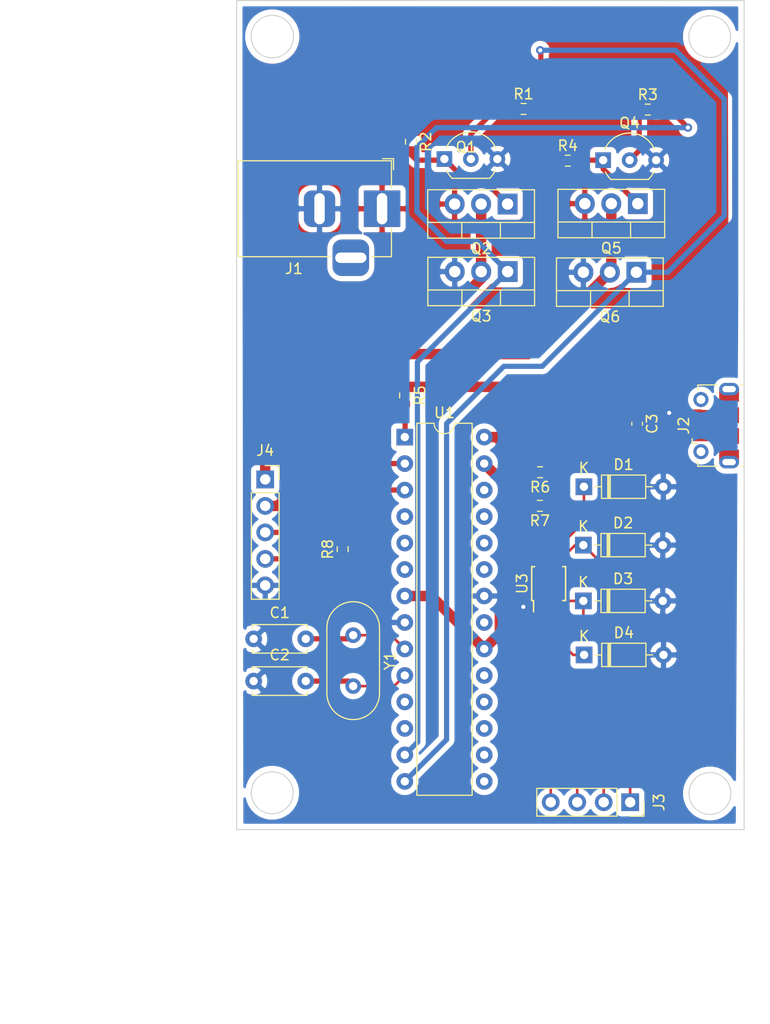
<source format=kicad_pcb>
(kicad_pcb (version 20171130) (host pcbnew "(5.1.10-1-10_14)")

  (general
    (thickness 1.6)
    (drawings 10)
    (tracks 167)
    (zones 0)
    (modules 28)
    (nets 25)
  )

  (page A4)
  (layers
    (0 F.Cu signal)
    (31 B.Cu signal)
    (32 B.Adhes user)
    (33 F.Adhes user)
    (34 B.Paste user)
    (35 F.Paste user)
    (36 B.SilkS user)
    (37 F.SilkS user)
    (38 B.Mask user)
    (39 F.Mask user)
    (40 Dwgs.User user)
    (41 Cmts.User user)
    (42 Eco1.User user)
    (43 Eco2.User user)
    (44 Edge.Cuts user)
    (45 Margin user)
    (46 B.CrtYd user)
    (47 F.CrtYd user)
    (48 B.Fab user)
    (49 F.Fab user)
  )

  (setup
    (last_trace_width 0.25)
    (user_trace_width 0.4)
    (user_trace_width 0.5)
    (user_trace_width 1)
    (user_trace_width 2)
    (trace_clearance 0.2)
    (zone_clearance 0.508)
    (zone_45_only no)
    (trace_min 0.2)
    (via_size 0.8)
    (via_drill 0.4)
    (via_min_size 0.4)
    (via_min_drill 0.3)
    (uvia_size 0.3)
    (uvia_drill 0.1)
    (uvias_allowed no)
    (uvia_min_size 0.2)
    (uvia_min_drill 0.1)
    (edge_width 0.1)
    (segment_width 0.2)
    (pcb_text_width 0.3)
    (pcb_text_size 1.5 1.5)
    (mod_edge_width 0.15)
    (mod_text_size 1 1)
    (mod_text_width 0.15)
    (pad_size 1.524 1.524)
    (pad_drill 0.762)
    (pad_to_mask_clearance 0)
    (aux_axis_origin 0 0)
    (visible_elements FFFFFF7F)
    (pcbplotparams
      (layerselection 0x010fc_ffffffff)
      (usegerberextensions false)
      (usegerberattributes true)
      (usegerberadvancedattributes true)
      (creategerberjobfile true)
      (excludeedgelayer true)
      (linewidth 0.100000)
      (plotframeref false)
      (viasonmask false)
      (mode 1)
      (useauxorigin false)
      (hpglpennumber 1)
      (hpglpenspeed 20)
      (hpglpendiameter 15.000000)
      (psnegative false)
      (psa4output false)
      (plotreference true)
      (plotvalue true)
      (plotinvisibletext false)
      (padsonsilk false)
      (subtractmaskfromsilk false)
      (outputformat 1)
      (mirror false)
      (drillshape 0)
      (scaleselection 1)
      (outputdirectory "../../Desktop/DAQsystem/"))
  )

  (net 0 "")
  (net 1 "Net-(C1-Pad2)")
  (net 2 "Net-(C2-Pad2)")
  (net 3 "Net-(J2-Pad6)")
  (net 4 "Net-(Q1-Pad1)")
  (net 5 "Net-(Q1-Pad2)")
  (net 6 "Net-(Q4-Pad1)")
  (net 7 "Net-(Q4-Pad2)")
  (net 8 "Net-(R5-Pad2)")
  (net 9 "Net-(R6-Pad2)")
  (net 10 "Net-(R7-Pad2)")
  (net 11 GND)
  (net 12 VDD)
  (net 13 AIN3)
  (net 14 AIN2)
  (net 15 AIN1)
  (net 16 AIN0)
  (net 17 VPP)
  (net 18 TX)
  (net 19 SP)
  (net 20 SN)
  (net 21 LOGIC2)
  (net 22 LOGIC1)
  (net 23 RX)
  (net 24 "Net-(J4-Pad4)")

  (net_class Default "This is the default net class."
    (clearance 0.2)
    (trace_width 0.25)
    (via_dia 0.8)
    (via_drill 0.4)
    (uvia_dia 0.3)
    (uvia_drill 0.1)
    (add_net AIN0)
    (add_net AIN1)
    (add_net AIN2)
    (add_net AIN3)
    (add_net GND)
    (add_net LOGIC1)
    (add_net LOGIC2)
    (add_net "Net-(C1-Pad2)")
    (add_net "Net-(C2-Pad2)")
    (add_net "Net-(J2-Pad2)")
    (add_net "Net-(J2-Pad3)")
    (add_net "Net-(J2-Pad4)")
    (add_net "Net-(J2-Pad6)")
    (add_net "Net-(J4-Pad4)")
    (add_net "Net-(Q1-Pad1)")
    (add_net "Net-(Q1-Pad2)")
    (add_net "Net-(Q4-Pad1)")
    (add_net "Net-(Q4-Pad2)")
    (add_net "Net-(R5-Pad2)")
    (add_net "Net-(R6-Pad2)")
    (add_net "Net-(R7-Pad2)")
    (add_net "Net-(U1-Pad11)")
    (add_net "Net-(U1-Pad12)")
    (add_net "Net-(U1-Pad15)")
    (add_net "Net-(U1-Pad16)")
    (add_net "Net-(U1-Pad17)")
    (add_net "Net-(U1-Pad18)")
    (add_net "Net-(U1-Pad19)")
    (add_net "Net-(U1-Pad21)")
    (add_net "Net-(U1-Pad23)")
    (add_net "Net-(U1-Pad24)")
    (add_net "Net-(U1-Pad25)")
    (add_net "Net-(U1-Pad26)")
    (add_net "Net-(U1-Pad4)")
    (add_net "Net-(U1-Pad5)")
    (add_net "Net-(U1-Pad6)")
    (add_net "Net-(U3-Pad2)")
    (add_net "Net-(U3-Pad3)")
    (add_net RX)
    (add_net SN)
    (add_net SP)
    (add_net TX)
    (add_net VDD)
    (add_net VPP)
  )

  (module Diode_THT:D_DO-35_SOD27_P7.62mm_Horizontal (layer F.Cu) (tedit 5AE50CD5) (tstamp 63316653)
    (at 93.29 66.78)
    (descr "Diode, DO-35_SOD27 series, Axial, Horizontal, pin pitch=7.62mm, , length*diameter=4*2mm^2, , http://www.diodes.com/_files/packages/DO-35.pdf")
    (tags "Diode DO-35_SOD27 series Axial Horizontal pin pitch 7.62mm  length 4mm diameter 2mm")
    (path /61E814FC)
    (fp_text reference D2 (at 3.81 -2.12) (layer F.SilkS)
      (effects (font (size 1 1) (thickness 0.15)))
    )
    (fp_text value D_Zener (at 3.81 2.12) (layer F.Fab)
      (effects (font (size 1 1) (thickness 0.15)))
    )
    (fp_line (start 1.81 -1) (end 1.81 1) (layer F.Fab) (width 0.1))
    (fp_line (start 1.81 1) (end 5.81 1) (layer F.Fab) (width 0.1))
    (fp_line (start 5.81 1) (end 5.81 -1) (layer F.Fab) (width 0.1))
    (fp_line (start 5.81 -1) (end 1.81 -1) (layer F.Fab) (width 0.1))
    (fp_line (start 0 0) (end 1.81 0) (layer F.Fab) (width 0.1))
    (fp_line (start 7.62 0) (end 5.81 0) (layer F.Fab) (width 0.1))
    (fp_line (start 2.41 -1) (end 2.41 1) (layer F.Fab) (width 0.1))
    (fp_line (start 2.51 -1) (end 2.51 1) (layer F.Fab) (width 0.1))
    (fp_line (start 2.31 -1) (end 2.31 1) (layer F.Fab) (width 0.1))
    (fp_line (start 1.69 -1.12) (end 1.69 1.12) (layer F.SilkS) (width 0.12))
    (fp_line (start 1.69 1.12) (end 5.93 1.12) (layer F.SilkS) (width 0.12))
    (fp_line (start 5.93 1.12) (end 5.93 -1.12) (layer F.SilkS) (width 0.12))
    (fp_line (start 5.93 -1.12) (end 1.69 -1.12) (layer F.SilkS) (width 0.12))
    (fp_line (start 1.04 0) (end 1.69 0) (layer F.SilkS) (width 0.12))
    (fp_line (start 6.58 0) (end 5.93 0) (layer F.SilkS) (width 0.12))
    (fp_line (start 2.41 -1.12) (end 2.41 1.12) (layer F.SilkS) (width 0.12))
    (fp_line (start 2.53 -1.12) (end 2.53 1.12) (layer F.SilkS) (width 0.12))
    (fp_line (start 2.29 -1.12) (end 2.29 1.12) (layer F.SilkS) (width 0.12))
    (fp_line (start -1.05 -1.25) (end -1.05 1.25) (layer F.CrtYd) (width 0.05))
    (fp_line (start -1.05 1.25) (end 8.67 1.25) (layer F.CrtYd) (width 0.05))
    (fp_line (start 8.67 1.25) (end 8.67 -1.25) (layer F.CrtYd) (width 0.05))
    (fp_line (start 8.67 -1.25) (end -1.05 -1.25) (layer F.CrtYd) (width 0.05))
    (fp_text user K (at 0 -1.8) (layer F.SilkS)
      (effects (font (size 1 1) (thickness 0.15)))
    )
    (fp_text user K (at 0 -1.8) (layer F.Fab)
      (effects (font (size 1 1) (thickness 0.15)))
    )
    (fp_text user %R (at 4.11 0) (layer F.Fab)
      (effects (font (size 0.8 0.8) (thickness 0.12)))
    )
    (pad 2 thru_hole oval (at 7.62 0) (size 1.6 1.6) (drill 0.8) (layers *.Cu *.Mask)
      (net 11 GND))
    (pad 1 thru_hole rect (at 0 0) (size 1.6 1.6) (drill 0.8) (layers *.Cu *.Mask)
      (net 14 AIN2))
    (model ${KISYS3DMOD}/Diode_THT.3dshapes/D_DO-35_SOD27_P7.62mm_Horizontal.wrl
      (at (xyz 0 0 0))
      (scale (xyz 1 1 1))
      (rotate (xyz 0 0 0))
    )
  )

  (module Diode_THT:D_DO-35_SOD27_P7.62mm_Horizontal (layer F.Cu) (tedit 5AE50CD5) (tstamp 63316691)
    (at 93.36 77.31)
    (descr "Diode, DO-35_SOD27 series, Axial, Horizontal, pin pitch=7.62mm, , length*diameter=4*2mm^2, , http://www.diodes.com/_files/packages/DO-35.pdf")
    (tags "Diode DO-35_SOD27 series Axial Horizontal pin pitch 7.62mm  length 4mm diameter 2mm")
    (path /61E7A9AC)
    (fp_text reference D4 (at 3.81 -2.12) (layer F.SilkS)
      (effects (font (size 1 1) (thickness 0.15)))
    )
    (fp_text value D_Zener (at 3.81 2.12) (layer F.Fab)
      (effects (font (size 1 1) (thickness 0.15)))
    )
    (fp_line (start 1.81 -1) (end 1.81 1) (layer F.Fab) (width 0.1))
    (fp_line (start 1.81 1) (end 5.81 1) (layer F.Fab) (width 0.1))
    (fp_line (start 5.81 1) (end 5.81 -1) (layer F.Fab) (width 0.1))
    (fp_line (start 5.81 -1) (end 1.81 -1) (layer F.Fab) (width 0.1))
    (fp_line (start 0 0) (end 1.81 0) (layer F.Fab) (width 0.1))
    (fp_line (start 7.62 0) (end 5.81 0) (layer F.Fab) (width 0.1))
    (fp_line (start 2.41 -1) (end 2.41 1) (layer F.Fab) (width 0.1))
    (fp_line (start 2.51 -1) (end 2.51 1) (layer F.Fab) (width 0.1))
    (fp_line (start 2.31 -1) (end 2.31 1) (layer F.Fab) (width 0.1))
    (fp_line (start 1.69 -1.12) (end 1.69 1.12) (layer F.SilkS) (width 0.12))
    (fp_line (start 1.69 1.12) (end 5.93 1.12) (layer F.SilkS) (width 0.12))
    (fp_line (start 5.93 1.12) (end 5.93 -1.12) (layer F.SilkS) (width 0.12))
    (fp_line (start 5.93 -1.12) (end 1.69 -1.12) (layer F.SilkS) (width 0.12))
    (fp_line (start 1.04 0) (end 1.69 0) (layer F.SilkS) (width 0.12))
    (fp_line (start 6.58 0) (end 5.93 0) (layer F.SilkS) (width 0.12))
    (fp_line (start 2.41 -1.12) (end 2.41 1.12) (layer F.SilkS) (width 0.12))
    (fp_line (start 2.53 -1.12) (end 2.53 1.12) (layer F.SilkS) (width 0.12))
    (fp_line (start 2.29 -1.12) (end 2.29 1.12) (layer F.SilkS) (width 0.12))
    (fp_line (start -1.05 -1.25) (end -1.05 1.25) (layer F.CrtYd) (width 0.05))
    (fp_line (start -1.05 1.25) (end 8.67 1.25) (layer F.CrtYd) (width 0.05))
    (fp_line (start 8.67 1.25) (end 8.67 -1.25) (layer F.CrtYd) (width 0.05))
    (fp_line (start 8.67 -1.25) (end -1.05 -1.25) (layer F.CrtYd) (width 0.05))
    (fp_text user K (at 0 -1.8) (layer F.SilkS)
      (effects (font (size 1 1) (thickness 0.15)))
    )
    (fp_text user K (at 0 -1.8) (layer F.Fab)
      (effects (font (size 1 1) (thickness 0.15)))
    )
    (fp_text user %R (at 4.11 0) (layer F.Fab)
      (effects (font (size 0.8 0.8) (thickness 0.12)))
    )
    (pad 2 thru_hole oval (at 7.62 0) (size 1.6 1.6) (drill 0.8) (layers *.Cu *.Mask)
      (net 11 GND))
    (pad 1 thru_hole rect (at 0 0) (size 1.6 1.6) (drill 0.8) (layers *.Cu *.Mask)
      (net 16 AIN0))
    (model ${KISYS3DMOD}/Diode_THT.3dshapes/D_DO-35_SOD27_P7.62mm_Horizontal.wrl
      (at (xyz 0 0 0))
      (scale (xyz 1 1 1))
      (rotate (xyz 0 0 0))
    )
  )

  (module Diode_THT:D_DO-35_SOD27_P7.62mm_Horizontal (layer F.Cu) (tedit 5AE50CD5) (tstamp 63316672)
    (at 93.29 72.13)
    (descr "Diode, DO-35_SOD27 series, Axial, Horizontal, pin pitch=7.62mm, , length*diameter=4*2mm^2, , http://www.diodes.com/_files/packages/DO-35.pdf")
    (tags "Diode DO-35_SOD27 series Axial Horizontal pin pitch 7.62mm  length 4mm diameter 2mm")
    (path /61E80A77)
    (fp_text reference D3 (at 3.81 -2.12) (layer F.SilkS)
      (effects (font (size 1 1) (thickness 0.15)))
    )
    (fp_text value D_Zener (at 3.81 2.12) (layer F.Fab)
      (effects (font (size 1 1) (thickness 0.15)))
    )
    (fp_line (start 1.81 -1) (end 1.81 1) (layer F.Fab) (width 0.1))
    (fp_line (start 1.81 1) (end 5.81 1) (layer F.Fab) (width 0.1))
    (fp_line (start 5.81 1) (end 5.81 -1) (layer F.Fab) (width 0.1))
    (fp_line (start 5.81 -1) (end 1.81 -1) (layer F.Fab) (width 0.1))
    (fp_line (start 0 0) (end 1.81 0) (layer F.Fab) (width 0.1))
    (fp_line (start 7.62 0) (end 5.81 0) (layer F.Fab) (width 0.1))
    (fp_line (start 2.41 -1) (end 2.41 1) (layer F.Fab) (width 0.1))
    (fp_line (start 2.51 -1) (end 2.51 1) (layer F.Fab) (width 0.1))
    (fp_line (start 2.31 -1) (end 2.31 1) (layer F.Fab) (width 0.1))
    (fp_line (start 1.69 -1.12) (end 1.69 1.12) (layer F.SilkS) (width 0.12))
    (fp_line (start 1.69 1.12) (end 5.93 1.12) (layer F.SilkS) (width 0.12))
    (fp_line (start 5.93 1.12) (end 5.93 -1.12) (layer F.SilkS) (width 0.12))
    (fp_line (start 5.93 -1.12) (end 1.69 -1.12) (layer F.SilkS) (width 0.12))
    (fp_line (start 1.04 0) (end 1.69 0) (layer F.SilkS) (width 0.12))
    (fp_line (start 6.58 0) (end 5.93 0) (layer F.SilkS) (width 0.12))
    (fp_line (start 2.41 -1.12) (end 2.41 1.12) (layer F.SilkS) (width 0.12))
    (fp_line (start 2.53 -1.12) (end 2.53 1.12) (layer F.SilkS) (width 0.12))
    (fp_line (start 2.29 -1.12) (end 2.29 1.12) (layer F.SilkS) (width 0.12))
    (fp_line (start -1.05 -1.25) (end -1.05 1.25) (layer F.CrtYd) (width 0.05))
    (fp_line (start -1.05 1.25) (end 8.67 1.25) (layer F.CrtYd) (width 0.05))
    (fp_line (start 8.67 1.25) (end 8.67 -1.25) (layer F.CrtYd) (width 0.05))
    (fp_line (start 8.67 -1.25) (end -1.05 -1.25) (layer F.CrtYd) (width 0.05))
    (fp_text user K (at 0 -1.8) (layer F.SilkS)
      (effects (font (size 1 1) (thickness 0.15)))
    )
    (fp_text user K (at 0 -1.8) (layer F.Fab)
      (effects (font (size 1 1) (thickness 0.15)))
    )
    (fp_text user %R (at 4.11 0) (layer F.Fab)
      (effects (font (size 0.8 0.8) (thickness 0.12)))
    )
    (pad 2 thru_hole oval (at 7.62 0) (size 1.6 1.6) (drill 0.8) (layers *.Cu *.Mask)
      (net 11 GND))
    (pad 1 thru_hole rect (at 0 0) (size 1.6 1.6) (drill 0.8) (layers *.Cu *.Mask)
      (net 15 AIN1))
    (model ${KISYS3DMOD}/Diode_THT.3dshapes/D_DO-35_SOD27_P7.62mm_Horizontal.wrl
      (at (xyz 0 0 0))
      (scale (xyz 1 1 1))
      (rotate (xyz 0 0 0))
    )
  )

  (module Diode_THT:D_DO-35_SOD27_P7.62mm_Horizontal (layer F.Cu) (tedit 5AE50CD5) (tstamp 63316634)
    (at 93.34 61.18)
    (descr "Diode, DO-35_SOD27 series, Axial, Horizontal, pin pitch=7.62mm, , length*diameter=4*2mm^2, , http://www.diodes.com/_files/packages/DO-35.pdf")
    (tags "Diode DO-35_SOD27 series Axial Horizontal pin pitch 7.62mm  length 4mm diameter 2mm")
    (path /61E827B3)
    (fp_text reference D1 (at 3.81 -2.12) (layer F.SilkS)
      (effects (font (size 1 1) (thickness 0.15)))
    )
    (fp_text value D_Zener (at 3.81 2.12) (layer F.Fab)
      (effects (font (size 1 1) (thickness 0.15)))
    )
    (fp_line (start 1.81 -1) (end 1.81 1) (layer F.Fab) (width 0.1))
    (fp_line (start 1.81 1) (end 5.81 1) (layer F.Fab) (width 0.1))
    (fp_line (start 5.81 1) (end 5.81 -1) (layer F.Fab) (width 0.1))
    (fp_line (start 5.81 -1) (end 1.81 -1) (layer F.Fab) (width 0.1))
    (fp_line (start 0 0) (end 1.81 0) (layer F.Fab) (width 0.1))
    (fp_line (start 7.62 0) (end 5.81 0) (layer F.Fab) (width 0.1))
    (fp_line (start 2.41 -1) (end 2.41 1) (layer F.Fab) (width 0.1))
    (fp_line (start 2.51 -1) (end 2.51 1) (layer F.Fab) (width 0.1))
    (fp_line (start 2.31 -1) (end 2.31 1) (layer F.Fab) (width 0.1))
    (fp_line (start 1.69 -1.12) (end 1.69 1.12) (layer F.SilkS) (width 0.12))
    (fp_line (start 1.69 1.12) (end 5.93 1.12) (layer F.SilkS) (width 0.12))
    (fp_line (start 5.93 1.12) (end 5.93 -1.12) (layer F.SilkS) (width 0.12))
    (fp_line (start 5.93 -1.12) (end 1.69 -1.12) (layer F.SilkS) (width 0.12))
    (fp_line (start 1.04 0) (end 1.69 0) (layer F.SilkS) (width 0.12))
    (fp_line (start 6.58 0) (end 5.93 0) (layer F.SilkS) (width 0.12))
    (fp_line (start 2.41 -1.12) (end 2.41 1.12) (layer F.SilkS) (width 0.12))
    (fp_line (start 2.53 -1.12) (end 2.53 1.12) (layer F.SilkS) (width 0.12))
    (fp_line (start 2.29 -1.12) (end 2.29 1.12) (layer F.SilkS) (width 0.12))
    (fp_line (start -1.05 -1.25) (end -1.05 1.25) (layer F.CrtYd) (width 0.05))
    (fp_line (start -1.05 1.25) (end 8.67 1.25) (layer F.CrtYd) (width 0.05))
    (fp_line (start 8.67 1.25) (end 8.67 -1.25) (layer F.CrtYd) (width 0.05))
    (fp_line (start 8.67 -1.25) (end -1.05 -1.25) (layer F.CrtYd) (width 0.05))
    (fp_text user K (at 0 -1.8) (layer F.SilkS)
      (effects (font (size 1 1) (thickness 0.15)))
    )
    (fp_text user K (at 0 -1.8) (layer F.Fab)
      (effects (font (size 1 1) (thickness 0.15)))
    )
    (fp_text user %R (at 4.11 0) (layer F.Fab)
      (effects (font (size 0.8 0.8) (thickness 0.12)))
    )
    (pad 2 thru_hole oval (at 7.62 0) (size 1.6 1.6) (drill 0.8) (layers *.Cu *.Mask)
      (net 11 GND))
    (pad 1 thru_hole rect (at 0 0) (size 1.6 1.6) (drill 0.8) (layers *.Cu *.Mask)
      (net 13 AIN3))
    (model ${KISYS3DMOD}/Diode_THT.3dshapes/D_DO-35_SOD27_P7.62mm_Horizontal.wrl
      (at (xyz 0 0 0))
      (scale (xyz 1 1 1))
      (rotate (xyz 0 0 0))
    )
  )

  (module Connector_PinSocket_2.54mm:PinSocket_1x05_P2.54mm_Vertical (layer F.Cu) (tedit 5A19A420) (tstamp 6331CD48)
    (at 62.77 60.48)
    (descr "Through hole straight socket strip, 1x05, 2.54mm pitch, single row (from Kicad 4.0.7), script generated")
    (tags "Through hole socket strip THT 1x05 2.54mm single row")
    (path /633A3A7F)
    (fp_text reference J4 (at 0 -2.77) (layer F.SilkS)
      (effects (font (size 1 1) (thickness 0.15)))
    )
    (fp_text value Conn_01x05_Female (at 0 12.93) (layer F.Fab)
      (effects (font (size 1 1) (thickness 0.15)))
    )
    (fp_line (start -1.27 -1.27) (end 0.635 -1.27) (layer F.Fab) (width 0.1))
    (fp_line (start 0.635 -1.27) (end 1.27 -0.635) (layer F.Fab) (width 0.1))
    (fp_line (start 1.27 -0.635) (end 1.27 11.43) (layer F.Fab) (width 0.1))
    (fp_line (start 1.27 11.43) (end -1.27 11.43) (layer F.Fab) (width 0.1))
    (fp_line (start -1.27 11.43) (end -1.27 -1.27) (layer F.Fab) (width 0.1))
    (fp_line (start -1.33 1.27) (end 1.33 1.27) (layer F.SilkS) (width 0.12))
    (fp_line (start -1.33 1.27) (end -1.33 11.49) (layer F.SilkS) (width 0.12))
    (fp_line (start -1.33 11.49) (end 1.33 11.49) (layer F.SilkS) (width 0.12))
    (fp_line (start 1.33 1.27) (end 1.33 11.49) (layer F.SilkS) (width 0.12))
    (fp_line (start 1.33 -1.33) (end 1.33 0) (layer F.SilkS) (width 0.12))
    (fp_line (start 0 -1.33) (end 1.33 -1.33) (layer F.SilkS) (width 0.12))
    (fp_line (start -1.8 -1.8) (end 1.75 -1.8) (layer F.CrtYd) (width 0.05))
    (fp_line (start 1.75 -1.8) (end 1.75 11.9) (layer F.CrtYd) (width 0.05))
    (fp_line (start 1.75 11.9) (end -1.8 11.9) (layer F.CrtYd) (width 0.05))
    (fp_line (start -1.8 11.9) (end -1.8 -1.8) (layer F.CrtYd) (width 0.05))
    (fp_text user %R (at 0 5.08 90) (layer F.Fab)
      (effects (font (size 1 1) (thickness 0.15)))
    )
    (pad 5 thru_hole oval (at 0 10.16) (size 1.7 1.7) (drill 1) (layers *.Cu *.Mask)
      (net 11 GND))
    (pad 4 thru_hole oval (at 0 7.62) (size 1.7 1.7) (drill 1) (layers *.Cu *.Mask)
      (net 24 "Net-(J4-Pad4)"))
    (pad 3 thru_hole oval (at 0 5.08) (size 1.7 1.7) (drill 1) (layers *.Cu *.Mask)
      (net 23 RX))
    (pad 2 thru_hole oval (at 0 2.54) (size 1.7 1.7) (drill 1) (layers *.Cu *.Mask)
      (net 20 SN))
    (pad 1 thru_hole rect (at 0 0) (size 1.7 1.7) (drill 1) (layers *.Cu *.Mask)
      (net 19 SP))
    (model ${KISYS3DMOD}/Connector_PinSocket_2.54mm.3dshapes/PinSocket_1x05_P2.54mm_Vertical.wrl
      (at (xyz 0 0 0))
      (scale (xyz 1 1 1))
      (rotate (xyz 0 0 0))
    )
  )

  (module Connector_PinSocket_2.54mm:PinSocket_1x04_P2.54mm_Vertical (layer F.Cu) (tedit 5A19A429) (tstamp 6331CD2F)
    (at 97.78 91.44 270)
    (descr "Through hole straight socket strip, 1x04, 2.54mm pitch, single row (from Kicad 4.0.7), script generated")
    (tags "Through hole socket strip THT 1x04 2.54mm single row")
    (path /633A2606)
    (fp_text reference J3 (at 0 -2.77 90) (layer F.SilkS)
      (effects (font (size 1 1) (thickness 0.15)))
    )
    (fp_text value Conn_01x04_Female (at 0 10.39 90) (layer F.Fab)
      (effects (font (size 1 1) (thickness 0.15)))
    )
    (fp_line (start -1.27 -1.27) (end 0.635 -1.27) (layer F.Fab) (width 0.1))
    (fp_line (start 0.635 -1.27) (end 1.27 -0.635) (layer F.Fab) (width 0.1))
    (fp_line (start 1.27 -0.635) (end 1.27 8.89) (layer F.Fab) (width 0.1))
    (fp_line (start 1.27 8.89) (end -1.27 8.89) (layer F.Fab) (width 0.1))
    (fp_line (start -1.27 8.89) (end -1.27 -1.27) (layer F.Fab) (width 0.1))
    (fp_line (start -1.33 1.27) (end 1.33 1.27) (layer F.SilkS) (width 0.12))
    (fp_line (start -1.33 1.27) (end -1.33 8.95) (layer F.SilkS) (width 0.12))
    (fp_line (start -1.33 8.95) (end 1.33 8.95) (layer F.SilkS) (width 0.12))
    (fp_line (start 1.33 1.27) (end 1.33 8.95) (layer F.SilkS) (width 0.12))
    (fp_line (start 1.33 -1.33) (end 1.33 0) (layer F.SilkS) (width 0.12))
    (fp_line (start 0 -1.33) (end 1.33 -1.33) (layer F.SilkS) (width 0.12))
    (fp_line (start -1.8 -1.8) (end 1.75 -1.8) (layer F.CrtYd) (width 0.05))
    (fp_line (start 1.75 -1.8) (end 1.75 9.4) (layer F.CrtYd) (width 0.05))
    (fp_line (start 1.75 9.4) (end -1.8 9.4) (layer F.CrtYd) (width 0.05))
    (fp_line (start -1.8 9.4) (end -1.8 -1.8) (layer F.CrtYd) (width 0.05))
    (fp_text user %R (at 0 3.81) (layer F.Fab)
      (effects (font (size 1 1) (thickness 0.15)))
    )
    (pad 4 thru_hole oval (at 0 7.62 270) (size 1.7 1.7) (drill 1) (layers *.Cu *.Mask)
      (net 16 AIN0))
    (pad 3 thru_hole oval (at 0 5.08 270) (size 1.7 1.7) (drill 1) (layers *.Cu *.Mask)
      (net 15 AIN1))
    (pad 2 thru_hole oval (at 0 2.54 270) (size 1.7 1.7) (drill 1) (layers *.Cu *.Mask)
      (net 14 AIN2))
    (pad 1 thru_hole rect (at 0 0 270) (size 1.7 1.7) (drill 1) (layers *.Cu *.Mask)
      (net 13 AIN3))
    (model ${KISYS3DMOD}/Connector_PinSocket_2.54mm.3dshapes/PinSocket_1x04_P2.54mm_Vertical.wrl
      (at (xyz 0 0 0))
      (scale (xyz 1 1 1))
      (rotate (xyz 0 0 0))
    )
  )

  (module Crystal:Crystal_HC49-U_Vertical (layer F.Cu) (tedit 5A1AD3B8) (tstamp 633168AE)
    (at 71.21 75.42 270)
    (descr "Crystal THT HC-49/U http://5hertz.com/pdfs/04404_D.pdf")
    (tags "THT crystalHC-49/U")
    (path /61B7E34B)
    (fp_text reference Y1 (at 2.44 -3.525 90) (layer F.SilkS)
      (effects (font (size 1 1) (thickness 0.15)))
    )
    (fp_text value 16MHz (at 2.44 3.525 90) (layer F.Fab)
      (effects (font (size 1 1) (thickness 0.15)))
    )
    (fp_line (start -0.685 -2.325) (end 5.565 -2.325) (layer F.Fab) (width 0.1))
    (fp_line (start -0.685 2.325) (end 5.565 2.325) (layer F.Fab) (width 0.1))
    (fp_line (start -0.56 -2) (end 5.44 -2) (layer F.Fab) (width 0.1))
    (fp_line (start -0.56 2) (end 5.44 2) (layer F.Fab) (width 0.1))
    (fp_line (start -0.685 -2.525) (end 5.565 -2.525) (layer F.SilkS) (width 0.12))
    (fp_line (start -0.685 2.525) (end 5.565 2.525) (layer F.SilkS) (width 0.12))
    (fp_line (start -3.5 -2.8) (end -3.5 2.8) (layer F.CrtYd) (width 0.05))
    (fp_line (start -3.5 2.8) (end 8.4 2.8) (layer F.CrtYd) (width 0.05))
    (fp_line (start 8.4 2.8) (end 8.4 -2.8) (layer F.CrtYd) (width 0.05))
    (fp_line (start 8.4 -2.8) (end -3.5 -2.8) (layer F.CrtYd) (width 0.05))
    (fp_arc (start 5.565 0) (end 5.565 -2.525) (angle 180) (layer F.SilkS) (width 0.12))
    (fp_arc (start -0.685 0) (end -0.685 -2.525) (angle -180) (layer F.SilkS) (width 0.12))
    (fp_arc (start 5.44 0) (end 5.44 -2) (angle 180) (layer F.Fab) (width 0.1))
    (fp_arc (start -0.56 0) (end -0.56 -2) (angle -180) (layer F.Fab) (width 0.1))
    (fp_arc (start 5.565 0) (end 5.565 -2.325) (angle 180) (layer F.Fab) (width 0.1))
    (fp_arc (start -0.685 0) (end -0.685 -2.325) (angle -180) (layer F.Fab) (width 0.1))
    (fp_text user %R (at 2.44 0 90) (layer F.Fab)
      (effects (font (size 1 1) (thickness 0.15)))
    )
    (pad 2 thru_hole circle (at 4.88 0 270) (size 1.5 1.5) (drill 0.8) (layers *.Cu *.Mask)
      (net 2 "Net-(C2-Pad2)"))
    (pad 1 thru_hole circle (at 0 0 270) (size 1.5 1.5) (drill 0.8) (layers *.Cu *.Mask)
      (net 1 "Net-(C1-Pad2)"))
    (model ${KISYS3DMOD}/Crystal.3dshapes/Crystal_HC49-U_Vertical.wrl
      (at (xyz 0 0 0))
      (scale (xyz 1 1 1))
      (rotate (xyz 0 0 0))
    )
  )

  (module Package_TO_SOT_THT:TO-220-3_Vertical (layer F.Cu) (tedit 5AC8BA0D) (tstamp 6331678A)
    (at 98.37 40.61 180)
    (descr "TO-220-3, Vertical, RM 2.54mm, see https://www.vishay.com/docs/66542/to-220-1.pdf")
    (tags "TO-220-3 Vertical RM 2.54mm")
    (path /6189BEFB)
    (fp_text reference Q6 (at 2.54 -4.27) (layer F.SilkS)
      (effects (font (size 1 1) (thickness 0.15)))
    )
    (fp_text value IRF540N (at 2.54 2.5) (layer F.Fab)
      (effects (font (size 1 1) (thickness 0.15)))
    )
    (fp_line (start -2.46 -3.15) (end -2.46 1.25) (layer F.Fab) (width 0.1))
    (fp_line (start -2.46 1.25) (end 7.54 1.25) (layer F.Fab) (width 0.1))
    (fp_line (start 7.54 1.25) (end 7.54 -3.15) (layer F.Fab) (width 0.1))
    (fp_line (start 7.54 -3.15) (end -2.46 -3.15) (layer F.Fab) (width 0.1))
    (fp_line (start -2.46 -1.88) (end 7.54 -1.88) (layer F.Fab) (width 0.1))
    (fp_line (start 0.69 -3.15) (end 0.69 -1.88) (layer F.Fab) (width 0.1))
    (fp_line (start 4.39 -3.15) (end 4.39 -1.88) (layer F.Fab) (width 0.1))
    (fp_line (start -2.58 -3.27) (end 7.66 -3.27) (layer F.SilkS) (width 0.12))
    (fp_line (start -2.58 1.371) (end 7.66 1.371) (layer F.SilkS) (width 0.12))
    (fp_line (start -2.58 -3.27) (end -2.58 1.371) (layer F.SilkS) (width 0.12))
    (fp_line (start 7.66 -3.27) (end 7.66 1.371) (layer F.SilkS) (width 0.12))
    (fp_line (start -2.58 -1.76) (end 7.66 -1.76) (layer F.SilkS) (width 0.12))
    (fp_line (start 0.69 -3.27) (end 0.69 -1.76) (layer F.SilkS) (width 0.12))
    (fp_line (start 4.391 -3.27) (end 4.391 -1.76) (layer F.SilkS) (width 0.12))
    (fp_line (start -2.71 -3.4) (end -2.71 1.51) (layer F.CrtYd) (width 0.05))
    (fp_line (start -2.71 1.51) (end 7.79 1.51) (layer F.CrtYd) (width 0.05))
    (fp_line (start 7.79 1.51) (end 7.79 -3.4) (layer F.CrtYd) (width 0.05))
    (fp_line (start 7.79 -3.4) (end -2.71 -3.4) (layer F.CrtYd) (width 0.05))
    (fp_text user %R (at 2.54 -4.27) (layer F.Fab)
      (effects (font (size 1 1) (thickness 0.15)))
    )
    (pad 3 thru_hole oval (at 5.08 0 180) (size 1.905 2) (drill 1.1) (layers *.Cu *.Mask)
      (net 11 GND))
    (pad 2 thru_hole oval (at 2.54 0 180) (size 1.905 2) (drill 1.1) (layers *.Cu *.Mask)
      (net 20 SN))
    (pad 1 thru_hole rect (at 0 0 180) (size 1.905 2) (drill 1.1) (layers *.Cu *.Mask)
      (net 22 LOGIC1))
    (model ${KISYS3DMOD}/Package_TO_SOT_THT.3dshapes/TO-220-3_Vertical.wrl
      (at (xyz 0 0 0))
      (scale (xyz 1 1 1))
      (rotate (xyz 0 0 0))
    )
  )

  (module Package_TO_SOT_THT:TO-220-3_Vertical (layer F.Cu) (tedit 5AC8BA0D) (tstamp 63316770)
    (at 98.51 34.03 180)
    (descr "TO-220-3, Vertical, RM 2.54mm, see https://www.vishay.com/docs/66542/to-220-1.pdf")
    (tags "TO-220-3 Vertical RM 2.54mm")
    (path /6189759E)
    (fp_text reference Q5 (at 2.54 -4.27) (layer F.SilkS)
      (effects (font (size 1 1) (thickness 0.15)))
    )
    (fp_text value IRF9540N (at 2.54 2.5) (layer F.Fab)
      (effects (font (size 1 1) (thickness 0.15)))
    )
    (fp_line (start -2.46 -3.15) (end -2.46 1.25) (layer F.Fab) (width 0.1))
    (fp_line (start -2.46 1.25) (end 7.54 1.25) (layer F.Fab) (width 0.1))
    (fp_line (start 7.54 1.25) (end 7.54 -3.15) (layer F.Fab) (width 0.1))
    (fp_line (start 7.54 -3.15) (end -2.46 -3.15) (layer F.Fab) (width 0.1))
    (fp_line (start -2.46 -1.88) (end 7.54 -1.88) (layer F.Fab) (width 0.1))
    (fp_line (start 0.69 -3.15) (end 0.69 -1.88) (layer F.Fab) (width 0.1))
    (fp_line (start 4.39 -3.15) (end 4.39 -1.88) (layer F.Fab) (width 0.1))
    (fp_line (start -2.58 -3.27) (end 7.66 -3.27) (layer F.SilkS) (width 0.12))
    (fp_line (start -2.58 1.371) (end 7.66 1.371) (layer F.SilkS) (width 0.12))
    (fp_line (start -2.58 -3.27) (end -2.58 1.371) (layer F.SilkS) (width 0.12))
    (fp_line (start 7.66 -3.27) (end 7.66 1.371) (layer F.SilkS) (width 0.12))
    (fp_line (start -2.58 -1.76) (end 7.66 -1.76) (layer F.SilkS) (width 0.12))
    (fp_line (start 0.69 -3.27) (end 0.69 -1.76) (layer F.SilkS) (width 0.12))
    (fp_line (start 4.391 -3.27) (end 4.391 -1.76) (layer F.SilkS) (width 0.12))
    (fp_line (start -2.71 -3.4) (end -2.71 1.51) (layer F.CrtYd) (width 0.05))
    (fp_line (start -2.71 1.51) (end 7.79 1.51) (layer F.CrtYd) (width 0.05))
    (fp_line (start 7.79 1.51) (end 7.79 -3.4) (layer F.CrtYd) (width 0.05))
    (fp_line (start 7.79 -3.4) (end -2.71 -3.4) (layer F.CrtYd) (width 0.05))
    (fp_text user %R (at 2.54 -4.27) (layer F.Fab)
      (effects (font (size 1 1) (thickness 0.15)))
    )
    (pad 3 thru_hole oval (at 5.08 0 180) (size 1.905 2) (drill 1.1) (layers *.Cu *.Mask)
      (net 17 VPP))
    (pad 2 thru_hole oval (at 2.54 0 180) (size 1.905 2) (drill 1.1) (layers *.Cu *.Mask)
      (net 20 SN))
    (pad 1 thru_hole rect (at 0 0 180) (size 1.905 2) (drill 1.1) (layers *.Cu *.Mask)
      (net 6 "Net-(Q4-Pad1)"))
    (model ${KISYS3DMOD}/Package_TO_SOT_THT.3dshapes/TO-220-3_Vertical.wrl
      (at (xyz 0 0 0))
      (scale (xyz 1 1 1))
      (rotate (xyz 0 0 0))
    )
  )

  (module Package_TO_SOT_THT:TO-220-3_Vertical (layer F.Cu) (tedit 5AC8BA0D) (tstamp 63316742)
    (at 86.03 40.55 180)
    (descr "TO-220-3, Vertical, RM 2.54mm, see https://www.vishay.com/docs/66542/to-220-1.pdf")
    (tags "TO-220-3 Vertical RM 2.54mm")
    (path /6189AA0D)
    (fp_text reference Q3 (at 2.54 -4.27) (layer F.SilkS)
      (effects (font (size 1 1) (thickness 0.15)))
    )
    (fp_text value IRF540N (at 2.54 2.5) (layer F.Fab)
      (effects (font (size 1 1) (thickness 0.15)))
    )
    (fp_line (start -2.46 -3.15) (end -2.46 1.25) (layer F.Fab) (width 0.1))
    (fp_line (start -2.46 1.25) (end 7.54 1.25) (layer F.Fab) (width 0.1))
    (fp_line (start 7.54 1.25) (end 7.54 -3.15) (layer F.Fab) (width 0.1))
    (fp_line (start 7.54 -3.15) (end -2.46 -3.15) (layer F.Fab) (width 0.1))
    (fp_line (start -2.46 -1.88) (end 7.54 -1.88) (layer F.Fab) (width 0.1))
    (fp_line (start 0.69 -3.15) (end 0.69 -1.88) (layer F.Fab) (width 0.1))
    (fp_line (start 4.39 -3.15) (end 4.39 -1.88) (layer F.Fab) (width 0.1))
    (fp_line (start -2.58 -3.27) (end 7.66 -3.27) (layer F.SilkS) (width 0.12))
    (fp_line (start -2.58 1.371) (end 7.66 1.371) (layer F.SilkS) (width 0.12))
    (fp_line (start -2.58 -3.27) (end -2.58 1.371) (layer F.SilkS) (width 0.12))
    (fp_line (start 7.66 -3.27) (end 7.66 1.371) (layer F.SilkS) (width 0.12))
    (fp_line (start -2.58 -1.76) (end 7.66 -1.76) (layer F.SilkS) (width 0.12))
    (fp_line (start 0.69 -3.27) (end 0.69 -1.76) (layer F.SilkS) (width 0.12))
    (fp_line (start 4.391 -3.27) (end 4.391 -1.76) (layer F.SilkS) (width 0.12))
    (fp_line (start -2.71 -3.4) (end -2.71 1.51) (layer F.CrtYd) (width 0.05))
    (fp_line (start -2.71 1.51) (end 7.79 1.51) (layer F.CrtYd) (width 0.05))
    (fp_line (start 7.79 1.51) (end 7.79 -3.4) (layer F.CrtYd) (width 0.05))
    (fp_line (start 7.79 -3.4) (end -2.71 -3.4) (layer F.CrtYd) (width 0.05))
    (fp_text user %R (at 2.54 -4.27) (layer F.Fab)
      (effects (font (size 1 1) (thickness 0.15)))
    )
    (pad 3 thru_hole oval (at 5.08 0 180) (size 1.905 2) (drill 1.1) (layers *.Cu *.Mask)
      (net 11 GND))
    (pad 2 thru_hole oval (at 2.54 0 180) (size 1.905 2) (drill 1.1) (layers *.Cu *.Mask)
      (net 19 SP))
    (pad 1 thru_hole rect (at 0 0 180) (size 1.905 2) (drill 1.1) (layers *.Cu *.Mask)
      (net 21 LOGIC2))
    (model ${KISYS3DMOD}/Package_TO_SOT_THT.3dshapes/TO-220-3_Vertical.wrl
      (at (xyz 0 0 0))
      (scale (xyz 1 1 1))
      (rotate (xyz 0 0 0))
    )
  )

  (module Package_TO_SOT_THT:TO-220-3_Vertical (layer F.Cu) (tedit 5AC8BA0D) (tstamp 63316728)
    (at 86.02 34.07 180)
    (descr "TO-220-3, Vertical, RM 2.54mm, see https://www.vishay.com/docs/66542/to-220-1.pdf")
    (tags "TO-220-3 Vertical RM 2.54mm")
    (path /618962F3)
    (fp_text reference Q2 (at 2.54 -4.27) (layer F.SilkS)
      (effects (font (size 1 1) (thickness 0.15)))
    )
    (fp_text value IRF9540N (at 2.54 2.5) (layer F.Fab)
      (effects (font (size 1 1) (thickness 0.15)))
    )
    (fp_line (start -2.46 -3.15) (end -2.46 1.25) (layer F.Fab) (width 0.1))
    (fp_line (start -2.46 1.25) (end 7.54 1.25) (layer F.Fab) (width 0.1))
    (fp_line (start 7.54 1.25) (end 7.54 -3.15) (layer F.Fab) (width 0.1))
    (fp_line (start 7.54 -3.15) (end -2.46 -3.15) (layer F.Fab) (width 0.1))
    (fp_line (start -2.46 -1.88) (end 7.54 -1.88) (layer F.Fab) (width 0.1))
    (fp_line (start 0.69 -3.15) (end 0.69 -1.88) (layer F.Fab) (width 0.1))
    (fp_line (start 4.39 -3.15) (end 4.39 -1.88) (layer F.Fab) (width 0.1))
    (fp_line (start -2.58 -3.27) (end 7.66 -3.27) (layer F.SilkS) (width 0.12))
    (fp_line (start -2.58 1.371) (end 7.66 1.371) (layer F.SilkS) (width 0.12))
    (fp_line (start -2.58 -3.27) (end -2.58 1.371) (layer F.SilkS) (width 0.12))
    (fp_line (start 7.66 -3.27) (end 7.66 1.371) (layer F.SilkS) (width 0.12))
    (fp_line (start -2.58 -1.76) (end 7.66 -1.76) (layer F.SilkS) (width 0.12))
    (fp_line (start 0.69 -3.27) (end 0.69 -1.76) (layer F.SilkS) (width 0.12))
    (fp_line (start 4.391 -3.27) (end 4.391 -1.76) (layer F.SilkS) (width 0.12))
    (fp_line (start -2.71 -3.4) (end -2.71 1.51) (layer F.CrtYd) (width 0.05))
    (fp_line (start -2.71 1.51) (end 7.79 1.51) (layer F.CrtYd) (width 0.05))
    (fp_line (start 7.79 1.51) (end 7.79 -3.4) (layer F.CrtYd) (width 0.05))
    (fp_line (start 7.79 -3.4) (end -2.71 -3.4) (layer F.CrtYd) (width 0.05))
    (fp_text user %R (at 2.54 -4.27) (layer F.Fab)
      (effects (font (size 1 1) (thickness 0.15)))
    )
    (pad 3 thru_hole oval (at 5.08 0 180) (size 1.905 2) (drill 1.1) (layers *.Cu *.Mask)
      (net 17 VPP))
    (pad 2 thru_hole oval (at 2.54 0 180) (size 1.905 2) (drill 1.1) (layers *.Cu *.Mask)
      (net 19 SP))
    (pad 1 thru_hole rect (at 0 0 180) (size 1.905 2) (drill 1.1) (layers *.Cu *.Mask)
      (net 4 "Net-(Q1-Pad1)"))
    (model ${KISYS3DMOD}/Package_TO_SOT_THT.3dshapes/TO-220-3_Vertical.wrl
      (at (xyz 0 0 0))
      (scale (xyz 1 1 1))
      (rotate (xyz 0 0 0))
    )
  )

  (module Capacitor_THT:C_Disc_D5.0mm_W2.5mm_P5.00mm (layer F.Cu) (tedit 5AE50EF0) (tstamp 63316615)
    (at 61.66 79.82)
    (descr "C, Disc series, Radial, pin pitch=5.00mm, , diameter*width=5*2.5mm^2, Capacitor, http://cdn-reichelt.de/documents/datenblatt/B300/DS_KERKO_TC.pdf")
    (tags "C Disc series Radial pin pitch 5.00mm  diameter 5mm width 2.5mm Capacitor")
    (path /61B892B1)
    (fp_text reference C2 (at 2.5 -2.5) (layer F.SilkS)
      (effects (font (size 1 1) (thickness 0.15)))
    )
    (fp_text value 22uF (at 2.5 2.5) (layer F.Fab)
      (effects (font (size 1 1) (thickness 0.15)))
    )
    (fp_line (start 0 -1.25) (end 0 1.25) (layer F.Fab) (width 0.1))
    (fp_line (start 0 1.25) (end 5 1.25) (layer F.Fab) (width 0.1))
    (fp_line (start 5 1.25) (end 5 -1.25) (layer F.Fab) (width 0.1))
    (fp_line (start 5 -1.25) (end 0 -1.25) (layer F.Fab) (width 0.1))
    (fp_line (start -0.12 -1.37) (end 5.12 -1.37) (layer F.SilkS) (width 0.12))
    (fp_line (start -0.12 1.37) (end 5.12 1.37) (layer F.SilkS) (width 0.12))
    (fp_line (start -0.12 -1.37) (end -0.12 -1.055) (layer F.SilkS) (width 0.12))
    (fp_line (start -0.12 1.055) (end -0.12 1.37) (layer F.SilkS) (width 0.12))
    (fp_line (start 5.12 -1.37) (end 5.12 -1.055) (layer F.SilkS) (width 0.12))
    (fp_line (start 5.12 1.055) (end 5.12 1.37) (layer F.SilkS) (width 0.12))
    (fp_line (start -1.05 -1.5) (end -1.05 1.5) (layer F.CrtYd) (width 0.05))
    (fp_line (start -1.05 1.5) (end 6.05 1.5) (layer F.CrtYd) (width 0.05))
    (fp_line (start 6.05 1.5) (end 6.05 -1.5) (layer F.CrtYd) (width 0.05))
    (fp_line (start 6.05 -1.5) (end -1.05 -1.5) (layer F.CrtYd) (width 0.05))
    (fp_text user %R (at 2.5 0) (layer F.Fab)
      (effects (font (size 1 1) (thickness 0.15)))
    )
    (pad 2 thru_hole circle (at 5 0) (size 1.6 1.6) (drill 0.8) (layers *.Cu *.Mask)
      (net 2 "Net-(C2-Pad2)"))
    (pad 1 thru_hole circle (at 0 0) (size 1.6 1.6) (drill 0.8) (layers *.Cu *.Mask)
      (net 11 GND))
    (model ${KISYS3DMOD}/Capacitor_THT.3dshapes/C_Disc_D5.0mm_W2.5mm_P5.00mm.wrl
      (at (xyz 0 0 0))
      (scale (xyz 1 1 1))
      (rotate (xyz 0 0 0))
    )
  )

  (module Capacitor_THT:C_Disc_D5.0mm_W2.5mm_P5.00mm (layer F.Cu) (tedit 5AE50EF0) (tstamp 63316600)
    (at 61.66 75.77)
    (descr "C, Disc series, Radial, pin pitch=5.00mm, , diameter*width=5*2.5mm^2, Capacitor, http://cdn-reichelt.de/documents/datenblatt/B300/DS_KERKO_TC.pdf")
    (tags "C Disc series Radial pin pitch 5.00mm  diameter 5mm width 2.5mm Capacitor")
    (path /61B874EF)
    (fp_text reference C1 (at 2.5 -2.5) (layer F.SilkS)
      (effects (font (size 1 1) (thickness 0.15)))
    )
    (fp_text value 22uF (at 2.5 2.5) (layer F.Fab)
      (effects (font (size 1 1) (thickness 0.15)))
    )
    (fp_line (start 0 -1.25) (end 0 1.25) (layer F.Fab) (width 0.1))
    (fp_line (start 0 1.25) (end 5 1.25) (layer F.Fab) (width 0.1))
    (fp_line (start 5 1.25) (end 5 -1.25) (layer F.Fab) (width 0.1))
    (fp_line (start 5 -1.25) (end 0 -1.25) (layer F.Fab) (width 0.1))
    (fp_line (start -0.12 -1.37) (end 5.12 -1.37) (layer F.SilkS) (width 0.12))
    (fp_line (start -0.12 1.37) (end 5.12 1.37) (layer F.SilkS) (width 0.12))
    (fp_line (start -0.12 -1.37) (end -0.12 -1.055) (layer F.SilkS) (width 0.12))
    (fp_line (start -0.12 1.055) (end -0.12 1.37) (layer F.SilkS) (width 0.12))
    (fp_line (start 5.12 -1.37) (end 5.12 -1.055) (layer F.SilkS) (width 0.12))
    (fp_line (start 5.12 1.055) (end 5.12 1.37) (layer F.SilkS) (width 0.12))
    (fp_line (start -1.05 -1.5) (end -1.05 1.5) (layer F.CrtYd) (width 0.05))
    (fp_line (start -1.05 1.5) (end 6.05 1.5) (layer F.CrtYd) (width 0.05))
    (fp_line (start 6.05 1.5) (end 6.05 -1.5) (layer F.CrtYd) (width 0.05))
    (fp_line (start 6.05 -1.5) (end -1.05 -1.5) (layer F.CrtYd) (width 0.05))
    (fp_text user %R (at 2.5 0) (layer F.Fab)
      (effects (font (size 1 1) (thickness 0.15)))
    )
    (pad 2 thru_hole circle (at 5 0) (size 1.6 1.6) (drill 0.8) (layers *.Cu *.Mask)
      (net 1 "Net-(C1-Pad2)"))
    (pad 1 thru_hole circle (at 0 0) (size 1.6 1.6) (drill 0.8) (layers *.Cu *.Mask)
      (net 11 GND))
    (model ${KISYS3DMOD}/Capacitor_THT.3dshapes/C_Disc_D5.0mm_W2.5mm_P5.00mm.wrl
      (at (xyz 0 0 0))
      (scale (xyz 1 1 1))
      (rotate (xyz 0 0 0))
    )
  )

  (module Resistor_SMD:R_0603_1608Metric (layer F.Cu) (tedit 5F68FEEE) (tstamp 63317C49)
    (at 70.2 67.175 90)
    (descr "Resistor SMD 0603 (1608 Metric), square (rectangular) end terminal, IPC_7351 nominal, (Body size source: IPC-SM-782 page 72, https://www.pcb-3d.com/wordpress/wp-content/uploads/ipc-sm-782a_amendment_1_and_2.pdf), generated with kicad-footprint-generator")
    (tags resistor)
    (path /63373A21)
    (attr smd)
    (fp_text reference R8 (at 0 -1.43 90) (layer F.SilkS)
      (effects (font (size 1 1) (thickness 0.15)))
    )
    (fp_text value 1k (at 0 1.43 90) (layer F.Fab)
      (effects (font (size 1 1) (thickness 0.15)))
    )
    (fp_line (start 1.48 0.73) (end -1.48 0.73) (layer F.CrtYd) (width 0.05))
    (fp_line (start 1.48 -0.73) (end 1.48 0.73) (layer F.CrtYd) (width 0.05))
    (fp_line (start -1.48 -0.73) (end 1.48 -0.73) (layer F.CrtYd) (width 0.05))
    (fp_line (start -1.48 0.73) (end -1.48 -0.73) (layer F.CrtYd) (width 0.05))
    (fp_line (start -0.237258 0.5225) (end 0.237258 0.5225) (layer F.SilkS) (width 0.12))
    (fp_line (start -0.237258 -0.5225) (end 0.237258 -0.5225) (layer F.SilkS) (width 0.12))
    (fp_line (start 0.8 0.4125) (end -0.8 0.4125) (layer F.Fab) (width 0.1))
    (fp_line (start 0.8 -0.4125) (end 0.8 0.4125) (layer F.Fab) (width 0.1))
    (fp_line (start -0.8 -0.4125) (end 0.8 -0.4125) (layer F.Fab) (width 0.1))
    (fp_line (start -0.8 0.4125) (end -0.8 -0.4125) (layer F.Fab) (width 0.1))
    (fp_text user %R (at 0 0 90) (layer F.Fab)
      (effects (font (size 0.4 0.4) (thickness 0.06)))
    )
    (pad 2 smd roundrect (at 0.825 0 90) (size 0.8 0.95) (layers F.Cu F.Paste F.Mask) (roundrect_rratio 0.25)
      (net 18 TX))
    (pad 1 smd roundrect (at -0.825 0 90) (size 0.8 0.95) (layers F.Cu F.Paste F.Mask) (roundrect_rratio 0.25)
      (net 24 "Net-(J4-Pad4)"))
    (model ${KISYS3DMOD}/Resistor_SMD.3dshapes/R_0603_1608Metric.wrl
      (at (xyz 0 0 0))
      (scale (xyz 1 1 1))
      (rotate (xyz 0 0 0))
    )
  )

  (module Resistor_SMD:R_0603_1608Metric (layer F.Cu) (tedit 5F68FEEE) (tstamp 6331682B)
    (at 89.115 63.01 180)
    (descr "Resistor SMD 0603 (1608 Metric), square (rectangular) end terminal, IPC_7351 nominal, (Body size source: IPC-SM-782 page 72, https://www.pcb-3d.com/wordpress/wp-content/uploads/ipc-sm-782a_amendment_1_and_2.pdf), generated with kicad-footprint-generator")
    (tags resistor)
    (path /61DB4F98)
    (attr smd)
    (fp_text reference R7 (at 0 -1.43) (layer F.SilkS)
      (effects (font (size 1 1) (thickness 0.15)))
    )
    (fp_text value 10k (at 0 1.43) (layer F.Fab)
      (effects (font (size 1 1) (thickness 0.15)))
    )
    (fp_line (start 1.48 0.73) (end -1.48 0.73) (layer F.CrtYd) (width 0.05))
    (fp_line (start 1.48 -0.73) (end 1.48 0.73) (layer F.CrtYd) (width 0.05))
    (fp_line (start -1.48 -0.73) (end 1.48 -0.73) (layer F.CrtYd) (width 0.05))
    (fp_line (start -1.48 0.73) (end -1.48 -0.73) (layer F.CrtYd) (width 0.05))
    (fp_line (start -0.237258 0.5225) (end 0.237258 0.5225) (layer F.SilkS) (width 0.12))
    (fp_line (start -0.237258 -0.5225) (end 0.237258 -0.5225) (layer F.SilkS) (width 0.12))
    (fp_line (start 0.8 0.4125) (end -0.8 0.4125) (layer F.Fab) (width 0.1))
    (fp_line (start 0.8 -0.4125) (end 0.8 0.4125) (layer F.Fab) (width 0.1))
    (fp_line (start -0.8 -0.4125) (end 0.8 -0.4125) (layer F.Fab) (width 0.1))
    (fp_line (start -0.8 0.4125) (end -0.8 -0.4125) (layer F.Fab) (width 0.1))
    (fp_text user %R (at 0 0) (layer F.Fab)
      (effects (font (size 0.4 0.4) (thickness 0.06)))
    )
    (pad 2 smd roundrect (at 0.825 0 180) (size 0.8 0.95) (layers F.Cu F.Paste F.Mask) (roundrect_rratio 0.25)
      (net 10 "Net-(R7-Pad2)"))
    (pad 1 smd roundrect (at -0.825 0 180) (size 0.8 0.95) (layers F.Cu F.Paste F.Mask) (roundrect_rratio 0.25)
      (net 12 VDD))
    (model ${KISYS3DMOD}/Resistor_SMD.3dshapes/R_0603_1608Metric.wrl
      (at (xyz 0 0 0))
      (scale (xyz 1 1 1))
      (rotate (xyz 0 0 0))
    )
  )

  (module Resistor_SMD:R_0603_1608Metric (layer F.Cu) (tedit 5F68FEEE) (tstamp 63316814)
    (at 89.14 59.79 180)
    (descr "Resistor SMD 0603 (1608 Metric), square (rectangular) end terminal, IPC_7351 nominal, (Body size source: IPC-SM-782 page 72, https://www.pcb-3d.com/wordpress/wp-content/uploads/ipc-sm-782a_amendment_1_and_2.pdf), generated with kicad-footprint-generator")
    (tags resistor)
    (path /61DB408F)
    (attr smd)
    (fp_text reference R6 (at 0 -1.43) (layer F.SilkS)
      (effects (font (size 1 1) (thickness 0.15)))
    )
    (fp_text value 10k (at 0 1.43) (layer F.Fab)
      (effects (font (size 1 1) (thickness 0.15)))
    )
    (fp_line (start 1.48 0.73) (end -1.48 0.73) (layer F.CrtYd) (width 0.05))
    (fp_line (start 1.48 -0.73) (end 1.48 0.73) (layer F.CrtYd) (width 0.05))
    (fp_line (start -1.48 -0.73) (end 1.48 -0.73) (layer F.CrtYd) (width 0.05))
    (fp_line (start -1.48 0.73) (end -1.48 -0.73) (layer F.CrtYd) (width 0.05))
    (fp_line (start -0.237258 0.5225) (end 0.237258 0.5225) (layer F.SilkS) (width 0.12))
    (fp_line (start -0.237258 -0.5225) (end 0.237258 -0.5225) (layer F.SilkS) (width 0.12))
    (fp_line (start 0.8 0.4125) (end -0.8 0.4125) (layer F.Fab) (width 0.1))
    (fp_line (start 0.8 -0.4125) (end 0.8 0.4125) (layer F.Fab) (width 0.1))
    (fp_line (start -0.8 -0.4125) (end 0.8 -0.4125) (layer F.Fab) (width 0.1))
    (fp_line (start -0.8 0.4125) (end -0.8 -0.4125) (layer F.Fab) (width 0.1))
    (fp_text user %R (at 0 0) (layer F.Fab)
      (effects (font (size 0.4 0.4) (thickness 0.06)))
    )
    (pad 2 smd roundrect (at 0.825 0 180) (size 0.8 0.95) (layers F.Cu F.Paste F.Mask) (roundrect_rratio 0.25)
      (net 9 "Net-(R6-Pad2)"))
    (pad 1 smd roundrect (at -0.825 0 180) (size 0.8 0.95) (layers F.Cu F.Paste F.Mask) (roundrect_rratio 0.25)
      (net 12 VDD))
    (model ${KISYS3DMOD}/Resistor_SMD.3dshapes/R_0603_1608Metric.wrl
      (at (xyz 0 0 0))
      (scale (xyz 1 1 1))
      (rotate (xyz 0 0 0))
    )
  )

  (module Resistor_SMD:R_0603_1608Metric (layer F.Cu) (tedit 5F68FEEE) (tstamp 633167FD)
    (at 76.19 52.425 270)
    (descr "Resistor SMD 0603 (1608 Metric), square (rectangular) end terminal, IPC_7351 nominal, (Body size source: IPC-SM-782 page 72, https://www.pcb-3d.com/wordpress/wp-content/uploads/ipc-sm-782a_amendment_1_and_2.pdf), generated with kicad-footprint-generator")
    (tags resistor)
    (path /61B9E3F0)
    (attr smd)
    (fp_text reference R5 (at 0 -1.43 90) (layer F.SilkS)
      (effects (font (size 1 1) (thickness 0.15)))
    )
    (fp_text value 10k (at 0 1.43 90) (layer F.Fab)
      (effects (font (size 1 1) (thickness 0.15)))
    )
    (fp_line (start 1.48 0.73) (end -1.48 0.73) (layer F.CrtYd) (width 0.05))
    (fp_line (start 1.48 -0.73) (end 1.48 0.73) (layer F.CrtYd) (width 0.05))
    (fp_line (start -1.48 -0.73) (end 1.48 -0.73) (layer F.CrtYd) (width 0.05))
    (fp_line (start -1.48 0.73) (end -1.48 -0.73) (layer F.CrtYd) (width 0.05))
    (fp_line (start -0.237258 0.5225) (end 0.237258 0.5225) (layer F.SilkS) (width 0.12))
    (fp_line (start -0.237258 -0.5225) (end 0.237258 -0.5225) (layer F.SilkS) (width 0.12))
    (fp_line (start 0.8 0.4125) (end -0.8 0.4125) (layer F.Fab) (width 0.1))
    (fp_line (start 0.8 -0.4125) (end 0.8 0.4125) (layer F.Fab) (width 0.1))
    (fp_line (start -0.8 -0.4125) (end 0.8 -0.4125) (layer F.Fab) (width 0.1))
    (fp_line (start -0.8 0.4125) (end -0.8 -0.4125) (layer F.Fab) (width 0.1))
    (fp_text user %R (at 0 0 90) (layer F.Fab)
      (effects (font (size 0.4 0.4) (thickness 0.06)))
    )
    (pad 2 smd roundrect (at 0.825 0 270) (size 0.8 0.95) (layers F.Cu F.Paste F.Mask) (roundrect_rratio 0.25)
      (net 8 "Net-(R5-Pad2)"))
    (pad 1 smd roundrect (at -0.825 0 270) (size 0.8 0.95) (layers F.Cu F.Paste F.Mask) (roundrect_rratio 0.25)
      (net 12 VDD))
    (model ${KISYS3DMOD}/Resistor_SMD.3dshapes/R_0603_1608Metric.wrl
      (at (xyz 0 0 0))
      (scale (xyz 1 1 1))
      (rotate (xyz 0 0 0))
    )
  )

  (module Resistor_SMD:R_0603_1608Metric (layer F.Cu) (tedit 5F68FEEE) (tstamp 633167E6)
    (at 91.79 29.91)
    (descr "Resistor SMD 0603 (1608 Metric), square (rectangular) end terminal, IPC_7351 nominal, (Body size source: IPC-SM-782 page 72, https://www.pcb-3d.com/wordpress/wp-content/uploads/ipc-sm-782a_amendment_1_and_2.pdf), generated with kicad-footprint-generator")
    (tags resistor)
    (path /618B661C)
    (attr smd)
    (fp_text reference R4 (at 0 -1.43) (layer F.SilkS)
      (effects (font (size 1 1) (thickness 0.15)))
    )
    (fp_text value 10k (at 0 1.43) (layer F.Fab)
      (effects (font (size 1 1) (thickness 0.15)))
    )
    (fp_line (start 1.48 0.73) (end -1.48 0.73) (layer F.CrtYd) (width 0.05))
    (fp_line (start 1.48 -0.73) (end 1.48 0.73) (layer F.CrtYd) (width 0.05))
    (fp_line (start -1.48 -0.73) (end 1.48 -0.73) (layer F.CrtYd) (width 0.05))
    (fp_line (start -1.48 0.73) (end -1.48 -0.73) (layer F.CrtYd) (width 0.05))
    (fp_line (start -0.237258 0.5225) (end 0.237258 0.5225) (layer F.SilkS) (width 0.12))
    (fp_line (start -0.237258 -0.5225) (end 0.237258 -0.5225) (layer F.SilkS) (width 0.12))
    (fp_line (start 0.8 0.4125) (end -0.8 0.4125) (layer F.Fab) (width 0.1))
    (fp_line (start 0.8 -0.4125) (end 0.8 0.4125) (layer F.Fab) (width 0.1))
    (fp_line (start -0.8 -0.4125) (end 0.8 -0.4125) (layer F.Fab) (width 0.1))
    (fp_line (start -0.8 0.4125) (end -0.8 -0.4125) (layer F.Fab) (width 0.1))
    (fp_text user %R (at 0 0) (layer F.Fab)
      (effects (font (size 0.4 0.4) (thickness 0.06)))
    )
    (pad 2 smd roundrect (at 0.825 0) (size 0.8 0.95) (layers F.Cu F.Paste F.Mask) (roundrect_rratio 0.25)
      (net 6 "Net-(Q4-Pad1)"))
    (pad 1 smd roundrect (at -0.825 0) (size 0.8 0.95) (layers F.Cu F.Paste F.Mask) (roundrect_rratio 0.25)
      (net 17 VPP))
    (model ${KISYS3DMOD}/Resistor_SMD.3dshapes/R_0603_1608Metric.wrl
      (at (xyz 0 0 0))
      (scale (xyz 1 1 1))
      (rotate (xyz 0 0 0))
    )
  )

  (module Resistor_SMD:R_0603_1608Metric (layer F.Cu) (tedit 5F68FEEE) (tstamp 633167CF)
    (at 99.47 25.01)
    (descr "Resistor SMD 0603 (1608 Metric), square (rectangular) end terminal, IPC_7351 nominal, (Body size source: IPC-SM-782 page 72, https://www.pcb-3d.com/wordpress/wp-content/uploads/ipc-sm-782a_amendment_1_and_2.pdf), generated with kicad-footprint-generator")
    (tags resistor)
    (path /618B7809)
    (attr smd)
    (fp_text reference R3 (at 0 -1.43) (layer F.SilkS)
      (effects (font (size 1 1) (thickness 0.15)))
    )
    (fp_text value 1k (at 0 1.43) (layer F.Fab)
      (effects (font (size 1 1) (thickness 0.15)))
    )
    (fp_line (start 1.48 0.73) (end -1.48 0.73) (layer F.CrtYd) (width 0.05))
    (fp_line (start 1.48 -0.73) (end 1.48 0.73) (layer F.CrtYd) (width 0.05))
    (fp_line (start -1.48 -0.73) (end 1.48 -0.73) (layer F.CrtYd) (width 0.05))
    (fp_line (start -1.48 0.73) (end -1.48 -0.73) (layer F.CrtYd) (width 0.05))
    (fp_line (start -0.237258 0.5225) (end 0.237258 0.5225) (layer F.SilkS) (width 0.12))
    (fp_line (start -0.237258 -0.5225) (end 0.237258 -0.5225) (layer F.SilkS) (width 0.12))
    (fp_line (start 0.8 0.4125) (end -0.8 0.4125) (layer F.Fab) (width 0.1))
    (fp_line (start 0.8 -0.4125) (end 0.8 0.4125) (layer F.Fab) (width 0.1))
    (fp_line (start -0.8 -0.4125) (end 0.8 -0.4125) (layer F.Fab) (width 0.1))
    (fp_line (start -0.8 0.4125) (end -0.8 -0.4125) (layer F.Fab) (width 0.1))
    (fp_text user %R (at 0 0) (layer F.Fab)
      (effects (font (size 0.4 0.4) (thickness 0.06)))
    )
    (pad 2 smd roundrect (at 0.825 0) (size 0.8 0.95) (layers F.Cu F.Paste F.Mask) (roundrect_rratio 0.25)
      (net 21 LOGIC2))
    (pad 1 smd roundrect (at -0.825 0) (size 0.8 0.95) (layers F.Cu F.Paste F.Mask) (roundrect_rratio 0.25)
      (net 7 "Net-(Q4-Pad2)"))
    (model ${KISYS3DMOD}/Resistor_SMD.3dshapes/R_0603_1608Metric.wrl
      (at (xyz 0 0 0))
      (scale (xyz 1 1 1))
      (rotate (xyz 0 0 0))
    )
  )

  (module Resistor_SMD:R_0603_1608Metric (layer F.Cu) (tedit 5F68FEEE) (tstamp 633167B8)
    (at 76.75 28.1 270)
    (descr "Resistor SMD 0603 (1608 Metric), square (rectangular) end terminal, IPC_7351 nominal, (Body size source: IPC-SM-782 page 72, https://www.pcb-3d.com/wordpress/wp-content/uploads/ipc-sm-782a_amendment_1_and_2.pdf), generated with kicad-footprint-generator")
    (tags resistor)
    (path /618B5893)
    (attr smd)
    (fp_text reference R2 (at 0 -1.43 90) (layer F.SilkS)
      (effects (font (size 1 1) (thickness 0.15)))
    )
    (fp_text value 10k (at 0 1.43 90) (layer F.Fab)
      (effects (font (size 1 1) (thickness 0.15)))
    )
    (fp_line (start 1.48 0.73) (end -1.48 0.73) (layer F.CrtYd) (width 0.05))
    (fp_line (start 1.48 -0.73) (end 1.48 0.73) (layer F.CrtYd) (width 0.05))
    (fp_line (start -1.48 -0.73) (end 1.48 -0.73) (layer F.CrtYd) (width 0.05))
    (fp_line (start -1.48 0.73) (end -1.48 -0.73) (layer F.CrtYd) (width 0.05))
    (fp_line (start -0.237258 0.5225) (end 0.237258 0.5225) (layer F.SilkS) (width 0.12))
    (fp_line (start -0.237258 -0.5225) (end 0.237258 -0.5225) (layer F.SilkS) (width 0.12))
    (fp_line (start 0.8 0.4125) (end -0.8 0.4125) (layer F.Fab) (width 0.1))
    (fp_line (start 0.8 -0.4125) (end 0.8 0.4125) (layer F.Fab) (width 0.1))
    (fp_line (start -0.8 -0.4125) (end 0.8 -0.4125) (layer F.Fab) (width 0.1))
    (fp_line (start -0.8 0.4125) (end -0.8 -0.4125) (layer F.Fab) (width 0.1))
    (fp_text user %R (at 0 0 90) (layer F.Fab)
      (effects (font (size 0.4 0.4) (thickness 0.06)))
    )
    (pad 2 smd roundrect (at 0.825 0 270) (size 0.8 0.95) (layers F.Cu F.Paste F.Mask) (roundrect_rratio 0.25)
      (net 4 "Net-(Q1-Pad1)"))
    (pad 1 smd roundrect (at -0.825 0 270) (size 0.8 0.95) (layers F.Cu F.Paste F.Mask) (roundrect_rratio 0.25)
      (net 17 VPP))
    (model ${KISYS3DMOD}/Resistor_SMD.3dshapes/R_0603_1608Metric.wrl
      (at (xyz 0 0 0))
      (scale (xyz 1 1 1))
      (rotate (xyz 0 0 0))
    )
  )

  (module Resistor_SMD:R_0603_1608Metric (layer F.Cu) (tedit 5F68FEEE) (tstamp 633167A1)
    (at 87.555 24.95)
    (descr "Resistor SMD 0603 (1608 Metric), square (rectangular) end terminal, IPC_7351 nominal, (Body size source: IPC-SM-782 page 72, https://www.pcb-3d.com/wordpress/wp-content/uploads/ipc-sm-782a_amendment_1_and_2.pdf), generated with kicad-footprint-generator")
    (tags resistor)
    (path /618B6FB2)
    (attr smd)
    (fp_text reference R1 (at 0 -1.43) (layer F.SilkS)
      (effects (font (size 1 1) (thickness 0.15)))
    )
    (fp_text value 1k (at 0 1.43) (layer F.Fab)
      (effects (font (size 1 1) (thickness 0.15)))
    )
    (fp_line (start 1.48 0.73) (end -1.48 0.73) (layer F.CrtYd) (width 0.05))
    (fp_line (start 1.48 -0.73) (end 1.48 0.73) (layer F.CrtYd) (width 0.05))
    (fp_line (start -1.48 -0.73) (end 1.48 -0.73) (layer F.CrtYd) (width 0.05))
    (fp_line (start -1.48 0.73) (end -1.48 -0.73) (layer F.CrtYd) (width 0.05))
    (fp_line (start -0.237258 0.5225) (end 0.237258 0.5225) (layer F.SilkS) (width 0.12))
    (fp_line (start -0.237258 -0.5225) (end 0.237258 -0.5225) (layer F.SilkS) (width 0.12))
    (fp_line (start 0.8 0.4125) (end -0.8 0.4125) (layer F.Fab) (width 0.1))
    (fp_line (start 0.8 -0.4125) (end 0.8 0.4125) (layer F.Fab) (width 0.1))
    (fp_line (start -0.8 -0.4125) (end 0.8 -0.4125) (layer F.Fab) (width 0.1))
    (fp_line (start -0.8 0.4125) (end -0.8 -0.4125) (layer F.Fab) (width 0.1))
    (fp_text user %R (at 0 0) (layer F.Fab)
      (effects (font (size 0.4 0.4) (thickness 0.06)))
    )
    (pad 2 smd roundrect (at 0.825 0) (size 0.8 0.95) (layers F.Cu F.Paste F.Mask) (roundrect_rratio 0.25)
      (net 22 LOGIC1))
    (pad 1 smd roundrect (at -0.825 0) (size 0.8 0.95) (layers F.Cu F.Paste F.Mask) (roundrect_rratio 0.25)
      (net 5 "Net-(Q1-Pad2)"))
    (model ${KISYS3DMOD}/Resistor_SMD.3dshapes/R_0603_1608Metric.wrl
      (at (xyz 0 0 0))
      (scale (xyz 1 1 1))
      (rotate (xyz 0 0 0))
    )
  )

  (module Capacitor_SMD:C_0603_1608Metric (layer F.Cu) (tedit 5F68FEEE) (tstamp 633179CC)
    (at 98.45 55.14 270)
    (descr "Capacitor SMD 0603 (1608 Metric), square (rectangular) end terminal, IPC_7351 nominal, (Body size source: IPC-SM-782 page 76, https://www.pcb-3d.com/wordpress/wp-content/uploads/ipc-sm-782a_amendment_1_and_2.pdf), generated with kicad-footprint-generator")
    (tags capacitor)
    (path /63365092)
    (attr smd)
    (fp_text reference C3 (at 0 -1.43 90) (layer F.SilkS)
      (effects (font (size 1 1) (thickness 0.15)))
    )
    (fp_text value 100nF (at 0 1.43 90) (layer F.Fab)
      (effects (font (size 1 1) (thickness 0.15)))
    )
    (fp_line (start 1.48 0.73) (end -1.48 0.73) (layer F.CrtYd) (width 0.05))
    (fp_line (start 1.48 -0.73) (end 1.48 0.73) (layer F.CrtYd) (width 0.05))
    (fp_line (start -1.48 -0.73) (end 1.48 -0.73) (layer F.CrtYd) (width 0.05))
    (fp_line (start -1.48 0.73) (end -1.48 -0.73) (layer F.CrtYd) (width 0.05))
    (fp_line (start -0.14058 0.51) (end 0.14058 0.51) (layer F.SilkS) (width 0.12))
    (fp_line (start -0.14058 -0.51) (end 0.14058 -0.51) (layer F.SilkS) (width 0.12))
    (fp_line (start 0.8 0.4) (end -0.8 0.4) (layer F.Fab) (width 0.1))
    (fp_line (start 0.8 -0.4) (end 0.8 0.4) (layer F.Fab) (width 0.1))
    (fp_line (start -0.8 -0.4) (end 0.8 -0.4) (layer F.Fab) (width 0.1))
    (fp_line (start -0.8 0.4) (end -0.8 -0.4) (layer F.Fab) (width 0.1))
    (fp_text user %R (at 0 0 90) (layer F.Fab)
      (effects (font (size 0.4 0.4) (thickness 0.06)))
    )
    (pad 2 smd roundrect (at 0.775 0 270) (size 0.9 0.95) (layers F.Cu F.Paste F.Mask) (roundrect_rratio 0.25)
      (net 12 VDD))
    (pad 1 smd roundrect (at -0.775 0 270) (size 0.9 0.95) (layers F.Cu F.Paste F.Mask) (roundrect_rratio 0.25)
      (net 11 GND))
    (model ${KISYS3DMOD}/Capacitor_SMD.3dshapes/C_0603_1608Metric.wrl
      (at (xyz 0 0 0))
      (scale (xyz 1 1 1))
      (rotate (xyz 0 0 0))
    )
  )

  (module Package_SO:TSSOP-10_3x3mm_P0.5mm (layer F.Cu) (tedit 5F3E4A84) (tstamp 63316897)
    (at 89.96 70.47 90)
    (descr "TSSOP10: plastic thin shrink small outline package; 10 leads; body width 3 mm; (see NXP SSOP-TSSOP-VSO-REFLOW.pdf and sot552-1_po.pdf)")
    (tags "SSOP 0.5")
    (path /61DA0C00)
    (attr smd)
    (fp_text reference U3 (at 0 -2.55 90) (layer F.SilkS)
      (effects (font (size 1 1) (thickness 0.15)))
    )
    (fp_text value ADS1115IDGS (at 0 2.55 90) (layer F.Fab)
      (effects (font (size 1 1) (thickness 0.15)))
    )
    (fp_line (start -1.625 -1.45) (end -2.7 -1.45) (layer F.SilkS) (width 0.15))
    (fp_line (start -1.625 1.625) (end 1.625 1.625) (layer F.SilkS) (width 0.15))
    (fp_line (start -1.625 -1.625) (end 1.625 -1.625) (layer F.SilkS) (width 0.15))
    (fp_line (start -1.625 1.625) (end -1.625 1.35) (layer F.SilkS) (width 0.15))
    (fp_line (start 1.625 1.625) (end 1.625 1.35) (layer F.SilkS) (width 0.15))
    (fp_line (start 1.625 -1.625) (end 1.625 -1.35) (layer F.SilkS) (width 0.15))
    (fp_line (start -1.625 -1.625) (end -1.625 -1.45) (layer F.SilkS) (width 0.15))
    (fp_line (start -2.95 1.8) (end 2.95 1.8) (layer F.CrtYd) (width 0.05))
    (fp_line (start -2.95 -1.8) (end 2.95 -1.8) (layer F.CrtYd) (width 0.05))
    (fp_line (start 2.95 -1.8) (end 2.95 1.8) (layer F.CrtYd) (width 0.05))
    (fp_line (start -2.95 -1.8) (end -2.95 1.8) (layer F.CrtYd) (width 0.05))
    (fp_line (start -1.5 -0.5) (end -0.5 -1.5) (layer F.Fab) (width 0.1))
    (fp_line (start -1.5 1.5) (end -1.5 -0.5) (layer F.Fab) (width 0.1))
    (fp_line (start 1.5 1.5) (end -1.5 1.5) (layer F.Fab) (width 0.1))
    (fp_line (start 1.5 -1.5) (end 1.5 1.5) (layer F.Fab) (width 0.1))
    (fp_line (start -0.5 -1.5) (end 1.5 -1.5) (layer F.Fab) (width 0.1))
    (fp_text user %R (at 0 0 90) (layer F.Fab)
      (effects (font (size 0.6 0.6) (thickness 0.1)))
    )
    (pad 10 smd rect (at 2.15 -1 90) (size 1.1 0.25) (layers F.Cu F.Paste F.Mask)
      (net 9 "Net-(R6-Pad2)"))
    (pad 9 smd rect (at 2.15 -0.5 90) (size 1.1 0.25) (layers F.Cu F.Paste F.Mask)
      (net 10 "Net-(R7-Pad2)"))
    (pad 8 smd rect (at 2.15 0 90) (size 1.1 0.25) (layers F.Cu F.Paste F.Mask)
      (net 12 VDD))
    (pad 7 smd rect (at 2.15 0.5 90) (size 1.1 0.25) (layers F.Cu F.Paste F.Mask)
      (net 13 AIN3))
    (pad 6 smd rect (at 2.15 1 90) (size 1.1 0.25) (layers F.Cu F.Paste F.Mask)
      (net 14 AIN2))
    (pad 5 smd rect (at -2.15 1 90) (size 1.1 0.25) (layers F.Cu F.Paste F.Mask)
      (net 15 AIN1))
    (pad 4 smd rect (at -2.15 0.5 90) (size 1.1 0.25) (layers F.Cu F.Paste F.Mask)
      (net 16 AIN0))
    (pad 3 smd rect (at -2.15 0 90) (size 1.1 0.25) (layers F.Cu F.Paste F.Mask))
    (pad 2 smd rect (at -2.15 -0.5 90) (size 1.1 0.25) (layers F.Cu F.Paste F.Mask))
    (pad 1 smd rect (at -2.15 -1 90) (size 1.1 0.25) (layers F.Cu F.Paste F.Mask)
      (net 11 GND))
    (model ${KISYS3DMOD}/Package_SO.3dshapes/TSSOP-10_3x3mm_P0.5mm.wrl
      (at (xyz 0 0 0))
      (scale (xyz 1 1 1))
      (rotate (xyz 0 0 0))
    )
  )

  (module Package_DIP:DIP-28_W7.62mm (layer F.Cu) (tedit 5A02E8C5) (tstamp 6331685B)
    (at 76.16 56.42)
    (descr "28-lead though-hole mounted DIP package, row spacing 7.62 mm (300 mils)")
    (tags "THT DIP DIL PDIP 2.54mm 7.62mm 300mil")
    (path /61972D45)
    (fp_text reference U1 (at 3.81 -2.33) (layer F.SilkS)
      (effects (font (size 1 1) (thickness 0.15)))
    )
    (fp_text value ATmega328-PU (at 3.81 35.35) (layer F.Fab)
      (effects (font (size 1 1) (thickness 0.15)))
    )
    (fp_line (start 1.635 -1.27) (end 6.985 -1.27) (layer F.Fab) (width 0.1))
    (fp_line (start 6.985 -1.27) (end 6.985 34.29) (layer F.Fab) (width 0.1))
    (fp_line (start 6.985 34.29) (end 0.635 34.29) (layer F.Fab) (width 0.1))
    (fp_line (start 0.635 34.29) (end 0.635 -0.27) (layer F.Fab) (width 0.1))
    (fp_line (start 0.635 -0.27) (end 1.635 -1.27) (layer F.Fab) (width 0.1))
    (fp_line (start 2.81 -1.33) (end 1.16 -1.33) (layer F.SilkS) (width 0.12))
    (fp_line (start 1.16 -1.33) (end 1.16 34.35) (layer F.SilkS) (width 0.12))
    (fp_line (start 1.16 34.35) (end 6.46 34.35) (layer F.SilkS) (width 0.12))
    (fp_line (start 6.46 34.35) (end 6.46 -1.33) (layer F.SilkS) (width 0.12))
    (fp_line (start 6.46 -1.33) (end 4.81 -1.33) (layer F.SilkS) (width 0.12))
    (fp_line (start -1.1 -1.55) (end -1.1 34.55) (layer F.CrtYd) (width 0.05))
    (fp_line (start -1.1 34.55) (end 8.7 34.55) (layer F.CrtYd) (width 0.05))
    (fp_line (start 8.7 34.55) (end 8.7 -1.55) (layer F.CrtYd) (width 0.05))
    (fp_line (start 8.7 -1.55) (end -1.1 -1.55) (layer F.CrtYd) (width 0.05))
    (fp_text user %R (at 3.81 16.51) (layer F.Fab)
      (effects (font (size 1 1) (thickness 0.15)))
    )
    (fp_arc (start 3.81 -1.33) (end 2.81 -1.33) (angle -180) (layer F.SilkS) (width 0.12))
    (pad 28 thru_hole oval (at 7.62 0) (size 1.6 1.6) (drill 0.8) (layers *.Cu *.Mask)
      (net 9 "Net-(R6-Pad2)"))
    (pad 14 thru_hole oval (at 0 33.02) (size 1.6 1.6) (drill 0.8) (layers *.Cu *.Mask)
      (net 22 LOGIC1))
    (pad 27 thru_hole oval (at 7.62 2.54) (size 1.6 1.6) (drill 0.8) (layers *.Cu *.Mask)
      (net 10 "Net-(R7-Pad2)"))
    (pad 13 thru_hole oval (at 0 30.48) (size 1.6 1.6) (drill 0.8) (layers *.Cu *.Mask)
      (net 21 LOGIC2))
    (pad 26 thru_hole oval (at 7.62 5.08) (size 1.6 1.6) (drill 0.8) (layers *.Cu *.Mask))
    (pad 12 thru_hole oval (at 0 27.94) (size 1.6 1.6) (drill 0.8) (layers *.Cu *.Mask))
    (pad 25 thru_hole oval (at 7.62 7.62) (size 1.6 1.6) (drill 0.8) (layers *.Cu *.Mask))
    (pad 11 thru_hole oval (at 0 25.4) (size 1.6 1.6) (drill 0.8) (layers *.Cu *.Mask))
    (pad 24 thru_hole oval (at 7.62 10.16) (size 1.6 1.6) (drill 0.8) (layers *.Cu *.Mask))
    (pad 10 thru_hole oval (at 0 22.86) (size 1.6 1.6) (drill 0.8) (layers *.Cu *.Mask)
      (net 2 "Net-(C2-Pad2)"))
    (pad 23 thru_hole oval (at 7.62 12.7) (size 1.6 1.6) (drill 0.8) (layers *.Cu *.Mask))
    (pad 9 thru_hole oval (at 0 20.32) (size 1.6 1.6) (drill 0.8) (layers *.Cu *.Mask)
      (net 1 "Net-(C1-Pad2)"))
    (pad 22 thru_hole oval (at 7.62 15.24) (size 1.6 1.6) (drill 0.8) (layers *.Cu *.Mask)
      (net 11 GND))
    (pad 8 thru_hole oval (at 0 17.78) (size 1.6 1.6) (drill 0.8) (layers *.Cu *.Mask)
      (net 11 GND))
    (pad 21 thru_hole oval (at 7.62 17.78) (size 1.6 1.6) (drill 0.8) (layers *.Cu *.Mask))
    (pad 7 thru_hole oval (at 0 15.24) (size 1.6 1.6) (drill 0.8) (layers *.Cu *.Mask)
      (net 12 VDD))
    (pad 20 thru_hole oval (at 7.62 20.32) (size 1.6 1.6) (drill 0.8) (layers *.Cu *.Mask)
      (net 12 VDD))
    (pad 6 thru_hole oval (at 0 12.7) (size 1.6 1.6) (drill 0.8) (layers *.Cu *.Mask))
    (pad 19 thru_hole oval (at 7.62 22.86) (size 1.6 1.6) (drill 0.8) (layers *.Cu *.Mask))
    (pad 5 thru_hole oval (at 0 10.16) (size 1.6 1.6) (drill 0.8) (layers *.Cu *.Mask))
    (pad 18 thru_hole oval (at 7.62 25.4) (size 1.6 1.6) (drill 0.8) (layers *.Cu *.Mask))
    (pad 4 thru_hole oval (at 0 7.62) (size 1.6 1.6) (drill 0.8) (layers *.Cu *.Mask))
    (pad 17 thru_hole oval (at 7.62 27.94) (size 1.6 1.6) (drill 0.8) (layers *.Cu *.Mask))
    (pad 3 thru_hole oval (at 0 5.08) (size 1.6 1.6) (drill 0.8) (layers *.Cu *.Mask)
      (net 18 TX))
    (pad 16 thru_hole oval (at 7.62 30.48) (size 1.6 1.6) (drill 0.8) (layers *.Cu *.Mask))
    (pad 2 thru_hole oval (at 0 2.54) (size 1.6 1.6) (drill 0.8) (layers *.Cu *.Mask)
      (net 23 RX))
    (pad 15 thru_hole oval (at 7.62 33.02) (size 1.6 1.6) (drill 0.8) (layers *.Cu *.Mask))
    (pad 1 thru_hole rect (at 0 0) (size 1.6 1.6) (drill 0.8) (layers *.Cu *.Mask)
      (net 8 "Net-(R5-Pad2)"))
    (model ${KISYS3DMOD}/Package_DIP.3dshapes/DIP-28_W7.62mm.wrl
      (at (xyz 0 0 0))
      (scale (xyz 1 1 1))
      (rotate (xyz 0 0 0))
    )
  )

  (module Package_TO_SOT_THT:TO-92_Inline_Wide (layer F.Cu) (tedit 5A02FF81) (tstamp 63316756)
    (at 95.19 29.86)
    (descr "TO-92 leads in-line, wide, drill 0.75mm (see NXP sot054_po.pdf)")
    (tags "to-92 sc-43 sc-43a sot54 PA33 transistor")
    (path /6189906B)
    (fp_text reference Q4 (at 2.54 -3.56) (layer F.SilkS)
      (effects (font (size 1 1) (thickness 0.15)))
    )
    (fp_text value BC549 (at 2.54 2.79) (layer F.Fab)
      (effects (font (size 1 1) (thickness 0.15)))
    )
    (fp_line (start 0.74 1.85) (end 4.34 1.85) (layer F.SilkS) (width 0.12))
    (fp_line (start 0.8 1.75) (end 4.3 1.75) (layer F.Fab) (width 0.1))
    (fp_line (start -1.01 -2.73) (end 6.09 -2.73) (layer F.CrtYd) (width 0.05))
    (fp_line (start -1.01 -2.73) (end -1.01 2.01) (layer F.CrtYd) (width 0.05))
    (fp_line (start 6.09 2.01) (end 6.09 -2.73) (layer F.CrtYd) (width 0.05))
    (fp_line (start 6.09 2.01) (end -1.01 2.01) (layer F.CrtYd) (width 0.05))
    (fp_arc (start 2.54 0) (end 4.34 1.85) (angle -20) (layer F.SilkS) (width 0.12))
    (fp_arc (start 2.54 0) (end 2.54 -2.48) (angle -135) (layer F.Fab) (width 0.1))
    (fp_arc (start 2.54 0) (end 2.54 -2.48) (angle 135) (layer F.Fab) (width 0.1))
    (fp_arc (start 2.54 0) (end 2.54 -2.6) (angle 65) (layer F.SilkS) (width 0.12))
    (fp_arc (start 2.54 0) (end 2.54 -2.6) (angle -65) (layer F.SilkS) (width 0.12))
    (fp_arc (start 2.54 0) (end 0.74 1.85) (angle 20) (layer F.SilkS) (width 0.12))
    (fp_text user %R (at 2.54 0) (layer F.Fab)
      (effects (font (size 1 1) (thickness 0.15)))
    )
    (pad 1 thru_hole rect (at 0 0) (size 1.5 1.5) (drill 0.8) (layers *.Cu *.Mask)
      (net 6 "Net-(Q4-Pad1)"))
    (pad 3 thru_hole circle (at 5.08 0) (size 1.5 1.5) (drill 0.8) (layers *.Cu *.Mask)
      (net 11 GND))
    (pad 2 thru_hole circle (at 2.54 0) (size 1.5 1.5) (drill 0.8) (layers *.Cu *.Mask)
      (net 7 "Net-(Q4-Pad2)"))
    (model ${KISYS3DMOD}/Package_TO_SOT_THT.3dshapes/TO-92_Inline_Wide.wrl
      (at (xyz 0 0 0))
      (scale (xyz 1 1 1))
      (rotate (xyz 0 0 0))
    )
  )

  (module Package_TO_SOT_THT:TO-92_Inline_Wide (layer F.Cu) (tedit 5A02FF81) (tstamp 6331670E)
    (at 79.96 29.75)
    (descr "TO-92 leads in-line, wide, drill 0.75mm (see NXP sot054_po.pdf)")
    (tags "to-92 sc-43 sc-43a sot54 PA33 transistor")
    (path /6189884D)
    (fp_text reference Q1 (at 2.08 -1.14) (layer F.SilkS)
      (effects (font (size 1 1) (thickness 0.15)))
    )
    (fp_text value BC549 (at 2.54 2.79) (layer F.Fab)
      (effects (font (size 1 1) (thickness 0.15)))
    )
    (fp_line (start 0.74 1.85) (end 4.34 1.85) (layer F.SilkS) (width 0.12))
    (fp_line (start 0.8 1.75) (end 4.3 1.75) (layer F.Fab) (width 0.1))
    (fp_line (start -1.01 -2.73) (end 6.09 -2.73) (layer F.CrtYd) (width 0.05))
    (fp_line (start -1.01 -2.73) (end -1.01 2.01) (layer F.CrtYd) (width 0.05))
    (fp_line (start 6.09 2.01) (end 6.09 -2.73) (layer F.CrtYd) (width 0.05))
    (fp_line (start 6.09 2.01) (end -1.01 2.01) (layer F.CrtYd) (width 0.05))
    (fp_arc (start 2.54 0) (end 4.34 1.85) (angle -20) (layer F.SilkS) (width 0.12))
    (fp_arc (start 2.54 0) (end 2.54 -2.48) (angle -135) (layer F.Fab) (width 0.1))
    (fp_arc (start 2.54 0) (end 2.54 -2.48) (angle 135) (layer F.Fab) (width 0.1))
    (fp_arc (start 2.54 0) (end 2.54 -2.6) (angle 65) (layer F.SilkS) (width 0.12))
    (fp_arc (start 2.54 0) (end 2.54 -2.6) (angle -65) (layer F.SilkS) (width 0.12))
    (fp_arc (start 2.54 0) (end 0.74 1.85) (angle 20) (layer F.SilkS) (width 0.12))
    (fp_text user %R (at 2.54 0) (layer F.Fab)
      (effects (font (size 1 1) (thickness 0.15)))
    )
    (pad 1 thru_hole rect (at 0 0) (size 1.5 1.5) (drill 0.8) (layers *.Cu *.Mask)
      (net 4 "Net-(Q1-Pad1)"))
    (pad 3 thru_hole circle (at 5.08 0) (size 1.5 1.5) (drill 0.8) (layers *.Cu *.Mask)
      (net 11 GND))
    (pad 2 thru_hole circle (at 2.54 0) (size 1.5 1.5) (drill 0.8) (layers *.Cu *.Mask)
      (net 5 "Net-(Q1-Pad2)"))
    (model ${KISYS3DMOD}/Package_TO_SOT_THT.3dshapes/TO-92_Inline_Wide.wrl
      (at (xyz 0 0 0))
      (scale (xyz 1 1 1))
      (rotate (xyz 0 0 0))
    )
  )

  (module Connector_USB:USB_Micro-B_Molex-105017-0001 (layer F.Cu) (tedit 5A1DC0BE) (tstamp 633166DD)
    (at 106.03 55.3175 90)
    (descr http://www.molex.com/pdm_docs/sd/1050170001_sd.pdf)
    (tags "Micro-USB SMD Typ-B")
    (path /61B910B7)
    (attr smd)
    (fp_text reference J2 (at 0 -3.1125 90) (layer F.SilkS)
      (effects (font (size 1 1) (thickness 0.15)))
    )
    (fp_text value USB_B_Micro (at 0.3 4.3375 90) (layer F.Fab)
      (effects (font (size 1 1) (thickness 0.15)))
    )
    (fp_line (start -4.4 3.64) (end 4.4 3.64) (layer F.CrtYd) (width 0.05))
    (fp_line (start 4.4 -2.46) (end 4.4 3.64) (layer F.CrtYd) (width 0.05))
    (fp_line (start -4.4 -2.46) (end 4.4 -2.46) (layer F.CrtYd) (width 0.05))
    (fp_line (start -4.4 3.64) (end -4.4 -2.46) (layer F.CrtYd) (width 0.05))
    (fp_line (start -3.9 -1.7625) (end -3.45 -1.7625) (layer F.SilkS) (width 0.12))
    (fp_line (start -3.9 0.0875) (end -3.9 -1.7625) (layer F.SilkS) (width 0.12))
    (fp_line (start 3.9 2.6375) (end 3.9 2.3875) (layer F.SilkS) (width 0.12))
    (fp_line (start 3.75 3.3875) (end 3.75 -1.6125) (layer F.Fab) (width 0.1))
    (fp_line (start -3 2.689204) (end 3 2.689204) (layer F.Fab) (width 0.1))
    (fp_line (start -3.75 3.389204) (end 3.75 3.389204) (layer F.Fab) (width 0.1))
    (fp_line (start -3.75 -1.6125) (end 3.75 -1.6125) (layer F.Fab) (width 0.1))
    (fp_line (start -3.75 3.3875) (end -3.75 -1.6125) (layer F.Fab) (width 0.1))
    (fp_line (start -3.9 2.6375) (end -3.9 2.3875) (layer F.SilkS) (width 0.12))
    (fp_line (start 3.9 0.0875) (end 3.9 -1.7625) (layer F.SilkS) (width 0.12))
    (fp_line (start 3.9 -1.7625) (end 3.45 -1.7625) (layer F.SilkS) (width 0.12))
    (fp_line (start -1.7 -2.3125) (end -1.25 -2.3125) (layer F.SilkS) (width 0.12))
    (fp_line (start -1.7 -2.3125) (end -1.7 -1.8625) (layer F.SilkS) (width 0.12))
    (fp_line (start -1.3 -1.7125) (end -1.5 -1.9125) (layer F.Fab) (width 0.1))
    (fp_line (start -1.1 -1.9125) (end -1.3 -1.7125) (layer F.Fab) (width 0.1))
    (fp_line (start -1.5 -2.1225) (end -1.1 -2.1225) (layer F.Fab) (width 0.1))
    (fp_line (start -1.5 -2.1225) (end -1.5 -1.9125) (layer F.Fab) (width 0.1))
    (fp_line (start -1.1 -2.1225) (end -1.1 -1.9125) (layer F.Fab) (width 0.1))
    (fp_text user %R (at 0 0.8875 90) (layer F.Fab)
      (effects (font (size 1 1) (thickness 0.15)))
    )
    (fp_text user "PCB Edge" (at 0 2.6875 90) (layer Dwgs.User)
      (effects (font (size 0.5 0.5) (thickness 0.08)))
    )
    (pad 6 smd rect (at -2.9 1.2375 90) (size 1.2 1.9) (layers F.Cu F.Mask)
      (net 3 "Net-(J2-Pad6)"))
    (pad 6 smd rect (at 2.9 1.2375 90) (size 1.2 1.9) (layers F.Cu F.Mask)
      (net 3 "Net-(J2-Pad6)"))
    (pad 6 thru_hole oval (at 3.5 1.2375 90) (size 1.2 1.9) (drill oval 0.6 1.3) (layers *.Cu *.Mask)
      (net 3 "Net-(J2-Pad6)"))
    (pad 6 thru_hole oval (at -3.5 1.2375 270) (size 1.2 1.9) (drill oval 0.6 1.3) (layers *.Cu *.Mask)
      (net 3 "Net-(J2-Pad6)"))
    (pad 6 smd rect (at -1 1.2375 90) (size 1.5 1.9) (layers F.Cu F.Paste F.Mask)
      (net 3 "Net-(J2-Pad6)"))
    (pad 6 thru_hole circle (at 2.5 -1.4625 90) (size 1.45 1.45) (drill 0.85) (layers *.Cu *.Mask)
      (net 3 "Net-(J2-Pad6)"))
    (pad 3 smd rect (at 0 -1.4625 90) (size 0.4 1.35) (layers F.Cu F.Paste F.Mask))
    (pad 4 smd rect (at 0.65 -1.4625 90) (size 0.4 1.35) (layers F.Cu F.Paste F.Mask))
    (pad 5 smd rect (at 1.3 -1.4625 90) (size 0.4 1.35) (layers F.Cu F.Paste F.Mask)
      (net 11 GND))
    (pad 1 smd rect (at -1.3 -1.4625 90) (size 0.4 1.35) (layers F.Cu F.Paste F.Mask)
      (net 12 VDD))
    (pad 2 smd rect (at -0.65 -1.4625 90) (size 0.4 1.35) (layers F.Cu F.Paste F.Mask))
    (pad 6 thru_hole circle (at -2.5 -1.4625 90) (size 1.45 1.45) (drill 0.85) (layers *.Cu *.Mask)
      (net 3 "Net-(J2-Pad6)"))
    (pad 6 smd rect (at 1 1.2375 90) (size 1.5 1.9) (layers F.Cu F.Paste F.Mask)
      (net 3 "Net-(J2-Pad6)"))
    (model ${KISYS3DMOD}/Connector_USB.3dshapes/USB_Micro-B_Molex-105017-0001.wrl
      (at (xyz 0 0 0))
      (scale (xyz 1 1 1))
      (rotate (xyz 0 0 0))
    )
  )

  (module Connector_BarrelJack:BarrelJack_Horizontal (layer F.Cu) (tedit 5A1DBF6A) (tstamp 633166B4)
    (at 73.98 34.52)
    (descr "DC Barrel Jack")
    (tags "Power Jack")
    (path /61B7C175)
    (fp_text reference J1 (at -8.45 5.75) (layer F.SilkS)
      (effects (font (size 1 1) (thickness 0.15)))
    )
    (fp_text value Barrel_Jack (at -6.2 -5.5) (layer F.Fab)
      (effects (font (size 1 1) (thickness 0.15)))
    )
    (fp_line (start -0.003213 -4.505425) (end 0.8 -3.75) (layer F.Fab) (width 0.1))
    (fp_line (start 1.1 -3.75) (end 1.1 -4.8) (layer F.SilkS) (width 0.12))
    (fp_line (start 0.05 -4.8) (end 1.1 -4.8) (layer F.SilkS) (width 0.12))
    (fp_line (start 1 -4.5) (end 1 -4.75) (layer F.CrtYd) (width 0.05))
    (fp_line (start 1 -4.75) (end -14 -4.75) (layer F.CrtYd) (width 0.05))
    (fp_line (start 1 -4.5) (end 1 -2) (layer F.CrtYd) (width 0.05))
    (fp_line (start 1 -2) (end 2 -2) (layer F.CrtYd) (width 0.05))
    (fp_line (start 2 -2) (end 2 2) (layer F.CrtYd) (width 0.05))
    (fp_line (start 2 2) (end 1 2) (layer F.CrtYd) (width 0.05))
    (fp_line (start 1 2) (end 1 4.75) (layer F.CrtYd) (width 0.05))
    (fp_line (start 1 4.75) (end -1 4.75) (layer F.CrtYd) (width 0.05))
    (fp_line (start -1 4.75) (end -1 6.75) (layer F.CrtYd) (width 0.05))
    (fp_line (start -1 6.75) (end -5 6.75) (layer F.CrtYd) (width 0.05))
    (fp_line (start -5 6.75) (end -5 4.75) (layer F.CrtYd) (width 0.05))
    (fp_line (start -5 4.75) (end -14 4.75) (layer F.CrtYd) (width 0.05))
    (fp_line (start -14 4.75) (end -14 -4.75) (layer F.CrtYd) (width 0.05))
    (fp_line (start -5 4.6) (end -13.8 4.6) (layer F.SilkS) (width 0.12))
    (fp_line (start -13.8 4.6) (end -13.8 -4.6) (layer F.SilkS) (width 0.12))
    (fp_line (start 0.9 1.9) (end 0.9 4.6) (layer F.SilkS) (width 0.12))
    (fp_line (start 0.9 4.6) (end -1 4.6) (layer F.SilkS) (width 0.12))
    (fp_line (start -13.8 -4.6) (end 0.9 -4.6) (layer F.SilkS) (width 0.12))
    (fp_line (start 0.9 -4.6) (end 0.9 -2) (layer F.SilkS) (width 0.12))
    (fp_line (start -10.2 -4.5) (end -10.2 4.5) (layer F.Fab) (width 0.1))
    (fp_line (start -13.7 -4.5) (end -13.7 4.5) (layer F.Fab) (width 0.1))
    (fp_line (start -13.7 4.5) (end 0.8 4.5) (layer F.Fab) (width 0.1))
    (fp_line (start 0.8 4.5) (end 0.8 -3.75) (layer F.Fab) (width 0.1))
    (fp_line (start 0 -4.5) (end -13.7 -4.5) (layer F.Fab) (width 0.1))
    (fp_text user %R (at -3 -2.95) (layer F.Fab)
      (effects (font (size 1 1) (thickness 0.15)))
    )
    (pad 3 thru_hole roundrect (at -3 4.7) (size 3.5 3.5) (drill oval 3 1) (layers *.Cu *.Mask) (roundrect_rratio 0.25))
    (pad 2 thru_hole roundrect (at -6 0) (size 3 3.5) (drill oval 1 3) (layers *.Cu *.Mask) (roundrect_rratio 0.25)
      (net 11 GND))
    (pad 1 thru_hole rect (at 0 0) (size 3.5 3.5) (drill oval 1 3) (layers *.Cu *.Mask)
      (net 17 VPP))
    (model ${KISYS3DMOD}/Connector_BarrelJack.3dshapes/BarrelJack_Horizontal.wrl
      (at (xyz 0 0 0))
      (scale (xyz 1 1 1))
      (rotate (xyz 0 0 0))
    )
  )

  (gr_circle (center 63.45 18.01) (end 62.2 16.4) (layer Edge.Cuts) (width 0.1))
  (gr_circle (center 105.41 18.01) (end 106.6 16.4) (layer Edge.Cuts) (width 0.1))
  (gr_circle (center 105.43 90.6) (end 106.98 91.88) (layer Edge.Cuts) (width 0.1))
  (gr_circle (center 63.44 90.53) (end 61.82 91.72) (layer Edge.Cuts) (width 0.1))
  (dimension 79.421702 (width 0.15) (layer Dwgs.User)
    (gr_text "79.422 mm" (at 38.694871 54.519687 -89.62486301) (layer Dwgs.User)
      (effects (font (size 1 1) (thickness 0.15)))
    )
    (feature1 (pts (xy 53.66 14.71) (xy 39.148435 14.805014)))
    (feature2 (pts (xy 54.18 94.13) (xy 39.668435 94.225014)))
    (crossbar (pts (xy 40.254843 94.221175) (xy 39.734843 14.801175)))
    (arrow1a (pts (xy 39.734843 14.801175) (xy 40.328627 15.923815)))
    (arrow1b (pts (xy 39.734843 14.801175) (xy 39.15581 15.931494)))
    (arrow2a (pts (xy 40.254843 94.221175) (xy 40.833876 93.090856)))
    (arrow2b (pts (xy 40.254843 94.221175) (xy 39.661059 93.098535)))
  )
  (dimension 48.910331 (width 0.15) (layer Dwgs.User)
    (gr_text "48.910 mm" (at 84.615696 113.256393 0.2108606369) (layer Dwgs.User)
      (effects (font (size 1 1) (thickness 0.15)))
    )
    (feature1 (pts (xy 109.06 110.26) (xy 109.06807 112.452819)))
    (feature2 (pts (xy 60.15 110.44) (xy 60.15807 112.632819)))
    (crossbar (pts (xy 60.155912 112.046402) (xy 109.065912 111.866402)))
    (arrow1a (pts (xy 109.065912 111.866402) (xy 107.941574 112.456965)))
    (arrow1b (pts (xy 109.065912 111.866402) (xy 107.937258 111.284131)))
    (arrow2a (pts (xy 60.155912 112.046402) (xy 61.284566 112.628673)))
    (arrow2b (pts (xy 60.155912 112.046402) (xy 61.28025 111.455839)))
  )
  (gr_line (start 108.71 14.56) (end 108.71 94.06) (layer Edge.Cuts) (width 0.1))
  (gr_line (start 108.71 14.56) (end 60.03 14.55) (layer Edge.Cuts) (width 0.1))
  (gr_line (start 60.03 94.06) (end 108.71 94.06) (layer Edge.Cuts) (width 0.1))
  (gr_line (start 60.03 14.55) (end 60.03 94.06) (layer Edge.Cuts) (width 0.1))

  (segment (start 70.86 75.77) (end 71.21 75.42) (width 0.5) (layer F.Cu) (net 1) (status 30))
  (segment (start 66.66 75.77) (end 70.86 75.77) (width 0.5) (layer F.Cu) (net 1) (status 30))
  (segment (start 75.85 76.43) (end 76.16 76.74) (width 0.5) (layer F.Cu) (net 1) (status 30))
  (segment (start 74.84 75.42) (end 76.16 76.74) (width 0.25) (layer F.Cu) (net 1))
  (segment (start 71.21 75.42) (end 74.84 75.42) (width 0.25) (layer F.Cu) (net 1))
  (segment (start 70.73 79.82) (end 71.21 80.3) (width 0.5) (layer F.Cu) (net 2) (status 30))
  (segment (start 66.66 79.82) (end 70.73 79.82) (width 0.5) (layer F.Cu) (net 2) (status 30))
  (segment (start 75.14 80.3) (end 76.16 79.28) (width 0.25) (layer F.Cu) (net 2))
  (segment (start 71.21 80.3) (end 75.14 80.3) (width 0.25) (layer F.Cu) (net 2))
  (segment (start 77.28 29.86) (end 79.85 29.86) (width 0.5) (layer F.Cu) (net 4) (status 30))
  (segment (start 79.96 29.75) (end 82.11 31.9) (width 0.5) (layer F.Cu) (net 4) (status 10))
  (segment (start 82.11 31.9) (end 84.69 31.9) (width 0.5) (layer F.Cu) (net 4))
  (segment (start 84.69 32.74) (end 86.02 34.07) (width 0.5) (layer F.Cu) (net 4) (status 20))
  (segment (start 84.69 31.9) (end 84.69 32.74) (width 0.5) (layer F.Cu) (net 4))
  (segment (start 76.75 29.33) (end 77.28 29.86) (width 0.5) (layer F.Cu) (net 4))
  (segment (start 76.75 28.925) (end 76.75 29.33) (width 0.5) (layer F.Cu) (net 4))
  (segment (start 82.5 27.37) (end 84.92 24.95) (width 0.5) (layer F.Cu) (net 5))
  (segment (start 84.92 24.95) (end 86.73 24.95) (width 0.5) (layer F.Cu) (net 5) (status 20))
  (segment (start 82.5 29.75) (end 82.5 27.37) (width 0.5) (layer F.Cu) (net 5) (status 10))
  (segment (start 92.665 29.86) (end 92.615 29.91) (width 0.5) (layer F.Cu) (net 6) (status 30))
  (segment (start 95.19 29.86) (end 92.665 29.86) (width 0.5) (layer F.Cu) (net 6) (status 30))
  (segment (start 95.19 30.71) (end 98.51 34.03) (width 0.5) (layer F.Cu) (net 6) (status 20))
  (segment (start 95.19 29.86) (end 95.19 30.71) (width 0.5) (layer F.Cu) (net 6) (status 10))
  (segment (start 98.645 25.01) (end 98.645 25.095) (width 0.5) (layer F.Cu) (net 7) (status 30))
  (segment (start 98.645 28.945) (end 97.73 29.86) (width 0.5) (layer F.Cu) (net 7) (status 20))
  (segment (start 98.645 25.01) (end 98.645 28.945) (width 0.5) (layer F.Cu) (net 7) (status 10))
  (segment (start 76.19 56.39) (end 76.16 56.42) (width 0.5) (layer F.Cu) (net 8) (status 30))
  (segment (start 76.19 53.25) (end 76.19 56.39) (width 0.5) (layer F.Cu) (net 8) (status 30))
  (segment (start 88.01 59.79) (end 88.315 59.79) (width 0.25) (layer F.Cu) (net 9) (status 30))
  (segment (start 89.01501 60.49001) (end 88.315 59.79) (width 0.25) (layer F.Cu) (net 9) (status 20))
  (segment (start 89.01501 63.502468) (end 89.01501 60.49001) (width 0.25) (layer F.Cu) (net 9))
  (segment (start 88.96 63.557478) (end 89.01501 63.502468) (width 0.25) (layer F.Cu) (net 9))
  (segment (start 88.96 68.32) (end 88.96 63.557478) (width 0.25) (layer F.Cu) (net 9) (status 10))
  (segment (start 84.945 56.42) (end 88.315 59.79) (width 1) (layer F.Cu) (net 9) (status 20))
  (segment (start 83.78 56.42) (end 84.945 56.42) (width 1) (layer F.Cu) (net 9) (status 10))
  (segment (start 88.29 62.61) (end 88.29 63.01) (width 0.25) (layer F.Cu) (net 10) (status 30))
  (segment (start 89.46 69.12) (end 89.46 68.32) (width 0.25) (layer F.Cu) (net 10) (status 20))
  (segment (start 88.574999 69.195001) (end 89.384999 69.195001) (width 0.25) (layer F.Cu) (net 10))
  (segment (start 86.804999 64.495001) (end 86.804999 67.425001) (width 0.25) (layer F.Cu) (net 10))
  (segment (start 89.384999 69.195001) (end 89.46 69.12) (width 0.25) (layer F.Cu) (net 10))
  (segment (start 86.804999 67.425001) (end 88.574999 69.195001) (width 0.25) (layer F.Cu) (net 10))
  (segment (start 88.29 63.01) (end 86.804999 64.495001) (width 0.25) (layer F.Cu) (net 10) (status 10))
  (segment (start 87.83 63.01) (end 88.19 63.01) (width 1) (layer F.Cu) (net 10) (status 20))
  (segment (start 83.78 58.96) (end 87.83 63.01) (width 1) (layer F.Cu) (net 10) (status 10))
  (via (at 101.52 54.1) (size 0.8) (drill 0.4) (layers F.Cu B.Cu) (net 11))
  (via (at 87.53 72.7) (size 0.8) (drill 0.4) (layers F.Cu B.Cu) (net 11))
  (segment (start 101.6025 54.0175) (end 101.52 54.1) (width 0.5) (layer F.Cu) (net 11))
  (segment (start 104.5675 54.0175) (end 101.6025 54.0175) (width 0.5) (layer F.Cu) (net 11) (status 10))
  (segment (start 98.715 54.1) (end 98.45 54.365) (width 0.5) (layer F.Cu) (net 11) (status 30))
  (segment (start 101.52 54.1) (end 98.715 54.1) (width 0.5) (layer F.Cu) (net 11) (status 20))
  (segment (start 88.804999 72.7) (end 88.884999 72.62) (width 0.5) (layer F.Cu) (net 11) (status 20))
  (segment (start 87.53 72.7) (end 88.804999 72.7) (width 0.5) (layer F.Cu) (net 11))
  (segment (start 89.96 63.03) (end 89.94 63.01) (width 0.5) (layer F.Cu) (net 12) (status 30))
  (segment (start 89.94 59.815) (end 89.965 59.79) (width 0.5) (layer F.Cu) (net 12) (status 30))
  (segment (start 89.94 63.01) (end 89.94 59.815) (width 0.5) (layer F.Cu) (net 12) (status 30))
  (segment (start 89.96 68.32) (end 89.96 65.87) (width 0.25) (layer F.Cu) (net 12) (status 10))
  (segment (start 89.96 65.87) (end 89.96 63.03) (width 0.5) (layer F.Cu) (net 12) (status 20))
  (segment (start 89.96 66.51) (end 89.96 65.87) (width 0.5) (layer F.Cu) (net 12))
  (segment (start 89.96 68.32) (end 89.96 69.833408) (width 0.25) (layer F.Cu) (net 12) (status 10))
  (segment (start 78.7 71.66) (end 83.78 76.74) (width 1) (layer F.Cu) (net 12) (status 20))
  (segment (start 76.16 71.66) (end 78.7 71.66) (width 1) (layer F.Cu) (net 12) (status 10))
  (segment (start 89.2714 70.522008) (end 89.96 69.833408) (width 0.25) (layer F.Cu) (net 12))
  (segment (start 98.216836 55.915) (end 98.45 55.915) (width 1) (layer F.Cu) (net 12) (status 30))
  (segment (start 93.901836 51.6) (end 98.216836 55.915) (width 1) (layer F.Cu) (net 12) (status 20))
  (segment (start 104.5675 56.6175) (end 101.9925 56.6175) (width 0.25) (layer F.Cu) (net 12) (status 10))
  (segment (start 78.7 51.62) (end 78.68 51.6) (width 1) (layer F.Cu) (net 12))
  (segment (start 78.7 71.66) (end 78.7 51.62) (width 1) (layer F.Cu) (net 12))
  (segment (start 78.68 51.6) (end 93.901836 51.6) (width 1) (layer F.Cu) (net 12))
  (segment (start 76.19 51.6) (end 78.68 51.6) (width 1) (layer F.Cu) (net 12) (status 10))
  (segment (start 85.280001 73.159999) (end 87.917992 70.522008) (width 1) (layer F.Cu) (net 12))
  (segment (start 83.78 76.74) (end 85.280001 75.239999) (width 1) (layer F.Cu) (net 12) (status 10))
  (segment (start 88.192008 70.522008) (end 89.2714 70.522008) (width 0.25) (layer F.Cu) (net 12))
  (segment (start 87.917992 70.522008) (end 88.192008 70.522008) (width 1) (layer F.Cu) (net 12))
  (segment (start 85.280001 75.239999) (end 85.280001 73.159999) (width 1) (layer F.Cu) (net 12))
  (segment (start 88.07999 70.522008) (end 88.192008 70.522008) (width 0.25) (layer F.Cu) (net 12))
  (segment (start 98.45 55.915) (end 98.45 56.25) (width 0.5) (layer F.Cu) (net 12))
  (segment (start 98.8175 56.6175) (end 101.9925 56.6175) (width 0.5) (layer F.Cu) (net 12))
  (segment (start 98.45 56.25) (end 98.8175 56.6175) (width 0.5) (layer F.Cu) (net 12))
  (segment (start 90.46 67.898184) (end 90.459993 67.898177) (width 0.25) (layer F.Cu) (net 13) (status 30))
  (segment (start 90.46 68.32) (end 90.46 67.898184) (width 0.25) (layer F.Cu) (net 13) (status 30))
  (segment (start 90.46 67.424998) (end 93.34 64.544998) (width 0.25) (layer F.Cu) (net 13))
  (segment (start 90.46 68.32) (end 90.46 67.424998) (width 0.25) (layer F.Cu) (net 13) (status 10))
  (segment (start 93.34 64.16) (end 93.34 61.18) (width 0.25) (layer F.Cu) (net 13) (status 20))
  (segment (start 93.34 64.544998) (end 93.34 64.16) (width 0.25) (layer F.Cu) (net 13))
  (segment (start 98.75 69.57) (end 93.34 64.16) (width 0.25) (layer F.Cu) (net 13))
  (segment (start 97.78 91.44) (end 97.78 87.42) (width 0.25) (layer F.Cu) (net 13))
  (segment (start 98.75 86.45) (end 98.75 78.35) (width 0.25) (layer F.Cu) (net 13))
  (segment (start 97.78 87.42) (end 98.75 86.45) (width 0.25) (layer F.Cu) (net 13))
  (segment (start 98.75 78.35) (end 98.75 69.57) (width 0.25) (layer F.Cu) (net 13))
  (segment (start 98.75 78.72) (end 98.75 78.35) (width 0.25) (layer F.Cu) (net 13))
  (segment (start 92.5 66.78) (end 90.96 68.32) (width 0.25) (layer F.Cu) (net 14) (status 30))
  (segment (start 93.29 66.78) (end 92.5 66.78) (width 0.25) (layer F.Cu) (net 14) (status 30))
  (segment (start 97.3 70.79) (end 93.29 66.78) (width 0.25) (layer F.Cu) (net 14))
  (segment (start 97.3 84.7) (end 97.3 70.79) (width 0.25) (layer F.Cu) (net 14))
  (segment (start 95.24 86.76) (end 97.3 84.7) (width 0.25) (layer F.Cu) (net 14))
  (segment (start 95.24 91.44) (end 95.24 86.76) (width 0.25) (layer F.Cu) (net 14))
  (segment (start 91.45 72.13) (end 90.96 72.62) (width 0.25) (layer F.Cu) (net 15) (status 20))
  (segment (start 93.29 72.13) (end 91.45 72.13) (width 0.25) (layer F.Cu) (net 15) (status 10))
  (segment (start 93.29 72.13) (end 93.29 73.76) (width 0.25) (layer F.Cu) (net 15) (status 10))
  (segment (start 93.29 73.76) (end 95.78 76.25) (width 0.25) (layer F.Cu) (net 15))
  (segment (start 92.7 91.44) (end 92.7 84.7) (width 0.25) (layer F.Cu) (net 15))
  (segment (start 95.78 81.62) (end 95.78 76.25) (width 0.25) (layer F.Cu) (net 15))
  (segment (start 92.7 84.7) (end 95.78 81.62) (width 0.25) (layer F.Cu) (net 15))
  (segment (start 90.46 75.46) (end 92.31 77.31) (width 0.25) (layer F.Cu) (net 16))
  (segment (start 92.31 77.31) (end 93.36 77.31) (width 0.25) (layer F.Cu) (net 16) (status 20))
  (segment (start 90.46 72.62) (end 90.46 75.46) (width 0.25) (layer F.Cu) (net 16) (status 10))
  (segment (start 90.16 75.76) (end 90.46 75.46) (width 0.25) (layer F.Cu) (net 16))
  (segment (start 90.16 91.44) (end 90.16 75.76) (width 0.25) (layer F.Cu) (net 16))
  (segment (start 70.2 66.35) (end 70.2 63.6) (width 0.5) (layer F.Cu) (net 18))
  (segment (start 72.3 61.5) (end 76.16 61.5) (width 0.5) (layer F.Cu) (net 18))
  (segment (start 70.2 63.6) (end 72.3 61.5) (width 0.5) (layer F.Cu) (net 18))
  (segment (start 83.48 40.54) (end 83.49 40.55) (width 1) (layer F.Cu) (net 19) (status 30))
  (segment (start 83.48 34.07) (end 83.48 40.54) (width 1) (layer F.Cu) (net 19) (status 30))
  (segment (start 83.49 41.222502) (end 79.012502 45.7) (width 1) (layer F.Cu) (net 19))
  (segment (start 83.49 40.55) (end 83.49 41.222502) (width 1) (layer F.Cu) (net 19))
  (segment (start 79.012502 45.7) (end 71.8 45.7) (width 1) (layer F.Cu) (net 19))
  (segment (start 62.77 54.73) (end 62.77 60.48) (width 1) (layer F.Cu) (net 19))
  (segment (start 71.8 45.7) (end 62.77 54.73) (width 1) (layer F.Cu) (net 19))
  (segment (start 95.97 40.47) (end 95.83 40.61) (width 1) (layer F.Cu) (net 20) (status 30))
  (segment (start 95.97 34.03) (end 95.97 40.47) (width 1) (layer F.Cu) (net 20) (status 30))
  (segment (start 95.83 40.852192) (end 95.83 40.61) (width 1) (layer F.Cu) (net 20) (status 30))
  (segment (start 62.77 63.02) (end 63.022192 63.02) (width 1) (layer F.Cu) (net 20))
  (segment (start 65.96 61.032081) (end 63.972081 63.02) (width 1) (layer F.Cu) (net 20))
  (segment (start 73.01 48.46) (end 65.96 55.51) (width 1) (layer F.Cu) (net 20))
  (segment (start 87.98 48.46) (end 73.01 48.46) (width 1) (layer F.Cu) (net 20))
  (segment (start 63.972081 63.02) (end 62.77 63.02) (width 1) (layer F.Cu) (net 20))
  (segment (start 65.96 55.51) (end 65.96 61.032081) (width 1) (layer F.Cu) (net 20))
  (segment (start 95.83 40.61) (end 87.98 48.46) (width 1) (layer F.Cu) (net 20))
  (via (at 103.32 26.74) (size 0.8) (drill 0.4) (layers F.Cu B.Cu) (net 21))
  (segment (start 100.23 24.945) (end 100.295 25.01) (width 0.5) (layer F.Cu) (net 21) (status 30))
  (segment (start 77.370001 49.209999) (end 86.03 40.55) (width 0.5) (layer B.Cu) (net 21) (status 20))
  (segment (start 76.16 86.9) (end 77.410001 85.649999) (width 0.5) (layer B.Cu) (net 21) (status 10))
  (segment (start 86.03 40.55) (end 84.57999 39.09999) (width 0.5) (layer B.Cu) (net 21) (status 10))
  (segment (start 103.32 26.74) (end 83.941998 26.74) (width 0.5) (layer B.Cu) (net 21))
  (segment (start 101.59 25.01) (end 103.32 26.74) (width 0.5) (layer F.Cu) (net 21))
  (segment (start 100.295 25.01) (end 101.59 25.01) (width 0.5) (layer F.Cu) (net 21) (status 10))
  (segment (start 77.370001 55.219999) (end 77.410001 55.259999) (width 0.5) (layer B.Cu) (net 21))
  (segment (start 77.410001 55.259999) (end 77.410001 85.649999) (width 0.5) (layer B.Cu) (net 21))
  (segment (start 77.370001 49.209999) (end 77.370001 55.219999) (width 0.5) (layer B.Cu) (net 21))
  (segment (start 84.57999 39.09999) (end 84.57999 39.07999) (width 0.5) (layer B.Cu) (net 21))
  (segment (start 84.57999 39.07999) (end 83.16 37.66) (width 0.5) (layer B.Cu) (net 21))
  (segment (start 83.16 37.66) (end 80.18 37.66) (width 0.5) (layer B.Cu) (net 21))
  (segment (start 80.18 37.66) (end 77.32 34.8) (width 0.5) (layer B.Cu) (net 21))
  (segment (start 77.32 34.8) (end 77.32 28.61) (width 0.5) (layer B.Cu) (net 21))
  (segment (start 79.19 26.74) (end 83.941998 26.74) (width 0.5) (layer B.Cu) (net 21))
  (segment (start 77.32 28.61) (end 79.19 26.74) (width 0.5) (layer B.Cu) (net 21))
  (segment (start 97.664999 41.315001) (end 98.37 40.61) (width 0.5) (layer B.Cu) (net 22) (status 30))
  (via (at 89.15 19.32) (size 0.8) (drill 0.4) (layers F.Cu B.Cu) (net 22))
  (segment (start 89.21 24.12) (end 88.38 24.95) (width 0.5) (layer F.Cu) (net 22) (status 20))
  (segment (start 89.21 19.38) (end 89.15 19.32) (width 0.5) (layer F.Cu) (net 22))
  (segment (start 89.21 24.12) (end 89.21 19.38) (width 0.5) (layer F.Cu) (net 22))
  (segment (start 76.16 89.44) (end 80.17 85.43) (width 0.5) (layer B.Cu) (net 22))
  (segment (start 80.17 85.43) (end 80.17 55.12) (width 0.5) (layer B.Cu) (net 22))
  (segment (start 80.17 55.12) (end 85.66 49.63) (width 0.5) (layer B.Cu) (net 22))
  (segment (start 89.35 49.63) (end 98.37 40.61) (width 0.5) (layer B.Cu) (net 22))
  (segment (start 85.66 49.63) (end 89.35 49.63) (width 0.5) (layer B.Cu) (net 22))
  (segment (start 101.39 40.61) (end 98.37 40.61) (width 0.5) (layer B.Cu) (net 22))
  (segment (start 106.8 24) (end 106.8 35.2) (width 0.5) (layer B.Cu) (net 22))
  (segment (start 102.12 19.32) (end 106.8 24) (width 0.5) (layer B.Cu) (net 22))
  (segment (start 106.8 35.2) (end 101.39 40.61) (width 0.5) (layer B.Cu) (net 22))
  (segment (start 89.15 19.32) (end 102.12 19.32) (width 0.5) (layer B.Cu) (net 22))
  (segment (start 75.925 59.195) (end 76.16 58.96) (width 0.5) (layer F.Cu) (net 23) (status 30))
  (segment (start 72.04 58.96) (end 76.16 58.96) (width 0.5) (layer F.Cu) (net 23))
  (segment (start 65.44 65.56) (end 72.04 58.96) (width 0.5) (layer F.Cu) (net 23))
  (segment (start 62.77 65.56) (end 65.44 65.56) (width 0.5) (layer F.Cu) (net 23))
  (segment (start 70.1 68.1) (end 70.2 68) (width 0.5) (layer F.Cu) (net 24))
  (segment (start 62.77 68.1) (end 70.1 68.1) (width 0.5) (layer F.Cu) (net 24))

  (zone (net 17) (net_name VPP) (layer F.Cu) (tstamp 6332D771) (hatch edge 0.508)
    (connect_pads (clearance 0.508))
    (min_thickness 0.254)
    (fill yes (arc_segments 32) (thermal_gap 0.508) (thermal_bridge_width 0.508))
    (polygon
      (pts
        (xy 107.226517 44.053083) (xy 61.473484 44.146917) (xy 61.663034 15.696167) (xy 107.13 15.55)
      )
    )
    (filled_polygon
      (pts
        (xy 103.692666 15.917423) (xy 103.317423 16.292666) (xy 103.022596 16.733906) (xy 102.819516 17.224185) (xy 102.715986 17.744663)
        (xy 102.715986 18.275337) (xy 102.819516 18.795815) (xy 103.022596 19.286094) (xy 103.317423 19.727334) (xy 103.692666 20.102577)
        (xy 104.133906 20.397404) (xy 104.624185 20.600484) (xy 105.144663 20.704014) (xy 105.675337 20.704014) (xy 106.195815 20.600484)
        (xy 106.686094 20.397404) (xy 107.018661 20.17519) (xy 107.099087 43.926344) (xy 94.092112 43.95302) (xy 95.795818 42.249314)
        (xy 95.83 42.252681) (xy 96.141203 42.22203) (xy 96.440448 42.131255) (xy 96.716234 41.983845) (xy 96.842095 41.880553)
        (xy 96.886963 41.964494) (xy 96.966315 42.061185) (xy 97.063006 42.140537) (xy 97.17332 42.199502) (xy 97.293018 42.235812)
        (xy 97.4175 42.248072) (xy 99.3225 42.248072) (xy 99.446982 42.235812) (xy 99.56668 42.199502) (xy 99.676994 42.140537)
        (xy 99.773685 42.061185) (xy 99.853037 41.964494) (xy 99.912002 41.85418) (xy 99.948312 41.734482) (xy 99.960572 41.61)
        (xy 99.960572 39.61) (xy 99.948312 39.485518) (xy 99.912002 39.36582) (xy 99.853037 39.255506) (xy 99.773685 39.158815)
        (xy 99.676994 39.079463) (xy 99.56668 39.020498) (xy 99.446982 38.984188) (xy 99.3225 38.971928) (xy 97.4175 38.971928)
        (xy 97.293018 38.984188) (xy 97.17332 39.020498) (xy 97.105 39.057016) (xy 97.105 35.479583) (xy 97.106315 35.481185)
        (xy 97.203006 35.560537) (xy 97.31332 35.619502) (xy 97.433018 35.655812) (xy 97.5575 35.668072) (xy 99.4625 35.668072)
        (xy 99.586982 35.655812) (xy 99.70668 35.619502) (xy 99.816994 35.560537) (xy 99.913685 35.481185) (xy 99.993037 35.384494)
        (xy 100.052002 35.27418) (xy 100.088312 35.154482) (xy 100.100572 35.03) (xy 100.100572 33.03) (xy 100.088312 32.905518)
        (xy 100.052002 32.78582) (xy 99.993037 32.675506) (xy 99.913685 32.578815) (xy 99.816994 32.499463) (xy 99.70668 32.440498)
        (xy 99.586982 32.404188) (xy 99.4625 32.391928) (xy 98.123507 32.391928) (xy 96.542595 30.811017) (xy 96.565812 30.734482)
        (xy 96.576445 30.626517) (xy 96.654201 30.742886) (xy 96.847114 30.935799) (xy 97.073957 31.087371) (xy 97.326011 31.191775)
        (xy 97.593589 31.245) (xy 97.866411 31.245) (xy 98.133989 31.191775) (xy 98.386043 31.087371) (xy 98.612886 30.935799)
        (xy 98.805799 30.742886) (xy 98.957371 30.516043) (xy 99 30.413127) (xy 99.042629 30.516043) (xy 99.194201 30.742886)
        (xy 99.387114 30.935799) (xy 99.613957 31.087371) (xy 99.866011 31.191775) (xy 100.133589 31.245) (xy 100.406411 31.245)
        (xy 100.673989 31.191775) (xy 100.926043 31.087371) (xy 101.152886 30.935799) (xy 101.345799 30.742886) (xy 101.497371 30.516043)
        (xy 101.601775 30.263989) (xy 101.655 29.996411) (xy 101.655 29.723589) (xy 101.601775 29.456011) (xy 101.497371 29.203957)
        (xy 101.345799 28.977114) (xy 101.152886 28.784201) (xy 100.926043 28.632629) (xy 100.673989 28.528225) (xy 100.406411 28.475)
        (xy 100.133589 28.475) (xy 99.866011 28.528225) (xy 99.613957 28.632629) (xy 99.53 28.688727) (xy 99.53 25.900262)
        (xy 99.629392 25.981831) (xy 99.774284 26.059278) (xy 99.9315 26.106969) (xy 100.095 26.123072) (xy 100.495 26.123072)
        (xy 100.6585 26.106969) (xy 100.815716 26.059278) (xy 100.960608 25.981831) (xy 101.066411 25.895) (xy 101.223422 25.895)
        (xy 102.313465 26.985044) (xy 102.324774 27.041898) (xy 102.402795 27.230256) (xy 102.516063 27.399774) (xy 102.660226 27.543937)
        (xy 102.829744 27.657205) (xy 103.018102 27.735226) (xy 103.218061 27.775) (xy 103.421939 27.775) (xy 103.621898 27.735226)
        (xy 103.810256 27.657205) (xy 103.979774 27.543937) (xy 104.123937 27.399774) (xy 104.237205 27.230256) (xy 104.315226 27.041898)
        (xy 104.355 26.841939) (xy 104.355 26.638061) (xy 104.315226 26.438102) (xy 104.237205 26.249744) (xy 104.123937 26.080226)
        (xy 103.979774 25.936063) (xy 103.810256 25.822795) (xy 103.621898 25.744774) (xy 103.565044 25.733465) (xy 102.246532 24.414954)
        (xy 102.218817 24.381183) (xy 102.084059 24.270589) (xy 101.930313 24.188411) (xy 101.76349 24.137805) (xy 101.633477 24.125)
        (xy 101.633469 24.125) (xy 101.59 24.120719) (xy 101.546531 24.125) (xy 101.066411 24.125) (xy 100.960608 24.038169)
        (xy 100.815716 23.960722) (xy 100.6585 23.913031) (xy 100.495 23.896928) (xy 100.095 23.896928) (xy 99.9315 23.913031)
        (xy 99.774284 23.960722) (xy 99.629392 24.038169) (xy 99.502394 24.142394) (xy 99.47 24.181866) (xy 99.437606 24.142394)
        (xy 99.310608 24.038169) (xy 99.165716 23.960722) (xy 99.0085 23.913031) (xy 98.845 23.896928) (xy 98.445 23.896928)
        (xy 98.2815 23.913031) (xy 98.124284 23.960722) (xy 97.979392 24.038169) (xy 97.852394 24.142394) (xy 97.748169 24.269392)
        (xy 97.670722 24.414284) (xy 97.623031 24.5715) (xy 97.606928 24.735) (xy 97.606928 25.285) (xy 97.623031 25.4485)
        (xy 97.670722 25.605716) (xy 97.748169 25.750608) (xy 97.76 25.765024) (xy 97.760001 28.475) (xy 97.593589 28.475)
        (xy 97.326011 28.528225) (xy 97.073957 28.632629) (xy 96.847114 28.784201) (xy 96.654201 28.977114) (xy 96.576445 29.093483)
        (xy 96.565812 28.985518) (xy 96.529502 28.86582) (xy 96.470537 28.755506) (xy 96.391185 28.658815) (xy 96.294494 28.579463)
        (xy 96.18418 28.520498) (xy 96.064482 28.484188) (xy 95.94 28.471928) (xy 94.44 28.471928) (xy 94.315518 28.484188)
        (xy 94.19582 28.520498) (xy 94.085506 28.579463) (xy 93.988815 28.658815) (xy 93.909463 28.755506) (xy 93.850498 28.86582)
        (xy 93.817379 28.975) (xy 93.325487 28.975) (xy 93.280608 28.938169) (xy 93.135716 28.860722) (xy 92.9785 28.813031)
        (xy 92.815 28.796928) (xy 92.415 28.796928) (xy 92.2515 28.813031) (xy 92.094284 28.860722) (xy 91.949392 28.938169)
        (xy 91.84741 29.021863) (xy 91.816185 28.983815) (xy 91.719494 28.904463) (xy 91.60918 28.845498) (xy 91.489482 28.809188)
        (xy 91.365 28.796928) (xy 91.25075 28.8) (xy 91.092 28.95875) (xy 91.092 29.783) (xy 91.112 29.783)
        (xy 91.112 30.037) (xy 91.092 30.037) (xy 91.092 30.86125) (xy 91.25075 31.02) (xy 91.365 31.023072)
        (xy 91.489482 31.010812) (xy 91.60918 30.974502) (xy 91.719494 30.915537) (xy 91.816185 30.836185) (xy 91.84741 30.798137)
        (xy 91.949392 30.881831) (xy 92.094284 30.959278) (xy 92.2515 31.006969) (xy 92.415 31.023072) (xy 92.815 31.023072)
        (xy 92.9785 31.006969) (xy 93.135716 30.959278) (xy 93.280608 30.881831) (xy 93.407606 30.777606) (xy 93.434365 30.745)
        (xy 93.817379 30.745) (xy 93.850498 30.85418) (xy 93.909463 30.964494) (xy 93.988815 31.061185) (xy 94.085506 31.140537)
        (xy 94.19582 31.199502) (xy 94.315518 31.235812) (xy 94.44 31.248072) (xy 94.486711 31.248072) (xy 94.533468 31.305046)
        (xy 94.533471 31.305049) (xy 94.561184 31.338817) (xy 94.594951 31.366529) (xy 95.649279 32.420857) (xy 95.359552 32.508745)
        (xy 95.083766 32.656155) (xy 94.842037 32.854537) (xy 94.694837 33.033899) (xy 94.539437 32.848685) (xy 94.296923 32.654031)
        (xy 94.021094 32.510429) (xy 93.80298 32.439437) (xy 93.557 32.559406) (xy 93.557 33.903) (xy 93.577 33.903)
        (xy 93.577 34.157) (xy 93.557 34.157) (xy 93.557 35.500594) (xy 93.80298 35.620563) (xy 94.021094 35.549571)
        (xy 94.296923 35.405969) (xy 94.539437 35.211315) (xy 94.694838 35.0261) (xy 94.835 35.196889) (xy 94.835001 39.325416)
        (xy 94.702037 39.434537) (xy 94.56 39.607609) (xy 94.417963 39.434537) (xy 94.176235 39.236155) (xy 93.900449 39.088745)
        (xy 93.601204 38.99797) (xy 93.29 38.967319) (xy 92.978797 38.99797) (xy 92.679552 39.088745) (xy 92.403766 39.236155)
        (xy 92.162037 39.434537) (xy 91.963655 39.676265) (xy 91.816245 39.952051) (xy 91.72547 40.251296) (xy 91.7025 40.484514)
        (xy 91.7025 40.735485) (xy 91.72547 40.968703) (xy 91.816245 41.267948) (xy 91.963655 41.543734) (xy 92.162037 41.785463)
        (xy 92.403765 41.983845) (xy 92.679551 42.131255) (xy 92.698013 42.136855) (xy 90.875251 43.959617) (xy 82.340513 43.977121)
        (xy 84.253141 42.064493) (xy 84.296449 42.028951) (xy 84.396062 41.907573) (xy 84.502095 41.820553) (xy 84.546963 41.904494)
        (xy 84.626315 42.001185) (xy 84.723006 42.080537) (xy 84.83332 42.139502) (xy 84.953018 42.175812) (xy 85.0775 42.188072)
        (xy 86.9825 42.188072) (xy 87.106982 42.175812) (xy 87.22668 42.139502) (xy 87.336994 42.080537) (xy 87.433685 42.001185)
        (xy 87.513037 41.904494) (xy 87.572002 41.79418) (xy 87.608312 41.674482) (xy 87.620572 41.55) (xy 87.620572 39.55)
        (xy 87.608312 39.425518) (xy 87.572002 39.30582) (xy 87.513037 39.195506) (xy 87.433685 39.098815) (xy 87.336994 39.019463)
        (xy 87.22668 38.960498) (xy 87.106982 38.924188) (xy 86.9825 38.911928) (xy 85.0775 38.911928) (xy 84.953018 38.924188)
        (xy 84.83332 38.960498) (xy 84.723006 39.019463) (xy 84.626315 39.098815) (xy 84.615 39.112602) (xy 84.615 35.519583)
        (xy 84.616315 35.521185) (xy 84.713006 35.600537) (xy 84.82332 35.659502) (xy 84.943018 35.695812) (xy 85.0675 35.708072)
        (xy 86.9725 35.708072) (xy 87.096982 35.695812) (xy 87.21668 35.659502) (xy 87.326994 35.600537) (xy 87.423685 35.521185)
        (xy 87.503037 35.424494) (xy 87.562002 35.31418) (xy 87.598312 35.194482) (xy 87.610572 35.07) (xy 87.610572 34.403863)
        (xy 91.877622 34.403863) (xy 91.971121 34.700446) (xy 92.120684 34.973089) (xy 92.320563 35.211315) (xy 92.563077 35.405969)
        (xy 92.838906 35.549571) (xy 93.05702 35.620563) (xy 93.303 35.500594) (xy 93.303 34.157) (xy 92.00443 34.157)
        (xy 91.877622 34.403863) (xy 87.610572 34.403863) (xy 87.610572 33.656137) (xy 91.877622 33.656137) (xy 92.00443 33.903)
        (xy 93.303 33.903) (xy 93.303 32.559406) (xy 93.05702 32.439437) (xy 92.838906 32.510429) (xy 92.563077 32.654031)
        (xy 92.320563 32.848685) (xy 92.120684 33.086911) (xy 91.971121 33.359554) (xy 91.877622 33.656137) (xy 87.610572 33.656137)
        (xy 87.610572 33.07) (xy 87.598312 32.945518) (xy 87.562002 32.82582) (xy 87.503037 32.715506) (xy 87.423685 32.618815)
        (xy 87.326994 32.539463) (xy 87.21668 32.480498) (xy 87.096982 32.444188) (xy 86.9725 32.431928) (xy 85.633506 32.431928)
        (xy 85.575 32.373422) (xy 85.575 31.943477) (xy 85.579282 31.9) (xy 85.562195 31.72651) (xy 85.511589 31.559687)
        (xy 85.429411 31.405941) (xy 85.318817 31.271183) (xy 85.184059 31.160589) (xy 85.136185 31.135) (xy 85.176411 31.135)
        (xy 85.443989 31.081775) (xy 85.696043 30.977371) (xy 85.922886 30.825799) (xy 86.115799 30.632886) (xy 86.267371 30.406043)
        (xy 86.276087 30.385) (xy 89.926928 30.385) (xy 89.939188 30.509482) (xy 89.975498 30.62918) (xy 90.034463 30.739494)
        (xy 90.113815 30.836185) (xy 90.210506 30.915537) (xy 90.32082 30.974502) (xy 90.440518 31.010812) (xy 90.565 31.023072)
        (xy 90.67925 31.02) (xy 90.838 30.86125) (xy 90.838 30.037) (xy 90.08875 30.037) (xy 89.93 30.19575)
        (xy 89.926928 30.385) (xy 86.276087 30.385) (xy 86.371775 30.153989) (xy 86.425 29.886411) (xy 86.425 29.613589)
        (xy 86.389477 29.435) (xy 89.926928 29.435) (xy 89.93 29.62425) (xy 90.08875 29.783) (xy 90.838 29.783)
        (xy 90.838 28.95875) (xy 90.67925 28.8) (xy 90.565 28.796928) (xy 90.440518 28.809188) (xy 90.32082 28.845498)
        (xy 90.210506 28.904463) (xy 90.113815 28.983815) (xy 90.034463 29.080506) (xy 89.975498 29.19082) (xy 89.939188 29.310518)
        (xy 89.926928 29.435) (xy 86.389477 29.435) (xy 86.371775 29.346011) (xy 86.267371 29.093957) (xy 86.115799 28.867114)
        (xy 85.922886 28.674201) (xy 85.696043 28.522629) (xy 85.443989 28.418225) (xy 85.176411 28.365) (xy 84.903589 28.365)
        (xy 84.636011 28.418225) (xy 84.383957 28.522629) (xy 84.157114 28.674201) (xy 83.964201 28.867114) (xy 83.812629 29.093957)
        (xy 83.77 29.196873) (xy 83.727371 29.093957) (xy 83.575799 28.867114) (xy 83.385 28.676315) (xy 83.385 27.736578)
        (xy 85.286579 25.835) (xy 85.958589 25.835) (xy 86.064392 25.921831) (xy 86.209284 25.999278) (xy 86.3665 26.046969)
        (xy 86.53 26.063072) (xy 86.93 26.063072) (xy 87.0935 26.046969) (xy 87.250716 25.999278) (xy 87.395608 25.921831)
        (xy 87.522606 25.817606) (xy 87.555 25.778134) (xy 87.587394 25.817606) (xy 87.714392 25.921831) (xy 87.859284 25.999278)
        (xy 88.0165 26.046969) (xy 88.18 26.063072) (xy 88.58 26.063072) (xy 88.7435 26.046969) (xy 88.900716 25.999278)
        (xy 89.045608 25.921831) (xy 89.172606 25.817606) (xy 89.276831 25.690608) (xy 89.354278 25.545716) (xy 89.401969 25.3885)
        (xy 89.418072 25.225) (xy 89.418072 25.163506) (xy 89.80505 24.776529) (xy 89.838817 24.748817) (xy 89.949411 24.614059)
        (xy 90.031589 24.460313) (xy 90.082195 24.29349) (xy 90.095 24.163477) (xy 90.095 24.163467) (xy 90.099281 24.120001)
        (xy 90.095 24.076535) (xy 90.095 19.743153) (xy 90.145226 19.621898) (xy 90.185 19.421939) (xy 90.185 19.218061)
        (xy 90.145226 19.018102) (xy 90.067205 18.829744) (xy 89.953937 18.660226) (xy 89.809774 18.516063) (xy 89.640256 18.402795)
        (xy 89.451898 18.324774) (xy 89.251939 18.285) (xy 89.048061 18.285) (xy 88.848102 18.324774) (xy 88.659744 18.402795)
        (xy 88.490226 18.516063) (xy 88.346063 18.660226) (xy 88.232795 18.829744) (xy 88.154774 19.018102) (xy 88.115 19.218061)
        (xy 88.115 19.421939) (xy 88.154774 19.621898) (xy 88.232795 19.810256) (xy 88.325001 19.948252) (xy 88.325 23.753421)
        (xy 88.241493 23.836928) (xy 88.18 23.836928) (xy 88.0165 23.853031) (xy 87.859284 23.900722) (xy 87.714392 23.978169)
        (xy 87.587394 24.082394) (xy 87.555 24.121866) (xy 87.522606 24.082394) (xy 87.395608 23.978169) (xy 87.250716 23.900722)
        (xy 87.0935 23.853031) (xy 86.93 23.836928) (xy 86.53 23.836928) (xy 86.3665 23.853031) (xy 86.209284 23.900722)
        (xy 86.064392 23.978169) (xy 85.958589 24.065) (xy 84.963469 24.065) (xy 84.92 24.060719) (xy 84.876531 24.065)
        (xy 84.876523 24.065) (xy 84.74651 24.077805) (xy 84.579687 24.128411) (xy 84.467434 24.188411) (xy 84.425941 24.210589)
        (xy 84.324953 24.293468) (xy 84.324951 24.29347) (xy 84.291183 24.321183) (xy 84.26347 24.354951) (xy 81.904951 26.713471)
        (xy 81.871184 26.741183) (xy 81.843471 26.774951) (xy 81.843468 26.774954) (xy 81.76059 26.875941) (xy 81.678412 27.029687)
        (xy 81.627805 27.19651) (xy 81.610719 27.37) (xy 81.615001 27.413479) (xy 81.615 28.676315) (xy 81.424201 28.867114)
        (xy 81.346445 28.983483) (xy 81.335812 28.875518) (xy 81.299502 28.75582) (xy 81.240537 28.645506) (xy 81.161185 28.548815)
        (xy 81.064494 28.469463) (xy 80.95418 28.410498) (xy 80.834482 28.374188) (xy 80.71 28.361928) (xy 79.21 28.361928)
        (xy 79.085518 28.374188) (xy 78.96582 28.410498) (xy 78.855506 28.469463) (xy 78.758815 28.548815) (xy 78.679463 28.645506)
        (xy 78.620498 28.75582) (xy 78.584188 28.875518) (xy 78.57439 28.975) (xy 77.863072 28.975) (xy 77.863072 28.725)
        (xy 77.846969 28.5615) (xy 77.799278 28.404284) (xy 77.721831 28.259392) (xy 77.638137 28.15741) (xy 77.676185 28.126185)
        (xy 77.755537 28.029494) (xy 77.814502 27.91918) (xy 77.850812 27.799482) (xy 77.863072 27.675) (xy 77.86 27.56075)
        (xy 77.70125 27.402) (xy 76.877 27.402) (xy 76.877 27.422) (xy 76.623 27.422) (xy 76.623 27.402)
        (xy 75.79875 27.402) (xy 75.64 27.56075) (xy 75.636928 27.675) (xy 75.649188 27.799482) (xy 75.685498 27.91918)
        (xy 75.744463 28.029494) (xy 75.823815 28.126185) (xy 75.861863 28.15741) (xy 75.778169 28.259392) (xy 75.700722 28.404284)
        (xy 75.653031 28.5615) (xy 75.636928 28.725) (xy 75.636928 29.125) (xy 75.653031 29.2885) (xy 75.700722 29.445716)
        (xy 75.778169 29.590608) (xy 75.882394 29.717606) (xy 76.009392 29.821831) (xy 76.009401 29.821836) (xy 76.010589 29.824059)
        (xy 76.040085 29.859999) (xy 76.092191 29.923489) (xy 76.121184 29.958817) (xy 76.154952 29.98653) (xy 76.623466 30.455044)
        (xy 76.651183 30.488817) (xy 76.785941 30.599411) (xy 76.939687 30.681589) (xy 77.10651 30.732195) (xy 77.236523 30.745)
        (xy 77.236533 30.745) (xy 77.279999 30.749281) (xy 77.323465 30.745) (xy 78.620936 30.745) (xy 78.679463 30.854494)
        (xy 78.758815 30.951185) (xy 78.855506 31.030537) (xy 78.96582 31.089502) (xy 79.085518 31.125812) (xy 79.21 31.138072)
        (xy 80.096494 31.138072) (xy 81.45347 32.495049) (xy 81.481183 32.528817) (xy 81.492021 32.537711) (xy 81.31298 32.479437)
        (xy 81.067 32.599406) (xy 81.067 33.943) (xy 81.087 33.943) (xy 81.087 34.197) (xy 81.067 34.197)
        (xy 81.067 35.540594) (xy 81.31298 35.660563) (xy 81.531094 35.589571) (xy 81.806923 35.445969) (xy 82.049437 35.251315)
        (xy 82.204838 35.0661) (xy 82.345 35.236889) (xy 82.345001 39.395296) (xy 82.22 39.547609) (xy 82.077963 39.374537)
        (xy 81.836235 39.176155) (xy 81.560449 39.028745) (xy 81.261204 38.93797) (xy 80.95 38.907319) (xy 80.638797 38.93797)
        (xy 80.339552 39.028745) (xy 80.063766 39.176155) (xy 79.822037 39.374537) (xy 79.623655 39.616265) (xy 79.476245 39.892051)
        (xy 79.38547 40.191296) (xy 79.3625 40.424514) (xy 79.3625 40.675485) (xy 79.38547 40.908703) (xy 79.476245 41.207948)
        (xy 79.623655 41.483734) (xy 79.822037 41.725463) (xy 80.063765 41.923845) (xy 80.339551 42.071255) (xy 80.638796 42.16203)
        (xy 80.917855 42.189515) (xy 79.123653 43.983718) (xy 61.601335 44.019654) (xy 61.639141 38.345) (xy 68.591928 38.345)
        (xy 68.591928 40.095) (xy 68.621001 40.390186) (xy 68.707104 40.674028) (xy 68.846927 40.935618) (xy 69.035097 41.164903)
        (xy 69.264382 41.353073) (xy 69.525972 41.492896) (xy 69.809814 41.578999) (xy 70.105 41.608072) (xy 71.855 41.608072)
        (xy 72.150186 41.578999) (xy 72.434028 41.492896) (xy 72.695618 41.353073) (xy 72.924903 41.164903) (xy 73.113073 40.935618)
        (xy 73.252896 40.674028) (xy 73.338999 40.390186) (xy 73.368072 40.095) (xy 73.368072 38.345) (xy 73.338999 38.049814)
        (xy 73.252896 37.765972) (xy 73.113073 37.504382) (xy 72.924903 37.275097) (xy 72.695618 37.086927) (xy 72.434028 36.947104)
        (xy 72.30484 36.907915) (xy 73.69425 36.905) (xy 73.853 36.74625) (xy 73.853 34.647) (xy 74.107 34.647)
        (xy 74.107 36.74625) (xy 74.26575 36.905) (xy 75.73 36.908072) (xy 75.854482 36.895812) (xy 75.97418 36.859502)
        (xy 76.084494 36.800537) (xy 76.181185 36.721185) (xy 76.260537 36.624494) (xy 76.319502 36.51418) (xy 76.355812 36.394482)
        (xy 76.368072 36.27) (xy 76.365 34.80575) (xy 76.20625 34.647) (xy 74.107 34.647) (xy 73.853 34.647)
        (xy 71.75375 34.647) (xy 71.595 34.80575) (xy 71.591928 36.27) (xy 71.604188 36.394482) (xy 71.640498 36.51418)
        (xy 71.699463 36.624494) (xy 71.778815 36.721185) (xy 71.875506 36.800537) (xy 71.952131 36.841494) (xy 71.855 36.831928)
        (xy 70.105 36.831928) (xy 69.809814 36.861001) (xy 69.525972 36.947104) (xy 69.264382 37.086927) (xy 69.035097 37.275097)
        (xy 68.846927 37.504382) (xy 68.707104 37.765972) (xy 68.621001 38.049814) (xy 68.591928 38.345) (xy 61.639141 38.345)
        (xy 61.671287 33.52) (xy 65.841928 33.52) (xy 65.841928 35.52) (xy 65.868599 35.790799) (xy 65.947589 36.051192)
        (xy 66.07586 36.291171) (xy 66.248485 36.501515) (xy 66.458829 36.67414) (xy 66.698808 36.802411) (xy 66.959201 36.881401)
        (xy 67.23 36.908072) (xy 68.73 36.908072) (xy 69.000799 36.881401) (xy 69.261192 36.802411) (xy 69.501171 36.67414)
        (xy 69.711515 36.501515) (xy 69.88414 36.291171) (xy 70.012411 36.051192) (xy 70.091401 35.790799) (xy 70.118072 35.52)
        (xy 70.118072 34.443863) (xy 79.387622 34.443863) (xy 79.481121 34.740446) (xy 79.630684 35.013089) (xy 79.830563 35.251315)
        (xy 80.073077 35.445969) (xy 80.348906 35.589571) (xy 80.56702 35.660563) (xy 80.813 35.540594) (xy 80.813 34.197)
        (xy 79.51443 34.197) (xy 79.387622 34.443863) (xy 70.118072 34.443863) (xy 70.118072 33.52) (xy 70.091401 33.249201)
        (xy 70.012411 32.988808) (xy 69.895457 32.77) (xy 71.591928 32.77) (xy 71.595 34.23425) (xy 71.75375 34.393)
        (xy 73.853 34.393) (xy 73.853 32.29375) (xy 74.107 32.29375) (xy 74.107 34.393) (xy 76.20625 34.393)
        (xy 76.365 34.23425) (xy 76.366128 33.696137) (xy 79.387622 33.696137) (xy 79.51443 33.943) (xy 80.813 33.943)
        (xy 80.813 32.599406) (xy 80.56702 32.479437) (xy 80.348906 32.550429) (xy 80.073077 32.694031) (xy 79.830563 32.888685)
        (xy 79.630684 33.126911) (xy 79.481121 33.399554) (xy 79.387622 33.696137) (xy 76.366128 33.696137) (xy 76.368072 32.77)
        (xy 76.355812 32.645518) (xy 76.319502 32.52582) (xy 76.260537 32.415506) (xy 76.181185 32.318815) (xy 76.084494 32.239463)
        (xy 75.97418 32.180498) (xy 75.854482 32.144188) (xy 75.73 32.131928) (xy 74.26575 32.135) (xy 74.107 32.29375)
        (xy 73.853 32.29375) (xy 73.69425 32.135) (xy 72.23 32.131928) (xy 72.105518 32.144188) (xy 71.98582 32.180498)
        (xy 71.875506 32.239463) (xy 71.778815 32.318815) (xy 71.699463 32.415506) (xy 71.640498 32.52582) (xy 71.604188 32.645518)
        (xy 71.591928 32.77) (xy 69.895457 32.77) (xy 69.88414 32.748829) (xy 69.711515 32.538485) (xy 69.501171 32.36586)
        (xy 69.261192 32.237589) (xy 69.000799 32.158599) (xy 68.73 32.131928) (xy 67.23 32.131928) (xy 66.959201 32.158599)
        (xy 66.698808 32.237589) (xy 66.458829 32.36586) (xy 66.248485 32.538485) (xy 66.07586 32.748829) (xy 65.947589 32.988808)
        (xy 65.868599 33.249201) (xy 65.841928 33.52) (xy 61.671287 33.52) (xy 61.715558 26.875) (xy 75.636928 26.875)
        (xy 75.64 26.98925) (xy 75.79875 27.148) (xy 76.623 27.148) (xy 76.623 26.39875) (xy 76.877 26.39875)
        (xy 76.877 27.148) (xy 77.70125 27.148) (xy 77.86 26.98925) (xy 77.863072 26.875) (xy 77.850812 26.750518)
        (xy 77.814502 26.63082) (xy 77.755537 26.520506) (xy 77.676185 26.423815) (xy 77.579494 26.344463) (xy 77.46918 26.285498)
        (xy 77.349482 26.249188) (xy 77.225 26.236928) (xy 77.03575 26.24) (xy 76.877 26.39875) (xy 76.623 26.39875)
        (xy 76.46425 26.24) (xy 76.275 26.236928) (xy 76.150518 26.249188) (xy 76.03082 26.285498) (xy 75.920506 26.344463)
        (xy 75.823815 26.423815) (xy 75.744463 26.520506) (xy 75.685498 26.63082) (xy 75.649188 26.750518) (xy 75.636928 26.875)
        (xy 61.715558 26.875) (xy 61.760267 20.164389) (xy 62.156825 20.42936) (xy 62.653667 20.635159) (xy 63.181111 20.740074)
        (xy 63.718889 20.740074) (xy 64.246333 20.635159) (xy 64.743175 20.42936) (xy 65.190321 20.130587) (xy 65.570587 19.750321)
        (xy 65.86936 19.303175) (xy 66.075159 18.806333) (xy 66.180074 18.278889) (xy 66.180074 17.741111) (xy 66.075159 17.213667)
        (xy 65.86936 16.716825) (xy 65.570587 16.269679) (xy 65.190321 15.889413) (xy 65.074763 15.8122) (xy 104.037606 15.686942)
      )
    )
  )
  (zone (net 11) (net_name GND) (layer B.Cu) (tstamp 6332D76E) (hatch edge 0.508)
    (connect_pads (clearance 0.508))
    (min_thickness 0.254)
    (fill yes (arc_segments 32) (thermal_gap 0.508) (thermal_bridge_width 0.508))
    (polygon
      (pts
        (xy 107.906094 94.062032) (xy 60.673906 93.857969) (xy 60.56 15.04) (xy 108.28 15.02)
      )
    )
    (filled_polygon
      (pts
        (xy 108.025 15.244858) (xy 108.025 17.347435) (xy 108.000484 17.224185) (xy 107.797404 16.733906) (xy 107.502577 16.292666)
        (xy 107.127334 15.917423) (xy 106.686094 15.622596) (xy 106.195815 15.419516) (xy 105.675337 15.315986) (xy 105.144663 15.315986)
        (xy 104.624185 15.419516) (xy 104.133906 15.622596) (xy 103.692666 15.917423) (xy 103.317423 16.292666) (xy 103.022596 16.733906)
        (xy 102.819516 17.224185) (xy 102.715986 17.744663) (xy 102.715986 18.275337) (xy 102.812594 18.761016) (xy 102.776534 18.724956)
        (xy 102.748817 18.691183) (xy 102.614059 18.580589) (xy 102.460313 18.498411) (xy 102.29349 18.447805) (xy 102.163477 18.435)
        (xy 102.163469 18.435) (xy 102.12 18.430719) (xy 102.076531 18.435) (xy 89.688454 18.435) (xy 89.640256 18.402795)
        (xy 89.451898 18.324774) (xy 89.251939 18.285) (xy 89.048061 18.285) (xy 88.848102 18.324774) (xy 88.659744 18.402795)
        (xy 88.490226 18.516063) (xy 88.346063 18.660226) (xy 88.232795 18.829744) (xy 88.154774 19.018102) (xy 88.115 19.218061)
        (xy 88.115 19.421939) (xy 88.154774 19.621898) (xy 88.232795 19.810256) (xy 88.346063 19.979774) (xy 88.490226 20.123937)
        (xy 88.659744 20.237205) (xy 88.848102 20.315226) (xy 89.048061 20.355) (xy 89.251939 20.355) (xy 89.451898 20.315226)
        (xy 89.640256 20.237205) (xy 89.688454 20.205) (xy 101.753422 20.205) (xy 105.915 24.366579) (xy 105.915001 34.83342)
        (xy 101.023422 39.725) (xy 99.960572 39.725) (xy 99.960572 39.61) (xy 99.948312 39.485518) (xy 99.912002 39.36582)
        (xy 99.853037 39.255506) (xy 99.773685 39.158815) (xy 99.676994 39.079463) (xy 99.56668 39.020498) (xy 99.446982 38.984188)
        (xy 99.3225 38.971928) (xy 97.4175 38.971928) (xy 97.293018 38.984188) (xy 97.17332 39.020498) (xy 97.063006 39.079463)
        (xy 96.966315 39.158815) (xy 96.886963 39.255506) (xy 96.842095 39.339446) (xy 96.716235 39.236155) (xy 96.440449 39.088745)
        (xy 96.141204 38.99797) (xy 95.83 38.967319) (xy 95.518797 38.99797) (xy 95.219552 39.088745) (xy 94.943766 39.236155)
        (xy 94.702037 39.434537) (xy 94.554837 39.613899) (xy 94.399437 39.428685) (xy 94.156923 39.234031) (xy 93.881094 39.090429)
        (xy 93.66298 39.019437) (xy 93.417 39.139406) (xy 93.417 40.483) (xy 93.437 40.483) (xy 93.437 40.737)
        (xy 93.417 40.737) (xy 93.417 42.080594) (xy 93.66298 42.200563) (xy 93.881094 42.129571) (xy 94.156923 41.985969)
        (xy 94.399437 41.791315) (xy 94.554838 41.6061) (xy 94.702037 41.785463) (xy 94.943765 41.983845) (xy 95.219551 42.131255)
        (xy 95.509278 42.219143) (xy 88.983422 48.745) (xy 85.703465 48.745) (xy 85.659999 48.740719) (xy 85.616533 48.745)
        (xy 85.616523 48.745) (xy 85.48651 48.757805) (xy 85.319687 48.808411) (xy 85.165941 48.890589) (xy 85.165939 48.89059)
        (xy 85.16594 48.89059) (xy 85.064953 48.973468) (xy 85.064951 48.97347) (xy 85.031183 49.001183) (xy 85.00347 49.034951)
        (xy 79.574952 54.46347) (xy 79.541184 54.491183) (xy 79.513471 54.524951) (xy 79.513468 54.524954) (xy 79.43059 54.625941)
        (xy 79.348412 54.779687) (xy 79.297805 54.94651) (xy 79.280719 55.12) (xy 79.285001 55.163479) (xy 79.285 85.063421)
        (xy 77.59413 86.754291) (xy 77.588017 86.723561) (xy 78.00505 86.306529) (xy 78.038818 86.278816) (xy 78.086864 86.220273)
        (xy 78.149411 86.144059) (xy 78.149412 86.144058) (xy 78.23159 85.990312) (xy 78.282196 85.823489) (xy 78.295001 85.693476)
        (xy 78.295001 85.693466) (xy 78.299282 85.65) (xy 78.295001 85.606534) (xy 78.295001 55.303468) (xy 78.299282 55.259999)
        (xy 78.295001 55.21653) (xy 78.295001 55.216522) (xy 78.282196 55.086509) (xy 78.255001 54.996861) (xy 78.255001 49.576577)
        (xy 85.643507 42.188072) (xy 86.9825 42.188072) (xy 87.106982 42.175812) (xy 87.22668 42.139502) (xy 87.336994 42.080537)
        (xy 87.433685 42.001185) (xy 87.513037 41.904494) (xy 87.572002 41.79418) (xy 87.608312 41.674482) (xy 87.620572 41.55)
        (xy 87.620572 40.983863) (xy 91.737622 40.983863) (xy 91.831121 41.280446) (xy 91.980684 41.553089) (xy 92.180563 41.791315)
        (xy 92.423077 41.985969) (xy 92.698906 42.129571) (xy 92.91702 42.200563) (xy 93.163 42.080594) (xy 93.163 40.737)
        (xy 91.86443 40.737) (xy 91.737622 40.983863) (xy 87.620572 40.983863) (xy 87.620572 40.236137) (xy 91.737622 40.236137)
        (xy 91.86443 40.483) (xy 93.163 40.483) (xy 93.163 39.139406) (xy 92.91702 39.019437) (xy 92.698906 39.090429)
        (xy 92.423077 39.234031) (xy 92.180563 39.428685) (xy 91.980684 39.666911) (xy 91.831121 39.939554) (xy 91.737622 40.236137)
        (xy 87.620572 40.236137) (xy 87.620572 39.55) (xy 87.608312 39.425518) (xy 87.572002 39.30582) (xy 87.513037 39.195506)
        (xy 87.433685 39.098815) (xy 87.336994 39.019463) (xy 87.22668 38.960498) (xy 87.106982 38.924188) (xy 86.9825 38.911928)
        (xy 85.643506 38.911928) (xy 85.321572 38.589994) (xy 85.319401 38.585932) (xy 85.3194 38.58593) (xy 85.236522 38.484943)
        (xy 85.236518 38.484939) (xy 85.208807 38.451173) (xy 85.175039 38.42346) (xy 83.816534 37.064956) (xy 83.788817 37.031183)
        (xy 83.654059 36.920589) (xy 83.500313 36.838411) (xy 83.33349 36.787805) (xy 83.203477 36.775) (xy 83.203469 36.775)
        (xy 83.16 36.770719) (xy 83.116531 36.775) (xy 80.546579 36.775) (xy 78.205 34.433422) (xy 78.205 33.944514)
        (xy 79.3525 33.944514) (xy 79.3525 34.195485) (xy 79.37547 34.428703) (xy 79.466245 34.727948) (xy 79.613655 35.003734)
        (xy 79.812037 35.245463) (xy 80.053765 35.443845) (xy 80.329551 35.591255) (xy 80.628796 35.68203) (xy 80.94 35.712681)
        (xy 81.251203 35.68203) (xy 81.550448 35.591255) (xy 81.826234 35.443845) (xy 82.067963 35.245463) (xy 82.21 35.072391)
        (xy 82.352037 35.245463) (xy 82.593765 35.443845) (xy 82.869551 35.591255) (xy 83.168796 35.68203) (xy 83.48 35.712681)
        (xy 83.791203 35.68203) (xy 84.090448 35.591255) (xy 84.366234 35.443845) (xy 84.492095 35.340553) (xy 84.536963 35.424494)
        (xy 84.616315 35.521185) (xy 84.713006 35.600537) (xy 84.82332 35.659502) (xy 84.943018 35.695812) (xy 85.0675 35.708072)
        (xy 86.9725 35.708072) (xy 87.096982 35.695812) (xy 87.21668 35.659502) (xy 87.326994 35.600537) (xy 87.423685 35.521185)
        (xy 87.503037 35.424494) (xy 87.562002 35.31418) (xy 87.598312 35.194482) (xy 87.610572 35.07) (xy 87.610572 33.904514)
        (xy 91.8425 33.904514) (xy 91.8425 34.155485) (xy 91.86547 34.388703) (xy 91.956245 34.687948) (xy 92.103655 34.963734)
        (xy 92.302037 35.205463) (xy 92.543765 35.403845) (xy 92.819551 35.551255) (xy 93.118796 35.64203) (xy 93.43 35.672681)
        (xy 93.741203 35.64203) (xy 94.040448 35.551255) (xy 94.316234 35.403845) (xy 94.557963 35.205463) (xy 94.7 35.032391)
        (xy 94.842037 35.205463) (xy 95.083765 35.403845) (xy 95.359551 35.551255) (xy 95.658796 35.64203) (xy 95.97 35.672681)
        (xy 96.281203 35.64203) (xy 96.580448 35.551255) (xy 96.856234 35.403845) (xy 96.982095 35.300553) (xy 97.026963 35.384494)
        (xy 97.106315 35.481185) (xy 97.203006 35.560537) (xy 97.31332 35.619502) (xy 97.433018 35.655812) (xy 97.5575 35.668072)
        (xy 99.4625 35.668072) (xy 99.586982 35.655812) (xy 99.70668 35.619502) (xy 99.816994 35.560537) (xy 99.913685 35.481185)
        (xy 99.993037 35.384494) (xy 100.052002 35.27418) (xy 100.088312 35.154482) (xy 100.100572 35.03) (xy 100.100572 33.03)
        (xy 100.088312 32.905518) (xy 100.052002 32.78582) (xy 99.993037 32.675506) (xy 99.913685 32.578815) (xy 99.816994 32.499463)
        (xy 99.70668 32.440498) (xy 99.586982 32.404188) (xy 99.4625 32.391928) (xy 97.5575 32.391928) (xy 97.433018 32.404188)
        (xy 97.31332 32.440498) (xy 97.203006 32.499463) (xy 97.106315 32.578815) (xy 97.026963 32.675506) (xy 96.982095 32.759446)
        (xy 96.856235 32.656155) (xy 96.580449 32.508745) (xy 96.281204 32.41797) (xy 95.97 32.387319) (xy 95.658797 32.41797)
        (xy 95.359552 32.508745) (xy 95.083766 32.656155) (xy 94.842037 32.854537) (xy 94.7 33.027609) (xy 94.557963 32.854537)
        (xy 94.316235 32.656155) (xy 94.040449 32.508745) (xy 93.741204 32.41797) (xy 93.43 32.387319) (xy 93.118797 32.41797)
        (xy 92.819552 32.508745) (xy 92.543766 32.656155) (xy 92.302037 32.854537) (xy 92.103655 33.096265) (xy 91.956245 33.372051)
        (xy 91.86547 33.671296) (xy 91.8425 33.904514) (xy 87.610572 33.904514) (xy 87.610572 33.07) (xy 87.598312 32.945518)
        (xy 87.562002 32.82582) (xy 87.503037 32.715506) (xy 87.423685 32.618815) (xy 87.326994 32.539463) (xy 87.21668 32.480498)
        (xy 87.096982 32.444188) (xy 86.9725 32.431928) (xy 85.0675 32.431928) (xy 84.943018 32.444188) (xy 84.82332 32.480498)
        (xy 84.713006 32.539463) (xy 84.616315 32.618815) (xy 84.536963 32.715506) (xy 84.492095 32.799446) (xy 84.366235 32.696155)
        (xy 84.090449 32.548745) (xy 83.791204 32.45797) (xy 83.48 32.427319) (xy 83.168797 32.45797) (xy 82.869552 32.548745)
        (xy 82.593766 32.696155) (xy 82.352037 32.894537) (xy 82.21 33.067609) (xy 82.067963 32.894537) (xy 81.826235 32.696155)
        (xy 81.550449 32.548745) (xy 81.251204 32.45797) (xy 80.94 32.427319) (xy 80.628797 32.45797) (xy 80.329552 32.548745)
        (xy 80.053766 32.696155) (xy 79.812037 32.894537) (xy 79.613655 33.136265) (xy 79.466245 33.412051) (xy 79.37547 33.711296)
        (xy 79.3525 33.944514) (xy 78.205 33.944514) (xy 78.205 29) (xy 78.571928 29) (xy 78.571928 30.5)
        (xy 78.584188 30.624482) (xy 78.620498 30.74418) (xy 78.679463 30.854494) (xy 78.758815 30.951185) (xy 78.855506 31.030537)
        (xy 78.96582 31.089502) (xy 79.085518 31.125812) (xy 79.21 31.138072) (xy 80.71 31.138072) (xy 80.834482 31.125812)
        (xy 80.95418 31.089502) (xy 81.064494 31.030537) (xy 81.161185 30.951185) (xy 81.240537 30.854494) (xy 81.299502 30.74418)
        (xy 81.335812 30.624482) (xy 81.346445 30.516517) (xy 81.424201 30.632886) (xy 81.617114 30.825799) (xy 81.843957 30.977371)
        (xy 82.096011 31.081775) (xy 82.363589 31.135) (xy 82.636411 31.135) (xy 82.903989 31.081775) (xy 83.156043 30.977371)
        (xy 83.382886 30.825799) (xy 83.501692 30.706993) (xy 84.262612 30.706993) (xy 84.328137 30.94586) (xy 84.575116 31.06176)
        (xy 84.83996 31.12725) (xy 85.112492 31.139812) (xy 85.382238 31.098965) (xy 85.638832 31.006277) (xy 85.751863 30.94586)
        (xy 85.817388 30.706993) (xy 85.04 29.929605) (xy 84.262612 30.706993) (xy 83.501692 30.706993) (xy 83.575799 30.632886)
        (xy 83.727371 30.406043) (xy 83.768511 30.306721) (xy 83.783723 30.348832) (xy 83.84414 30.461863) (xy 84.083007 30.527388)
        (xy 84.860395 29.75) (xy 85.219605 29.75) (xy 85.996993 30.527388) (xy 86.23586 30.461863) (xy 86.35176 30.214884)
        (xy 86.41725 29.95004) (xy 86.429812 29.677508) (xy 86.388965 29.407762) (xy 86.296277 29.151168) (xy 86.274273 29.11)
        (xy 93.801928 29.11) (xy 93.801928 30.61) (xy 93.814188 30.734482) (xy 93.850498 30.85418) (xy 93.909463 30.964494)
        (xy 93.988815 31.061185) (xy 94.085506 31.140537) (xy 94.19582 31.199502) (xy 94.315518 31.235812) (xy 94.44 31.248072)
        (xy 95.94 31.248072) (xy 96.064482 31.235812) (xy 96.18418 31.199502) (xy 96.294494 31.140537) (xy 96.391185 31.061185)
        (xy 96.470537 30.964494) (xy 96.529502 30.85418) (xy 96.565812 30.734482) (xy 96.576445 30.626517) (xy 96.654201 30.742886)
        (xy 96.847114 30.935799) (xy 97.073957 31.087371) (xy 97.326011 31.191775) (xy 97.593589 31.245) (xy 97.866411 31.245)
        (xy 98.133989 31.191775) (xy 98.386043 31.087371) (xy 98.612886 30.935799) (xy 98.731692 30.816993) (xy 99.492612 30.816993)
        (xy 99.558137 31.05586) (xy 99.805116 31.17176) (xy 100.06996 31.23725) (xy 100.342492 31.249812) (xy 100.612238 31.208965)
        (xy 100.868832 31.116277) (xy 100.981863 31.05586) (xy 101.047388 30.816993) (xy 100.27 30.039605) (xy 99.492612 30.816993)
        (xy 98.731692 30.816993) (xy 98.805799 30.742886) (xy 98.957371 30.516043) (xy 98.998511 30.416721) (xy 99.013723 30.458832)
        (xy 99.07414 30.571863) (xy 99.313007 30.637388) (xy 100.090395 29.86) (xy 100.449605 29.86) (xy 101.226993 30.637388)
        (xy 101.46586 30.571863) (xy 101.58176 30.324884) (xy 101.64725 30.06004) (xy 101.659812 29.787508) (xy 101.618965 29.517762)
        (xy 101.526277 29.261168) (xy 101.46586 29.148137) (xy 101.226993 29.082612) (xy 100.449605 29.86) (xy 100.090395 29.86)
        (xy 99.313007 29.082612) (xy 99.07414 29.148137) (xy 98.999836 29.306477) (xy 98.957371 29.203957) (xy 98.805799 28.977114)
        (xy 98.731692 28.903007) (xy 99.492612 28.903007) (xy 100.27 29.680395) (xy 101.047388 28.903007) (xy 100.981863 28.66414)
        (xy 100.734884 28.54824) (xy 100.47004 28.48275) (xy 100.197508 28.470188) (xy 99.927762 28.511035) (xy 99.671168 28.603723)
        (xy 99.558137 28.66414) (xy 99.492612 28.903007) (xy 98.731692 28.903007) (xy 98.612886 28.784201) (xy 98.386043 28.632629)
        (xy 98.133989 28.528225) (xy 97.866411 28.475) (xy 97.593589 28.475) (xy 97.326011 28.528225) (xy 97.073957 28.632629)
        (xy 96.847114 28.784201) (xy 96.654201 28.977114) (xy 96.576445 29.093483) (xy 96.565812 28.985518) (xy 96.529502 28.86582)
        (xy 96.470537 28.755506) (xy 96.391185 28.658815) (xy 96.294494 28.579463) (xy 96.18418 28.520498) (xy 96.064482 28.484188)
        (xy 95.94 28.471928) (xy 94.44 28.471928) (xy 94.315518 28.484188) (xy 94.19582 28.520498) (xy 94.085506 28.579463)
        (xy 93.988815 28.658815) (xy 93.909463 28.755506) (xy 93.850498 28.86582) (xy 93.814188 28.985518) (xy 93.801928 29.11)
        (xy 86.274273 29.11) (xy 86.23586 29.038137) (xy 85.996993 28.972612) (xy 85.219605 29.75) (xy 84.860395 29.75)
        (xy 84.083007 28.972612) (xy 83.84414 29.038137) (xy 83.769836 29.196477) (xy 83.727371 29.093957) (xy 83.575799 28.867114)
        (xy 83.501692 28.793007) (xy 84.262612 28.793007) (xy 85.04 29.570395) (xy 85.817388 28.793007) (xy 85.751863 28.55414)
        (xy 85.504884 28.43824) (xy 85.24004 28.37275) (xy 84.967508 28.360188) (xy 84.697762 28.401035) (xy 84.441168 28.493723)
        (xy 84.328137 28.55414) (xy 84.262612 28.793007) (xy 83.501692 28.793007) (xy 83.382886 28.674201) (xy 83.156043 28.522629)
        (xy 82.903989 28.418225) (xy 82.636411 28.365) (xy 82.363589 28.365) (xy 82.096011 28.418225) (xy 81.843957 28.522629)
        (xy 81.617114 28.674201) (xy 81.424201 28.867114) (xy 81.346445 28.983483) (xy 81.335812 28.875518) (xy 81.299502 28.75582)
        (xy 81.240537 28.645506) (xy 81.161185 28.548815) (xy 81.064494 28.469463) (xy 80.95418 28.410498) (xy 80.834482 28.374188)
        (xy 80.71 28.361928) (xy 79.21 28.361928) (xy 79.085518 28.374188) (xy 78.96582 28.410498) (xy 78.855506 28.469463)
        (xy 78.758815 28.548815) (xy 78.679463 28.645506) (xy 78.620498 28.75582) (xy 78.584188 28.875518) (xy 78.571928 29)
        (xy 78.205 29) (xy 78.205 28.976578) (xy 79.556579 27.625) (xy 102.781546 27.625) (xy 102.829744 27.657205)
        (xy 103.018102 27.735226) (xy 103.218061 27.775) (xy 103.421939 27.775) (xy 103.621898 27.735226) (xy 103.810256 27.657205)
        (xy 103.979774 27.543937) (xy 104.123937 27.399774) (xy 104.237205 27.230256) (xy 104.315226 27.041898) (xy 104.355 26.841939)
        (xy 104.355 26.638061) (xy 104.315226 26.438102) (xy 104.237205 26.249744) (xy 104.123937 26.080226) (xy 103.979774 25.936063)
        (xy 103.810256 25.822795) (xy 103.621898 25.744774) (xy 103.421939 25.705) (xy 103.218061 25.705) (xy 103.018102 25.744774)
        (xy 102.829744 25.822795) (xy 102.781546 25.855) (xy 79.233465 25.855) (xy 79.189999 25.850719) (xy 79.146533 25.855)
        (xy 79.146523 25.855) (xy 79.01651 25.867805) (xy 78.849687 25.918411) (xy 78.695941 26.000589) (xy 78.695939 26.00059)
        (xy 78.69594 26.00059) (xy 78.594953 26.083468) (xy 78.594951 26.08347) (xy 78.561183 26.111183) (xy 78.53347 26.144951)
        (xy 76.724951 27.953471) (xy 76.691184 27.981183) (xy 76.663471 28.014951) (xy 76.663468 28.014954) (xy 76.58059 28.115941)
        (xy 76.498412 28.269687) (xy 76.447805 28.43651) (xy 76.430719 28.61) (xy 76.435001 28.653479) (xy 76.435 34.756531)
        (xy 76.430719 34.8) (xy 76.435 34.843469) (xy 76.435 34.843476) (xy 76.447805 34.973489) (xy 76.498411 35.140312)
        (xy 76.580589 35.294058) (xy 76.691183 35.428817) (xy 76.724956 35.456534) (xy 79.52347 38.255049) (xy 79.551183 38.288817)
        (xy 79.584951 38.31653) (xy 79.584953 38.316532) (xy 79.685941 38.399411) (xy 79.839687 38.481589) (xy 80.00651 38.532195)
        (xy 80.136523 38.545) (xy 80.136531 38.545) (xy 80.18 38.549281) (xy 80.223469 38.545) (xy 82.793422 38.545)
        (xy 83.185711 38.937289) (xy 83.178797 38.93797) (xy 82.879552 39.028745) (xy 82.603766 39.176155) (xy 82.362037 39.374537)
        (xy 82.214837 39.553899) (xy 82.059437 39.368685) (xy 81.816923 39.174031) (xy 81.541094 39.030429) (xy 81.32298 38.959437)
        (xy 81.077 39.079406) (xy 81.077 40.423) (xy 81.097 40.423) (xy 81.097 40.677) (xy 81.077 40.677)
        (xy 81.077 42.020594) (xy 81.32298 42.140563) (xy 81.541094 42.069571) (xy 81.816923 41.925969) (xy 82.059437 41.731315)
        (xy 82.214838 41.5461) (xy 82.362037 41.725463) (xy 82.603765 41.923845) (xy 82.879551 42.071255) (xy 83.169278 42.159143)
        (xy 76.774957 48.553465) (xy 76.741184 48.581182) (xy 76.63059 48.715941) (xy 76.548412 48.869687) (xy 76.497806 49.03651)
        (xy 76.485001 49.166523) (xy 76.485001 49.16653) (xy 76.48072 49.209999) (xy 76.485001 49.253468) (xy 76.485002 54.981928)
        (xy 75.36 54.981928) (xy 75.235518 54.994188) (xy 75.11582 55.030498) (xy 75.005506 55.089463) (xy 74.908815 55.168815)
        (xy 74.829463 55.265506) (xy 74.770498 55.37582) (xy 74.734188 55.495518) (xy 74.721928 55.62) (xy 74.721928 57.22)
        (xy 74.734188 57.344482) (xy 74.770498 57.46418) (xy 74.829463 57.574494) (xy 74.908815 57.671185) (xy 75.005506 57.750537)
        (xy 75.11582 57.809502) (xy 75.235518 57.845812) (xy 75.243961 57.846643) (xy 75.045363 58.045241) (xy 74.88832 58.280273)
        (xy 74.780147 58.541426) (xy 74.725 58.818665) (xy 74.725 59.101335) (xy 74.780147 59.378574) (xy 74.88832 59.639727)
        (xy 75.045363 59.874759) (xy 75.245241 60.074637) (xy 75.477759 60.23) (xy 75.245241 60.385363) (xy 75.045363 60.585241)
        (xy 74.88832 60.820273) (xy 74.780147 61.081426) (xy 74.725 61.358665) (xy 74.725 61.641335) (xy 74.780147 61.918574)
        (xy 74.88832 62.179727) (xy 75.045363 62.414759) (xy 75.245241 62.614637) (xy 75.477759 62.77) (xy 75.245241 62.925363)
        (xy 75.045363 63.125241) (xy 74.88832 63.360273) (xy 74.780147 63.621426) (xy 74.725 63.898665) (xy 74.725 64.181335)
        (xy 74.780147 64.458574) (xy 74.88832 64.719727) (xy 75.045363 64.954759) (xy 75.245241 65.154637) (xy 75.477759 65.31)
        (xy 75.245241 65.465363) (xy 75.045363 65.665241) (xy 74.88832 65.900273) (xy 74.780147 66.161426) (xy 74.725 66.438665)
        (xy 74.725 66.721335) (xy 74.780147 66.998574) (xy 74.88832 67.259727) (xy 75.045363 67.494759) (xy 75.245241 67.694637)
        (xy 75.477759 67.85) (xy 75.245241 68.005363) (xy 75.045363 68.205241) (xy 74.88832 68.440273) (xy 74.780147 68.701426)
        (xy 74.725 68.978665) (xy 74.725 69.261335) (xy 74.780147 69.538574) (xy 74.88832 69.799727) (xy 75.045363 70.034759)
        (xy 75.245241 70.234637) (xy 75.477759 70.39) (xy 75.245241 70.545363) (xy 75.045363 70.745241) (xy 74.88832 70.980273)
        (xy 74.780147 71.241426) (xy 74.725 71.518665) (xy 74.725 71.801335) (xy 74.780147 72.078574) (xy 74.88832 72.339727)
        (xy 75.045363 72.574759) (xy 75.245241 72.774637) (xy 75.480273 72.93168) (xy 75.490865 72.936067) (xy 75.304869 73.047615)
        (xy 75.096481 73.236586) (xy 74.928963 73.46258) (xy 74.808754 73.716913) (xy 74.768096 73.850961) (xy 74.890085 74.073)
        (xy 76.033 74.073) (xy 76.033 74.053) (xy 76.287 74.053) (xy 76.287 74.073) (xy 76.307 74.073)
        (xy 76.307 74.327) (xy 76.287 74.327) (xy 76.287 74.347) (xy 76.033 74.347) (xy 76.033 74.327)
        (xy 74.890085 74.327) (xy 74.768096 74.549039) (xy 74.808754 74.683087) (xy 74.928963 74.93742) (xy 75.096481 75.163414)
        (xy 75.304869 75.352385) (xy 75.490865 75.463933) (xy 75.480273 75.46832) (xy 75.245241 75.625363) (xy 75.045363 75.825241)
        (xy 74.88832 76.060273) (xy 74.780147 76.321426) (xy 74.725 76.598665) (xy 74.725 76.881335) (xy 74.780147 77.158574)
        (xy 74.88832 77.419727) (xy 75.045363 77.654759) (xy 75.245241 77.854637) (xy 75.477759 78.01) (xy 75.245241 78.165363)
        (xy 75.045363 78.365241) (xy 74.88832 78.600273) (xy 74.780147 78.861426) (xy 74.725 79.138665) (xy 74.725 79.421335)
        (xy 74.780147 79.698574) (xy 74.88832 79.959727) (xy 75.045363 80.194759) (xy 75.245241 80.394637) (xy 75.477759 80.55)
        (xy 75.245241 80.705363) (xy 75.045363 80.905241) (xy 74.88832 81.140273) (xy 74.780147 81.401426) (xy 74.725 81.678665)
        (xy 74.725 81.961335) (xy 74.780147 82.238574) (xy 74.88832 82.499727) (xy 75.045363 82.734759) (xy 75.245241 82.934637)
        (xy 75.477759 83.09) (xy 75.245241 83.245363) (xy 75.045363 83.445241) (xy 74.88832 83.680273) (xy 74.780147 83.941426)
        (xy 74.725 84.218665) (xy 74.725 84.501335) (xy 74.780147 84.778574) (xy 74.88832 85.039727) (xy 75.045363 85.274759)
        (xy 75.245241 85.474637) (xy 75.477759 85.63) (xy 75.245241 85.785363) (xy 75.045363 85.985241) (xy 74.88832 86.220273)
        (xy 74.780147 86.481426) (xy 74.725 86.758665) (xy 74.725 87.041335) (xy 74.780147 87.318574) (xy 74.88832 87.579727)
        (xy 75.045363 87.814759) (xy 75.245241 88.014637) (xy 75.477759 88.17) (xy 75.245241 88.325363) (xy 75.045363 88.525241)
        (xy 74.88832 88.760273) (xy 74.780147 89.021426) (xy 74.725 89.298665) (xy 74.725 89.581335) (xy 74.780147 89.858574)
        (xy 74.88832 90.119727) (xy 75.045363 90.354759) (xy 75.245241 90.554637) (xy 75.480273 90.71168) (xy 75.741426 90.819853)
        (xy 76.018665 90.875) (xy 76.301335 90.875) (xy 76.578574 90.819853) (xy 76.839727 90.71168) (xy 77.074759 90.554637)
        (xy 77.274637 90.354759) (xy 77.43168 90.119727) (xy 77.539853 89.858574) (xy 77.595 89.581335) (xy 77.595 89.298665)
        (xy 77.588017 89.263561) (xy 80.76505 86.086528) (xy 80.798817 86.058817) (xy 80.909411 85.924059) (xy 80.991589 85.770313)
        (xy 81.042195 85.60349) (xy 81.055 85.473477) (xy 81.055 85.473467) (xy 81.059281 85.430001) (xy 81.055 85.386535)
        (xy 81.055 74.058665) (xy 82.345 74.058665) (xy 82.345 74.341335) (xy 82.400147 74.618574) (xy 82.50832 74.879727)
        (xy 82.665363 75.114759) (xy 82.865241 75.314637) (xy 83.097759 75.47) (xy 82.865241 75.625363) (xy 82.665363 75.825241)
        (xy 82.50832 76.060273) (xy 82.400147 76.321426) (xy 82.345 76.598665) (xy 82.345 76.881335) (xy 82.400147 77.158574)
        (xy 82.50832 77.419727) (xy 82.665363 77.654759) (xy 82.865241 77.854637) (xy 83.097759 78.01) (xy 82.865241 78.165363)
        (xy 82.665363 78.365241) (xy 82.50832 78.600273) (xy 82.400147 78.861426) (xy 82.345 79.138665) (xy 82.345 79.421335)
        (xy 82.400147 79.698574) (xy 82.50832 79.959727) (xy 82.665363 80.194759) (xy 82.865241 80.394637) (xy 83.097759 80.55)
        (xy 82.865241 80.705363) (xy 82.665363 80.905241) (xy 82.50832 81.140273) (xy 82.400147 81.401426) (xy 82.345 81.678665)
        (xy 82.345 81.961335) (xy 82.400147 82.238574) (xy 82.50832 82.499727) (xy 82.665363 82.734759) (xy 82.865241 82.934637)
        (xy 83.097759 83.09) (xy 82.865241 83.245363) (xy 82.665363 83.445241) (xy 82.50832 83.680273) (xy 82.400147 83.941426)
        (xy 82.345 84.218665) (xy 82.345 84.501335) (xy 82.400147 84.778574) (xy 82.50832 85.039727) (xy 82.665363 85.274759)
        (xy 82.865241 85.474637) (xy 83.097759 85.63) (xy 82.865241 85.785363) (xy 82.665363 85.985241) (xy 82.50832 86.220273)
        (xy 82.400147 86.481426) (xy 82.345 86.758665) (xy 82.345 87.041335) (xy 82.400147 87.318574) (xy 82.50832 87.579727)
        (xy 82.665363 87.814759) (xy 82.865241 88.014637) (xy 83.097759 88.17) (xy 82.865241 88.325363) (xy 82.665363 88.525241)
        (xy 82.50832 88.760273) (xy 82.400147 89.021426) (xy 82.345 89.298665) (xy 82.345 89.581335) (xy 82.400147 89.858574)
        (xy 82.50832 90.119727) (xy 82.665363 90.354759) (xy 82.865241 90.554637) (xy 83.100273 90.71168) (xy 83.361426 90.819853)
        (xy 83.638665 90.875) (xy 83.921335 90.875) (xy 84.198574 90.819853) (xy 84.459727 90.71168) (xy 84.694759 90.554637)
        (xy 84.894637 90.354759) (xy 85.05168 90.119727) (xy 85.159853 89.858574) (xy 85.215 89.581335) (xy 85.215 89.298665)
        (xy 85.159853 89.021426) (xy 85.05168 88.760273) (xy 84.894637 88.525241) (xy 84.694759 88.325363) (xy 84.462241 88.17)
        (xy 84.694759 88.014637) (xy 84.894637 87.814759) (xy 85.05168 87.579727) (xy 85.159853 87.318574) (xy 85.215 87.041335)
        (xy 85.215 86.758665) (xy 85.159853 86.481426) (xy 85.05168 86.220273) (xy 84.894637 85.985241) (xy 84.694759 85.785363)
        (xy 84.462241 85.63) (xy 84.694759 85.474637) (xy 84.894637 85.274759) (xy 85.05168 85.039727) (xy 85.159853 84.778574)
        (xy 85.215 84.501335) (xy 85.215 84.218665) (xy 85.159853 83.941426) (xy 85.05168 83.680273) (xy 84.894637 83.445241)
        (xy 84.694759 83.245363) (xy 84.462241 83.09) (xy 84.694759 82.934637) (xy 84.894637 82.734759) (xy 85.05168 82.499727)
        (xy 85.159853 82.238574) (xy 85.215 81.961335) (xy 85.215 81.678665) (xy 85.159853 81.401426) (xy 85.05168 81.140273)
        (xy 84.894637 80.905241) (xy 84.694759 80.705363) (xy 84.462241 80.55) (xy 84.694759 80.394637) (xy 84.894637 80.194759)
        (xy 85.05168 79.959727) (xy 85.159853 79.698574) (xy 85.215 79.421335) (xy 85.215 79.138665) (xy 85.159853 78.861426)
        (xy 85.05168 78.600273) (xy 84.894637 78.365241) (xy 84.694759 78.165363) (xy 84.462241 78.01) (xy 84.694759 77.854637)
        (xy 84.894637 77.654759) (xy 85.05168 77.419727) (xy 85.159853 77.158574) (xy 85.215 76.881335) (xy 85.215 76.598665)
        (xy 85.197364 76.51) (xy 91.921928 76.51) (xy 91.921928 78.11) (xy 91.934188 78.234482) (xy 91.970498 78.35418)
        (xy 92.029463 78.464494) (xy 92.108815 78.561185) (xy 92.205506 78.640537) (xy 92.31582 78.699502) (xy 92.435518 78.735812)
        (xy 92.56 78.748072) (xy 94.16 78.748072) (xy 94.284482 78.735812) (xy 94.40418 78.699502) (xy 94.514494 78.640537)
        (xy 94.611185 78.561185) (xy 94.690537 78.464494) (xy 94.749502 78.35418) (xy 94.785812 78.234482) (xy 94.798072 78.11)
        (xy 94.798072 77.659039) (xy 99.588096 77.659039) (xy 99.628754 77.793087) (xy 99.748963 78.04742) (xy 99.916481 78.273414)
        (xy 100.124869 78.462385) (xy 100.366119 78.60707) (xy 100.63096 78.701909) (xy 100.853 78.580624) (xy 100.853 77.437)
        (xy 101.107 77.437) (xy 101.107 78.580624) (xy 101.32904 78.701909) (xy 101.593881 78.60707) (xy 101.835131 78.462385)
        (xy 102.043519 78.273414) (xy 102.211037 78.04742) (xy 102.331246 77.793087) (xy 102.371904 77.659039) (xy 102.249915 77.437)
        (xy 101.107 77.437) (xy 100.853 77.437) (xy 99.710085 77.437) (xy 99.588096 77.659039) (xy 94.798072 77.659039)
        (xy 94.798072 76.960961) (xy 99.588096 76.960961) (xy 99.710085 77.183) (xy 100.853 77.183) (xy 100.853 76.039376)
        (xy 101.107 76.039376) (xy 101.107 77.183) (xy 102.249915 77.183) (xy 102.371904 76.960961) (xy 102.331246 76.826913)
        (xy 102.211037 76.57258) (xy 102.043519 76.346586) (xy 101.835131 76.157615) (xy 101.593881 76.01293) (xy 101.32904 75.918091)
        (xy 101.107 76.039376) (xy 100.853 76.039376) (xy 100.63096 75.918091) (xy 100.366119 76.01293) (xy 100.124869 76.157615)
        (xy 99.916481 76.346586) (xy 99.748963 76.57258) (xy 99.628754 76.826913) (xy 99.588096 76.960961) (xy 94.798072 76.960961)
        (xy 94.798072 76.51) (xy 94.785812 76.385518) (xy 94.749502 76.26582) (xy 94.690537 76.155506) (xy 94.611185 76.058815)
        (xy 94.514494 75.979463) (xy 94.40418 75.920498) (xy 94.284482 75.884188) (xy 94.16 75.871928) (xy 92.56 75.871928)
        (xy 92.435518 75.884188) (xy 92.31582 75.920498) (xy 92.205506 75.979463) (xy 92.108815 76.058815) (xy 92.029463 76.155506)
        (xy 91.970498 76.26582) (xy 91.934188 76.385518) (xy 91.921928 76.51) (xy 85.197364 76.51) (xy 85.159853 76.321426)
        (xy 85.05168 76.060273) (xy 84.894637 75.825241) (xy 84.694759 75.625363) (xy 84.462241 75.47) (xy 84.694759 75.314637)
        (xy 84.894637 75.114759) (xy 85.05168 74.879727) (xy 85.159853 74.618574) (xy 85.215 74.341335) (xy 85.215 74.058665)
        (xy 85.159853 73.781426) (xy 85.05168 73.520273) (xy 84.894637 73.285241) (xy 84.694759 73.085363) (xy 84.459727 72.92832)
        (xy 84.449135 72.923933) (xy 84.635131 72.812385) (xy 84.843519 72.623414) (xy 85.011037 72.39742) (xy 85.131246 72.143087)
        (xy 85.171904 72.009039) (xy 85.049915 71.787) (xy 83.907 71.787) (xy 83.907 71.807) (xy 83.653 71.807)
        (xy 83.653 71.787) (xy 82.510085 71.787) (xy 82.388096 72.009039) (xy 82.428754 72.143087) (xy 82.548963 72.39742)
        (xy 82.716481 72.623414) (xy 82.924869 72.812385) (xy 83.110865 72.923933) (xy 83.100273 72.92832) (xy 82.865241 73.085363)
        (xy 82.665363 73.285241) (xy 82.50832 73.520273) (xy 82.400147 73.781426) (xy 82.345 74.058665) (xy 81.055 74.058665)
        (xy 81.055 56.278665) (xy 82.345 56.278665) (xy 82.345 56.561335) (xy 82.400147 56.838574) (xy 82.50832 57.099727)
        (xy 82.665363 57.334759) (xy 82.865241 57.534637) (xy 83.097759 57.69) (xy 82.865241 57.845363) (xy 82.665363 58.045241)
        (xy 82.50832 58.280273) (xy 82.400147 58.541426) (xy 82.345 58.818665) (xy 82.345 59.101335) (xy 82.400147 59.378574)
        (xy 82.50832 59.639727) (xy 82.665363 59.874759) (xy 82.865241 60.074637) (xy 83.097759 60.23) (xy 82.865241 60.385363)
        (xy 82.665363 60.585241) (xy 82.50832 60.820273) (xy 82.400147 61.081426) (xy 82.345 61.358665) (xy 82.345 61.641335)
        (xy 82.400147 61.918574) (xy 82.50832 62.179727) (xy 82.665363 62.414759) (xy 82.865241 62.614637) (xy 83.097759 62.77)
        (xy 82.865241 62.925363) (xy 82.665363 63.125241) (xy 82.50832 63.360273) (xy 82.400147 63.621426) (xy 82.345 63.898665)
        (xy 82.345 64.181335) (xy 82.400147 64.458574) (xy 82.50832 64.719727) (xy 82.665363 64.954759) (xy 82.865241 65.154637)
        (xy 83.097759 65.31) (xy 82.865241 65.465363) (xy 82.665363 65.665241) (xy 82.50832 65.900273) (xy 82.400147 66.161426)
        (xy 82.345 66.438665) (xy 82.345 66.721335) (xy 82.400147 66.998574) (xy 82.50832 67.259727) (xy 82.665363 67.494759)
        (xy 82.865241 67.694637) (xy 83.097759 67.85) (xy 82.865241 68.005363) (xy 82.665363 68.205241) (xy 82.50832 68.440273)
        (xy 82.400147 68.701426) (xy 82.345 68.978665) (xy 82.345 69.261335) (xy 82.400147 69.538574) (xy 82.50832 69.799727)
        (xy 82.665363 70.034759) (xy 82.865241 70.234637) (xy 83.100273 70.39168) (xy 83.110865 70.396067) (xy 82.924869 70.507615)
        (xy 82.716481 70.696586) (xy 82.548963 70.92258) (xy 82.428754 71.176913) (xy 82.388096 71.310961) (xy 82.510085 71.533)
        (xy 83.653 71.533) (xy 83.653 71.513) (xy 83.907 71.513) (xy 83.907 71.533) (xy 85.049915 71.533)
        (xy 85.161443 71.33) (xy 91.851928 71.33) (xy 91.851928 72.93) (xy 91.864188 73.054482) (xy 91.900498 73.17418)
        (xy 91.959463 73.284494) (xy 92.038815 73.381185) (xy 92.135506 73.460537) (xy 92.24582 73.519502) (xy 92.365518 73.555812)
        (xy 92.49 73.568072) (xy 94.09 73.568072) (xy 94.214482 73.555812) (xy 94.33418 73.519502) (xy 94.444494 73.460537)
        (xy 94.541185 73.381185) (xy 94.620537 73.284494) (xy 94.679502 73.17418) (xy 94.715812 73.054482) (xy 94.728072 72.93)
        (xy 94.728072 72.479039) (xy 99.518096 72.479039) (xy 99.558754 72.613087) (xy 99.678963 72.86742) (xy 99.846481 73.093414)
        (xy 100.054869 73.282385) (xy 100.296119 73.42707) (xy 100.56096 73.521909) (xy 100.783 73.400624) (xy 100.783 72.257)
        (xy 101.037 72.257) (xy 101.037 73.400624) (xy 101.25904 73.521909) (xy 101.523881 73.42707) (xy 101.765131 73.282385)
        (xy 101.973519 73.093414) (xy 102.141037 72.86742) (xy 102.261246 72.613087) (xy 102.301904 72.479039) (xy 102.179915 72.257)
        (xy 101.037 72.257) (xy 100.783 72.257) (xy 99.640085 72.257) (xy 99.518096 72.479039) (xy 94.728072 72.479039)
        (xy 94.728072 71.780961) (xy 99.518096 71.780961) (xy 99.640085 72.003) (xy 100.783 72.003) (xy 100.783 70.859376)
        (xy 101.037 70.859376) (xy 101.037 72.003) (xy 102.179915 72.003) (xy 102.301904 71.780961) (xy 102.261246 71.646913)
        (xy 102.141037 71.39258) (xy 101.973519 71.166586) (xy 101.765131 70.977615) (xy 101.523881 70.83293) (xy 101.25904 70.738091)
        (xy 101.037 70.859376) (xy 100.783 70.859376) (xy 100.56096 70.738091) (xy 100.296119 70.83293) (xy 100.054869 70.977615)
        (xy 99.846481 71.166586) (xy 99.678963 71.39258) (xy 99.558754 71.646913) (xy 99.518096 71.780961) (xy 94.728072 71.780961)
        (xy 94.728072 71.33) (xy 94.715812 71.205518) (xy 94.679502 71.08582) (xy 94.620537 70.975506) (xy 94.541185 70.878815)
        (xy 94.444494 70.799463) (xy 94.33418 70.740498) (xy 94.214482 70.704188) (xy 94.09 70.691928) (xy 92.49 70.691928)
        (xy 92.365518 70.704188) (xy 92.24582 70.740498) (xy 92.135506 70.799463) (xy 92.038815 70.878815) (xy 91.959463 70.975506)
        (xy 91.900498 71.08582) (xy 91.864188 71.205518) (xy 91.851928 71.33) (xy 85.161443 71.33) (xy 85.171904 71.310961)
        (xy 85.131246 71.176913) (xy 85.011037 70.92258) (xy 84.843519 70.696586) (xy 84.635131 70.507615) (xy 84.449135 70.396067)
        (xy 84.459727 70.39168) (xy 84.694759 70.234637) (xy 84.894637 70.034759) (xy 85.05168 69.799727) (xy 85.159853 69.538574)
        (xy 85.215 69.261335) (xy 85.215 68.978665) (xy 85.159853 68.701426) (xy 85.05168 68.440273) (xy 84.894637 68.205241)
        (xy 84.694759 68.005363) (xy 84.462241 67.85) (xy 84.694759 67.694637) (xy 84.894637 67.494759) (xy 85.05168 67.259727)
        (xy 85.159853 66.998574) (xy 85.215 66.721335) (xy 85.215 66.438665) (xy 85.159853 66.161426) (xy 85.084704 65.98)
        (xy 91.851928 65.98) (xy 91.851928 67.58) (xy 91.864188 67.704482) (xy 91.900498 67.82418) (xy 91.959463 67.934494)
        (xy 92.038815 68.031185) (xy 92.135506 68.110537) (xy 92.24582 68.169502) (xy 92.365518 68.205812) (xy 92.49 68.218072)
        (xy 94.09 68.218072) (xy 94.214482 68.205812) (xy 94.33418 68.169502) (xy 94.444494 68.110537) (xy 94.541185 68.031185)
        (xy 94.620537 67.934494) (xy 94.679502 67.82418) (xy 94.715812 67.704482) (xy 94.728072 67.58) (xy 94.728072 67.129039)
        (xy 99.518096 67.129039) (xy 99.558754 67.263087) (xy 99.678963 67.51742) (xy 99.846481 67.743414) (xy 100.054869 67.932385)
        (xy 100.296119 68.07707) (xy 100.56096 68.171909) (xy 100.783 68.050624) (xy 100.783 66.907) (xy 101.037 66.907)
        (xy 101.037 68.050624) (xy 101.25904 68.171909) (xy 101.523881 68.07707) (xy 101.765131 67.932385) (xy 101.973519 67.743414)
        (xy 102.141037 67.51742) (xy 102.261246 67.263087) (xy 102.301904 67.129039) (xy 102.179915 66.907) (xy 101.037 66.907)
        (xy 100.783 66.907) (xy 99.640085 66.907) (xy 99.518096 67.129039) (xy 94.728072 67.129039) (xy 94.728072 66.430961)
        (xy 99.518096 66.430961) (xy 99.640085 66.653) (xy 100.783 66.653) (xy 100.783 65.509376) (xy 101.037 65.509376)
        (xy 101.037 66.653) (xy 102.179915 66.653) (xy 102.301904 66.430961) (xy 102.261246 66.296913) (xy 102.141037 66.04258)
        (xy 101.973519 65.816586) (xy 101.765131 65.627615) (xy 101.523881 65.48293) (xy 101.25904 65.388091) (xy 101.037 65.509376)
        (xy 100.783 65.509376) (xy 100.56096 65.388091) (xy 100.296119 65.48293) (xy 100.054869 65.627615) (xy 99.846481 65.816586)
        (xy 99.678963 66.04258) (xy 99.558754 66.296913) (xy 99.518096 66.430961) (xy 94.728072 66.430961) (xy 94.728072 65.98)
        (xy 94.715812 65.855518) (xy 94.679502 65.73582) (xy 94.620537 65.625506) (xy 94.541185 65.528815) (xy 94.444494 65.449463)
        (xy 94.33418 65.390498) (xy 94.214482 65.354188) (xy 94.09 65.341928) (xy 92.49 65.341928) (xy 92.365518 65.354188)
        (xy 92.24582 65.390498) (xy 92.135506 65.449463) (xy 92.038815 65.528815) (xy 91.959463 65.625506) (xy 91.900498 65.73582)
        (xy 91.864188 65.855518) (xy 91.851928 65.98) (xy 85.084704 65.98) (xy 85.05168 65.900273) (xy 84.894637 65.665241)
        (xy 84.694759 65.465363) (xy 84.462241 65.31) (xy 84.694759 65.154637) (xy 84.894637 64.954759) (xy 85.05168 64.719727)
        (xy 85.159853 64.458574) (xy 85.215 64.181335) (xy 85.215 63.898665) (xy 85.159853 63.621426) (xy 85.05168 63.360273)
        (xy 84.894637 63.125241) (xy 84.694759 62.925363) (xy 84.462241 62.77) (xy 84.694759 62.614637) (xy 84.894637 62.414759)
        (xy 85.05168 62.179727) (xy 85.159853 61.918574) (xy 85.215 61.641335) (xy 85.215 61.358665) (xy 85.159853 61.081426)
        (xy 85.05168 60.820273) (xy 84.894637 60.585241) (xy 84.694759 60.385363) (xy 84.686733 60.38) (xy 91.901928 60.38)
        (xy 91.901928 61.98) (xy 91.914188 62.104482) (xy 91.950498 62.22418) (xy 92.009463 62.334494) (xy 92.088815 62.431185)
        (xy 92.185506 62.510537) (xy 92.29582 62.569502) (xy 92.415518 62.605812) (xy 92.54 62.618072) (xy 94.14 62.618072)
        (xy 94.264482 62.605812) (xy 94.38418 62.569502) (xy 94.494494 62.510537) (xy 94.591185 62.431185) (xy 94.670537 62.334494)
        (xy 94.729502 62.22418) (xy 94.765812 62.104482) (xy 94.778072 61.98) (xy 94.778072 61.529039) (xy 99.568096 61.529039)
        (xy 99.608754 61.663087) (xy 99.728963 61.91742) (xy 99.896481 62.143414) (xy 100.104869 62.332385) (xy 100.346119 62.47707)
        (xy 100.61096 62.571909) (xy 100.833 62.450624) (xy 100.833 61.307) (xy 101.087 61.307) (xy 101.087 62.450624)
        (xy 101.30904 62.571909) (xy 101.573881 62.47707) (xy 101.815131 62.332385) (xy 102.023519 62.143414) (xy 102.191037 61.91742)
        (xy 102.311246 61.663087) (xy 102.351904 61.529039) (xy 102.229915 61.307) (xy 101.087 61.307) (xy 100.833 61.307)
        (xy 99.690085 61.307) (xy 99.568096 61.529039) (xy 94.778072 61.529039) (xy 94.778072 60.830961) (xy 99.568096 60.830961)
        (xy 99.690085 61.053) (xy 100.833 61.053) (xy 100.833 59.909376) (xy 101.087 59.909376) (xy 101.087 61.053)
        (xy 102.229915 61.053) (xy 102.351904 60.830961) (xy 102.311246 60.696913) (xy 102.191037 60.44258) (xy 102.023519 60.216586)
        (xy 101.815131 60.027615) (xy 101.573881 59.88293) (xy 101.30904 59.788091) (xy 101.087 59.909376) (xy 100.833 59.909376)
        (xy 100.61096 59.788091) (xy 100.346119 59.88293) (xy 100.104869 60.027615) (xy 99.896481 60.216586) (xy 99.728963 60.44258)
        (xy 99.608754 60.696913) (xy 99.568096 60.830961) (xy 94.778072 60.830961) (xy 94.778072 60.38) (xy 94.765812 60.255518)
        (xy 94.729502 60.13582) (xy 94.670537 60.025506) (xy 94.591185 59.928815) (xy 94.494494 59.849463) (xy 94.38418 59.790498)
        (xy 94.264482 59.754188) (xy 94.14 59.741928) (xy 92.54 59.741928) (xy 92.415518 59.754188) (xy 92.29582 59.790498)
        (xy 92.185506 59.849463) (xy 92.088815 59.928815) (xy 92.009463 60.025506) (xy 91.950498 60.13582) (xy 91.914188 60.255518)
        (xy 91.901928 60.38) (xy 84.686733 60.38) (xy 84.462241 60.23) (xy 84.694759 60.074637) (xy 84.894637 59.874759)
        (xy 85.05168 59.639727) (xy 85.159853 59.378574) (xy 85.215 59.101335) (xy 85.215 58.818665) (xy 85.159853 58.541426)
        (xy 85.05168 58.280273) (xy 84.894637 58.045241) (xy 84.694759 57.845363) (xy 84.462241 57.69) (xy 84.694759 57.534637)
        (xy 84.894637 57.334759) (xy 85.05168 57.099727) (xy 85.159853 56.838574) (xy 85.215 56.561335) (xy 85.215 56.278665)
        (xy 85.159853 56.001426) (xy 85.05168 55.740273) (xy 84.894637 55.505241) (xy 84.694759 55.305363) (xy 84.459727 55.14832)
        (xy 84.198574 55.040147) (xy 83.921335 54.985) (xy 83.638665 54.985) (xy 83.361426 55.040147) (xy 83.100273 55.14832)
        (xy 82.865241 55.305363) (xy 82.665363 55.505241) (xy 82.50832 55.740273) (xy 82.400147 56.001426) (xy 82.345 56.278665)
        (xy 81.055 56.278665) (xy 81.055 55.486578) (xy 86.026579 50.515) (xy 89.306531 50.515) (xy 89.35 50.519281)
        (xy 89.393469 50.515) (xy 89.393477 50.515) (xy 89.52349 50.502195) (xy 89.690313 50.451589) (xy 89.844059 50.369411)
        (xy 89.978817 50.258817) (xy 90.006534 50.225044) (xy 97.983507 42.248072) (xy 99.3225 42.248072) (xy 99.446982 42.235812)
        (xy 99.56668 42.199502) (xy 99.676994 42.140537) (xy 99.773685 42.061185) (xy 99.853037 41.964494) (xy 99.912002 41.85418)
        (xy 99.948312 41.734482) (xy 99.960572 41.61) (xy 99.960572 41.495) (xy 101.346531 41.495) (xy 101.39 41.499281)
        (xy 101.433469 41.495) (xy 101.433477 41.495) (xy 101.56349 41.482195) (xy 101.730313 41.431589) (xy 101.884059 41.349411)
        (xy 102.018817 41.238817) (xy 102.046534 41.205044) (xy 107.395049 35.85653) (xy 107.428817 35.828817) (xy 107.539411 35.694059)
        (xy 107.621589 35.540313) (xy 107.672195 35.37349) (xy 107.685 35.243477) (xy 107.685 35.243467) (xy 107.689281 35.200001)
        (xy 107.685 35.156535) (xy 107.685 24.043465) (xy 107.689281 23.999999) (xy 107.685 23.956533) (xy 107.685 23.956523)
        (xy 107.672195 23.82651) (xy 107.621589 23.659687) (xy 107.539411 23.505941) (xy 107.428817 23.371183) (xy 107.39505 23.343472)
        (xy 104.658984 20.607406) (xy 105.144663 20.704014) (xy 105.675337 20.704014) (xy 106.195815 20.600484) (xy 106.686094 20.397404)
        (xy 107.127334 20.102577) (xy 107.502577 19.727334) (xy 107.797404 19.286094) (xy 108.000484 18.795815) (xy 108.025 18.672565)
        (xy 108.025 42.078246) (xy 107.984507 50.63826) (xy 107.859602 50.60037) (xy 107.678165 50.5825) (xy 106.856835 50.5825)
        (xy 106.675398 50.60037) (xy 106.442599 50.670989) (xy 106.228051 50.785667) (xy 106.039998 50.939998) (xy 105.885667 51.128051)
        (xy 105.770989 51.342599) (xy 105.70037 51.575398) (xy 105.676525 51.8175) (xy 105.70037 52.059602) (xy 105.703383 52.069535)
        (xy 105.623881 51.950551) (xy 105.434449 51.761119) (xy 105.211701 51.612284) (xy 104.964197 51.509764) (xy 104.701448 51.4575)
        (xy 104.433552 51.4575) (xy 104.170803 51.509764) (xy 103.923299 51.612284) (xy 103.700551 51.761119) (xy 103.511119 51.950551)
        (xy 103.362284 52.173299) (xy 103.259764 52.420803) (xy 103.2075 52.683552) (xy 103.2075 52.951448) (xy 103.259764 53.214197)
        (xy 103.362284 53.461701) (xy 103.511119 53.684449) (xy 103.700551 53.873881) (xy 103.923299 54.022716) (xy 104.170803 54.125236)
        (xy 104.433552 54.1775) (xy 104.701448 54.1775) (xy 104.964197 54.125236) (xy 105.211701 54.022716) (xy 105.434449 53.873881)
        (xy 105.623881 53.684449) (xy 105.772716 53.461701) (xy 105.875236 53.214197) (xy 105.9275 52.951448) (xy 105.9275 52.683552)
        (xy 105.894516 52.517732) (xy 106.039998 52.695002) (xy 106.228051 52.849333) (xy 106.442599 52.964011) (xy 106.675398 53.03463)
        (xy 106.856835 53.0525) (xy 107.678165 53.0525) (xy 107.859602 53.03463) (xy 107.973334 53.00013) (xy 107.951441 57.628229)
        (xy 107.859602 57.60037) (xy 107.678165 57.5825) (xy 106.856835 57.5825) (xy 106.675398 57.60037) (xy 106.442599 57.670989)
        (xy 106.228051 57.785667) (xy 106.039998 57.939998) (xy 105.894516 58.117268) (xy 105.9275 57.951448) (xy 105.9275 57.683552)
        (xy 105.875236 57.420803) (xy 105.772716 57.173299) (xy 105.623881 56.950551) (xy 105.434449 56.761119) (xy 105.211701 56.612284)
        (xy 104.964197 56.509764) (xy 104.701448 56.4575) (xy 104.433552 56.4575) (xy 104.170803 56.509764) (xy 103.923299 56.612284)
        (xy 103.700551 56.761119) (xy 103.511119 56.950551) (xy 103.362284 57.173299) (xy 103.259764 57.420803) (xy 103.2075 57.683552)
        (xy 103.2075 57.951448) (xy 103.259764 58.214197) (xy 103.362284 58.461701) (xy 103.511119 58.684449) (xy 103.700551 58.873881)
        (xy 103.923299 59.022716) (xy 104.170803 59.125236) (xy 104.433552 59.1775) (xy 104.701448 59.1775) (xy 104.964197 59.125236)
        (xy 105.211701 59.022716) (xy 105.434449 58.873881) (xy 105.623881 58.684449) (xy 105.703383 58.565465) (xy 105.70037 58.575398)
        (xy 105.676525 58.8175) (xy 105.70037 59.059602) (xy 105.770989 59.292401) (xy 105.885667 59.506949) (xy 106.039998 59.695002)
        (xy 106.228051 59.849333) (xy 106.442599 59.964011) (xy 106.675398 60.03463) (xy 106.856835 60.0525) (xy 107.678165 60.0525)
        (xy 107.859602 60.03463) (xy 107.940174 60.010189) (xy 107.801687 89.285784) (xy 107.528877 88.877496) (xy 107.152504 88.501123)
        (xy 106.709936 88.205408) (xy 106.218181 88.001717) (xy 105.696136 87.897875) (xy 105.163864 87.897875) (xy 104.641819 88.001717)
        (xy 104.150064 88.205408) (xy 103.707496 88.501123) (xy 103.331123 88.877496) (xy 103.035408 89.320064) (xy 102.831717 89.811819)
        (xy 102.727875 90.333864) (xy 102.727875 90.866136) (xy 102.831717 91.388181) (xy 103.035408 91.879936) (xy 103.331123 92.322504)
        (xy 103.707496 92.698877) (xy 104.150064 92.994592) (xy 104.641819 93.198283) (xy 105.163864 93.302125) (xy 105.696136 93.302125)
        (xy 106.218181 93.198283) (xy 106.709936 92.994592) (xy 107.152504 92.698877) (xy 107.528877 92.322504) (xy 107.789164 91.932957)
        (xy 107.782343 93.375) (xy 60.800209 93.375) (xy 60.79691 91.092419) (xy 60.841811 91.318152) (xy 61.045496 91.809889)
        (xy 61.341199 92.252441) (xy 61.717559 92.628801) (xy 62.160111 92.924504) (xy 62.651848 93.128189) (xy 63.173874 93.232026)
        (xy 63.706126 93.232026) (xy 64.228152 93.128189) (xy 64.719889 92.924504) (xy 65.162441 92.628801) (xy 65.538801 92.252441)
        (xy 65.834504 91.809889) (xy 66.038189 91.318152) (xy 66.043044 91.29374) (xy 88.675 91.29374) (xy 88.675 91.58626)
        (xy 88.732068 91.873158) (xy 88.84401 92.143411) (xy 89.006525 92.386632) (xy 89.213368 92.593475) (xy 89.456589 92.75599)
        (xy 89.726842 92.867932) (xy 90.01374 92.925) (xy 90.30626 92.925) (xy 90.593158 92.867932) (xy 90.863411 92.75599)
        (xy 91.106632 92.593475) (xy 91.313475 92.386632) (xy 91.43 92.21224) (xy 91.546525 92.386632) (xy 91.753368 92.593475)
        (xy 91.996589 92.75599) (xy 92.266842 92.867932) (xy 92.55374 92.925) (xy 92.84626 92.925) (xy 93.133158 92.867932)
        (xy 93.403411 92.75599) (xy 93.646632 92.593475) (xy 93.853475 92.386632) (xy 93.97 92.21224) (xy 94.086525 92.386632)
        (xy 94.293368 92.593475) (xy 94.536589 92.75599) (xy 94.806842 92.867932) (xy 95.09374 92.925) (xy 95.38626 92.925)
        (xy 95.673158 92.867932) (xy 95.943411 92.75599) (xy 96.186632 92.593475) (xy 96.318487 92.46162) (xy 96.340498 92.53418)
        (xy 96.399463 92.644494) (xy 96.478815 92.741185) (xy 96.575506 92.820537) (xy 96.68582 92.879502) (xy 96.805518 92.915812)
        (xy 96.93 92.928072) (xy 98.63 92.928072) (xy 98.754482 92.915812) (xy 98.87418 92.879502) (xy 98.984494 92.820537)
        (xy 99.081185 92.741185) (xy 99.160537 92.644494) (xy 99.219502 92.53418) (xy 99.255812 92.414482) (xy 99.268072 92.29)
        (xy 99.268072 90.59) (xy 99.255812 90.465518) (xy 99.219502 90.34582) (xy 99.160537 90.235506) (xy 99.081185 90.138815)
        (xy 98.984494 90.059463) (xy 98.87418 90.000498) (xy 98.754482 89.964188) (xy 98.63 89.951928) (xy 96.93 89.951928)
        (xy 96.805518 89.964188) (xy 96.68582 90.000498) (xy 96.575506 90.059463) (xy 96.478815 90.138815) (xy 96.399463 90.235506)
        (xy 96.340498 90.34582) (xy 96.318487 90.41838) (xy 96.186632 90.286525) (xy 95.943411 90.12401) (xy 95.673158 90.012068)
        (xy 95.38626 89.955) (xy 95.09374 89.955) (xy 94.806842 90.012068) (xy 94.536589 90.12401) (xy 94.293368 90.286525)
        (xy 94.086525 90.493368) (xy 93.97 90.66776) (xy 93.853475 90.493368) (xy 93.646632 90.286525) (xy 93.403411 90.12401)
        (xy 93.133158 90.012068) (xy 92.84626 89.955) (xy 92.55374 89.955) (xy 92.266842 90.012068) (xy 91.996589 90.12401)
        (xy 91.753368 90.286525) (xy 91.546525 90.493368) (xy 91.43 90.66776) (xy 91.313475 90.493368) (xy 91.106632 90.286525)
        (xy 90.863411 90.12401) (xy 90.593158 90.012068) (xy 90.30626 89.955) (xy 90.01374 89.955) (xy 89.726842 90.012068)
        (xy 89.456589 90.12401) (xy 89.213368 90.286525) (xy 89.006525 90.493368) (xy 88.84401 90.736589) (xy 88.732068 91.006842)
        (xy 88.675 91.29374) (xy 66.043044 91.29374) (xy 66.142026 90.796126) (xy 66.142026 90.263874) (xy 66.038189 89.741848)
        (xy 65.834504 89.250111) (xy 65.538801 88.807559) (xy 65.162441 88.431199) (xy 64.719889 88.135496) (xy 64.228152 87.931811)
        (xy 63.706126 87.827974) (xy 63.173874 87.827974) (xy 62.651848 87.931811) (xy 62.160111 88.135496) (xy 61.717559 88.431199)
        (xy 61.341199 88.807559) (xy 61.045496 89.250111) (xy 60.841811 89.741848) (xy 60.795296 89.975695) (xy 60.782147 80.87746)
        (xy 60.846903 80.812704) (xy 60.918486 81.056671) (xy 61.173996 81.177571) (xy 61.448184 81.2463) (xy 61.730512 81.260217)
        (xy 62.01013 81.218787) (xy 62.276292 81.123603) (xy 62.401514 81.056671) (xy 62.473097 80.812702) (xy 61.66 79.999605)
        (xy 61.645858 80.013748) (xy 61.466253 79.834143) (xy 61.480395 79.82) (xy 61.839605 79.82) (xy 62.652702 80.633097)
        (xy 62.896671 80.561514) (xy 63.017571 80.306004) (xy 63.0863 80.031816) (xy 63.100217 79.749488) (xy 63.089724 79.678665)
        (xy 65.225 79.678665) (xy 65.225 79.961335) (xy 65.280147 80.238574) (xy 65.38832 80.499727) (xy 65.545363 80.734759)
        (xy 65.745241 80.934637) (xy 65.980273 81.09168) (xy 66.241426 81.199853) (xy 66.518665 81.255) (xy 66.801335 81.255)
        (xy 67.078574 81.199853) (xy 67.339727 81.09168) (xy 67.574759 80.934637) (xy 67.774637 80.734759) (xy 67.93168 80.499727)
        (xy 68.039853 80.238574) (xy 68.054768 80.163589) (xy 69.825 80.163589) (xy 69.825 80.436411) (xy 69.878225 80.703989)
        (xy 69.982629 80.956043) (xy 70.134201 81.182886) (xy 70.327114 81.375799) (xy 70.553957 81.527371) (xy 70.806011 81.631775)
        (xy 71.073589 81.685) (xy 71.346411 81.685) (xy 71.613989 81.631775) (xy 71.866043 81.527371) (xy 72.092886 81.375799)
        (xy 72.285799 81.182886) (xy 72.437371 80.956043) (xy 72.541775 80.703989) (xy 72.595 80.436411) (xy 72.595 80.163589)
        (xy 72.541775 79.896011) (xy 72.437371 79.643957) (xy 72.285799 79.417114) (xy 72.092886 79.224201) (xy 71.866043 79.072629)
        (xy 71.613989 78.968225) (xy 71.346411 78.915) (xy 71.073589 78.915) (xy 70.806011 78.968225) (xy 70.553957 79.072629)
        (xy 70.327114 79.224201) (xy 70.134201 79.417114) (xy 69.982629 79.643957) (xy 69.878225 79.896011) (xy 69.825 80.163589)
        (xy 68.054768 80.163589) (xy 68.095 79.961335) (xy 68.095 79.678665) (xy 68.039853 79.401426) (xy 67.93168 79.140273)
        (xy 67.774637 78.905241) (xy 67.574759 78.705363) (xy 67.339727 78.54832) (xy 67.078574 78.440147) (xy 66.801335 78.385)
        (xy 66.518665 78.385) (xy 66.241426 78.440147) (xy 65.980273 78.54832) (xy 65.745241 78.705363) (xy 65.545363 78.905241)
        (xy 65.38832 79.140273) (xy 65.280147 79.401426) (xy 65.225 79.678665) (xy 63.089724 79.678665) (xy 63.058787 79.46987)
        (xy 62.963603 79.203708) (xy 62.896671 79.078486) (xy 62.652702 79.006903) (xy 61.839605 79.82) (xy 61.480395 79.82)
        (xy 61.466253 79.805858) (xy 61.645858 79.626253) (xy 61.66 79.640395) (xy 62.473097 78.827298) (xy 62.401514 78.583329)
        (xy 62.146004 78.462429) (xy 61.871816 78.3937) (xy 61.589488 78.379783) (xy 61.30987 78.421213) (xy 61.043708 78.516397)
        (xy 60.918486 78.583329) (xy 60.846903 78.827296) (xy 60.779087 78.75948) (xy 60.776303 76.833304) (xy 60.846903 76.762704)
        (xy 60.918486 77.006671) (xy 61.173996 77.127571) (xy 61.448184 77.1963) (xy 61.730512 77.210217) (xy 62.01013 77.168787)
        (xy 62.276292 77.073603) (xy 62.401514 77.006671) (xy 62.473097 76.762702) (xy 61.66 75.949605) (xy 61.645858 75.963748)
        (xy 61.466253 75.784143) (xy 61.480395 75.77) (xy 61.839605 75.77) (xy 62.652702 76.583097) (xy 62.896671 76.511514)
        (xy 63.017571 76.256004) (xy 63.0863 75.981816) (xy 63.100217 75.699488) (xy 63.089724 75.628665) (xy 65.225 75.628665)
        (xy 65.225 75.911335) (xy 65.280147 76.188574) (xy 65.38832 76.449727) (xy 65.545363 76.684759) (xy 65.745241 76.884637)
        (xy 65.980273 77.04168) (xy 66.241426 77.149853) (xy 66.518665 77.205) (xy 66.801335 77.205) (xy 67.078574 77.149853)
        (xy 67.339727 77.04168) (xy 67.574759 76.884637) (xy 67.774637 76.684759) (xy 67.93168 76.449727) (xy 68.039853 76.188574)
        (xy 68.095 75.911335) (xy 68.095 75.628665) (xy 68.039853 75.351426) (xy 68.011755 75.283589) (xy 69.825 75.283589)
        (xy 69.825 75.556411) (xy 69.878225 75.823989) (xy 69.982629 76.076043) (xy 70.134201 76.302886) (xy 70.327114 76.495799)
        (xy 70.553957 76.647371) (xy 70.806011 76.751775) (xy 71.073589 76.805) (xy 71.346411 76.805) (xy 71.613989 76.751775)
        (xy 71.866043 76.647371) (xy 72.092886 76.495799) (xy 72.285799 76.302886) (xy 72.437371 76.076043) (xy 72.541775 75.823989)
        (xy 72.595 75.556411) (xy 72.595 75.283589) (xy 72.541775 75.016011) (xy 72.437371 74.763957) (xy 72.285799 74.537114)
        (xy 72.092886 74.344201) (xy 71.866043 74.192629) (xy 71.613989 74.088225) (xy 71.346411 74.035) (xy 71.073589 74.035)
        (xy 70.806011 74.088225) (xy 70.553957 74.192629) (xy 70.327114 74.344201) (xy 70.134201 74.537114) (xy 69.982629 74.763957)
        (xy 69.878225 75.016011) (xy 69.825 75.283589) (xy 68.011755 75.283589) (xy 67.93168 75.090273) (xy 67.774637 74.855241)
        (xy 67.574759 74.655363) (xy 67.339727 74.49832) (xy 67.078574 74.390147) (xy 66.801335 74.335) (xy 66.518665 74.335)
        (xy 66.241426 74.390147) (xy 65.980273 74.49832) (xy 65.745241 74.655363) (xy 65.545363 74.855241) (xy 65.38832 75.090273)
        (xy 65.280147 75.351426) (xy 65.225 75.628665) (xy 63.089724 75.628665) (xy 63.058787 75.41987) (xy 62.963603 75.153708)
        (xy 62.896671 75.028486) (xy 62.652702 74.956903) (xy 61.839605 75.77) (xy 61.480395 75.77) (xy 61.466253 75.755858)
        (xy 61.645858 75.576253) (xy 61.66 75.590395) (xy 62.473097 74.777298) (xy 62.401514 74.533329) (xy 62.146004 74.412429)
        (xy 61.871816 74.3437) (xy 61.589488 74.329783) (xy 61.30987 74.371213) (xy 61.043708 74.466397) (xy 60.918486 74.533329)
        (xy 60.846903 74.777296) (xy 60.773225 74.703618) (xy 60.767869 70.99689) (xy 61.328524 70.99689) (xy 61.373175 71.144099)
        (xy 61.498359 71.40692) (xy 61.672412 71.640269) (xy 61.888645 71.835178) (xy 62.138748 71.984157) (xy 62.413109 72.081481)
        (xy 62.643 71.960814) (xy 62.643 70.767) (xy 62.897 70.767) (xy 62.897 71.960814) (xy 63.126891 72.081481)
        (xy 63.401252 71.984157) (xy 63.651355 71.835178) (xy 63.867588 71.640269) (xy 64.041641 71.40692) (xy 64.166825 71.144099)
        (xy 64.211476 70.99689) (xy 64.090155 70.767) (xy 62.897 70.767) (xy 62.643 70.767) (xy 61.449845 70.767)
        (xy 61.328524 70.99689) (xy 60.767869 70.99689) (xy 60.751441 59.63) (xy 61.281928 59.63) (xy 61.281928 61.33)
        (xy 61.294188 61.454482) (xy 61.330498 61.57418) (xy 61.389463 61.684494) (xy 61.468815 61.781185) (xy 61.565506 61.860537)
        (xy 61.67582 61.919502) (xy 61.74838 61.941513) (xy 61.616525 62.073368) (xy 61.45401 62.316589) (xy 61.342068 62.586842)
        (xy 61.285 62.87374) (xy 61.285 63.16626) (xy 61.342068 63.453158) (xy 61.45401 63.723411) (xy 61.616525 63.966632)
        (xy 61.823368 64.173475) (xy 61.99776 64.29) (xy 61.823368 64.406525) (xy 61.616525 64.613368) (xy 61.45401 64.856589)
        (xy 61.342068 65.126842) (xy 61.285 65.41374) (xy 61.285 65.70626) (xy 61.342068 65.993158) (xy 61.45401 66.263411)
        (xy 61.616525 66.506632) (xy 61.823368 66.713475) (xy 61.99776 66.83) (xy 61.823368 66.946525) (xy 61.616525 67.153368)
        (xy 61.45401 67.396589) (xy 61.342068 67.666842) (xy 61.285 67.95374) (xy 61.285 68.24626) (xy 61.342068 68.533158)
        (xy 61.45401 68.803411) (xy 61.616525 69.046632) (xy 61.823368 69.253475) (xy 62.005534 69.375195) (xy 61.888645 69.444822)
        (xy 61.672412 69.639731) (xy 61.498359 69.87308) (xy 61.373175 70.135901) (xy 61.328524 70.28311) (xy 61.449845 70.513)
        (xy 62.643 70.513) (xy 62.643 70.493) (xy 62.897 70.493) (xy 62.897 70.513) (xy 64.090155 70.513)
        (xy 64.211476 70.28311) (xy 64.166825 70.135901) (xy 64.041641 69.87308) (xy 63.867588 69.639731) (xy 63.651355 69.444822)
        (xy 63.534466 69.375195) (xy 63.716632 69.253475) (xy 63.923475 69.046632) (xy 64.08599 68.803411) (xy 64.197932 68.533158)
        (xy 64.255 68.24626) (xy 64.255 67.95374) (xy 64.197932 67.666842) (xy 64.08599 67.396589) (xy 63.923475 67.153368)
        (xy 63.716632 66.946525) (xy 63.54224 66.83) (xy 63.716632 66.713475) (xy 63.923475 66.506632) (xy 64.08599 66.263411)
        (xy 64.197932 65.993158) (xy 64.255 65.70626) (xy 64.255 65.41374) (xy 64.197932 65.126842) (xy 64.08599 64.856589)
        (xy 63.923475 64.613368) (xy 63.716632 64.406525) (xy 63.54224 64.29) (xy 63.716632 64.173475) (xy 63.923475 63.966632)
        (xy 64.08599 63.723411) (xy 64.197932 63.453158) (xy 64.255 63.16626) (xy 64.255 62.87374) (xy 64.197932 62.586842)
        (xy 64.08599 62.316589) (xy 63.923475 62.073368) (xy 63.79162 61.941513) (xy 63.86418 61.919502) (xy 63.974494 61.860537)
        (xy 64.071185 61.781185) (xy 64.150537 61.684494) (xy 64.209502 61.57418) (xy 64.245812 61.454482) (xy 64.258072 61.33)
        (xy 64.258072 59.63) (xy 64.245812 59.505518) (xy 64.209502 59.38582) (xy 64.150537 59.275506) (xy 64.071185 59.178815)
        (xy 63.974494 59.099463) (xy 63.86418 59.040498) (xy 63.744482 59.004188) (xy 63.62 58.991928) (xy 61.92 58.991928)
        (xy 61.795518 59.004188) (xy 61.67582 59.040498) (xy 61.565506 59.099463) (xy 61.468815 59.178815) (xy 61.389463 59.275506)
        (xy 61.330498 59.38582) (xy 61.294188 59.505518) (xy 61.281928 59.63) (xy 60.751441 59.63) (xy 60.720681 38.345)
        (xy 68.591928 38.345) (xy 68.591928 40.095) (xy 68.621001 40.390186) (xy 68.707104 40.674028) (xy 68.846927 40.935618)
        (xy 69.035097 41.164903) (xy 69.264382 41.353073) (xy 69.525972 41.492896) (xy 69.809814 41.578999) (xy 70.105 41.608072)
        (xy 71.855 41.608072) (xy 72.150186 41.578999) (xy 72.434028 41.492896) (xy 72.695618 41.353073) (xy 72.924903 41.164903)
        (xy 73.113073 40.935618) (xy 73.119356 40.923863) (xy 79.397622 40.923863) (xy 79.491121 41.220446) (xy 79.640684 41.493089)
        (xy 79.840563 41.731315) (xy 80.083077 41.925969) (xy 80.358906 42.069571) (xy 80.57702 42.140563) (xy 80.823 42.020594)
        (xy 80.823 40.677) (xy 79.52443 40.677) (xy 79.397622 40.923863) (xy 73.119356 40.923863) (xy 73.252896 40.674028)
        (xy 73.338999 40.390186) (xy 73.36008 40.176137) (xy 79.397622 40.176137) (xy 79.52443 40.423) (xy 80.823 40.423)
        (xy 80.823 39.079406) (xy 80.57702 38.959437) (xy 80.358906 39.030429) (xy 80.083077 39.174031) (xy 79.840563 39.368685)
        (xy 79.640684 39.606911) (xy 79.491121 39.879554) (xy 79.397622 40.176137) (xy 73.36008 40.176137) (xy 73.368072 40.095)
        (xy 73.368072 38.345) (xy 73.338999 38.049814) (xy 73.252896 37.765972) (xy 73.113073 37.504382) (xy 72.924903 37.275097)
        (xy 72.695618 37.086927) (xy 72.434028 36.947104) (xy 72.305357 36.908072) (xy 75.73 36.908072) (xy 75.854482 36.895812)
        (xy 75.97418 36.859502) (xy 76.084494 36.800537) (xy 76.181185 36.721185) (xy 76.260537 36.624494) (xy 76.319502 36.51418)
        (xy 76.355812 36.394482) (xy 76.368072 36.27) (xy 76.368072 32.77) (xy 76.355812 32.645518) (xy 76.319502 32.52582)
        (xy 76.260537 32.415506) (xy 76.181185 32.318815) (xy 76.084494 32.239463) (xy 75.97418 32.180498) (xy 75.854482 32.144188)
        (xy 75.73 32.131928) (xy 72.23 32.131928) (xy 72.105518 32.144188) (xy 71.98582 32.180498) (xy 71.875506 32.239463)
        (xy 71.778815 32.318815) (xy 71.699463 32.415506) (xy 71.640498 32.52582) (xy 71.604188 32.645518) (xy 71.591928 32.77)
        (xy 71.591928 36.27) (xy 71.604188 36.394482) (xy 71.640498 36.51418) (xy 71.699463 36.624494) (xy 71.778815 36.721185)
        (xy 71.875506 36.800537) (xy 71.952131 36.841494) (xy 71.855 36.831928) (xy 70.105 36.831928) (xy 69.809814 36.861001)
        (xy 69.525972 36.947104) (xy 69.264382 37.086927) (xy 69.035097 37.275097) (xy 68.846927 37.504382) (xy 68.707104 37.765972)
        (xy 68.621001 38.049814) (xy 68.591928 38.345) (xy 60.720681 38.345) (xy 60.717682 36.27) (xy 65.841928 36.27)
        (xy 65.854188 36.394482) (xy 65.890498 36.51418) (xy 65.949463 36.624494) (xy 66.028815 36.721185) (xy 66.125506 36.800537)
        (xy 66.23582 36.859502) (xy 66.355518 36.895812) (xy 66.48 36.908072) (xy 67.69425 36.905) (xy 67.853 36.74625)
        (xy 67.853 34.647) (xy 68.107 34.647) (xy 68.107 36.74625) (xy 68.26575 36.905) (xy 69.48 36.908072)
        (xy 69.604482 36.895812) (xy 69.72418 36.859502) (xy 69.834494 36.800537) (xy 69.931185 36.721185) (xy 70.010537 36.624494)
        (xy 70.069502 36.51418) (xy 70.105812 36.394482) (xy 70.118072 36.27) (xy 70.115 34.80575) (xy 69.95625 34.647)
        (xy 68.107 34.647) (xy 67.853 34.647) (xy 66.00375 34.647) (xy 65.845 34.80575) (xy 65.841928 36.27)
        (xy 60.717682 36.27) (xy 60.715 34.414367) (xy 60.715 32.77) (xy 65.841928 32.77) (xy 65.845 34.23425)
        (xy 66.00375 34.393) (xy 67.853 34.393) (xy 67.853 32.29375) (xy 68.107 32.29375) (xy 68.107 34.393)
        (xy 69.95625 34.393) (xy 70.115 34.23425) (xy 70.118072 32.77) (xy 70.105812 32.645518) (xy 70.069502 32.52582)
        (xy 70.010537 32.415506) (xy 69.931185 32.318815) (xy 69.834494 32.239463) (xy 69.72418 32.180498) (xy 69.604482 32.144188)
        (xy 69.48 32.131928) (xy 68.26575 32.135) (xy 68.107 32.29375) (xy 67.853 32.29375) (xy 67.69425 32.135)
        (xy 66.48 32.131928) (xy 66.355518 32.144188) (xy 66.23582 32.180498) (xy 66.125506 32.239463) (xy 66.028815 32.318815)
        (xy 65.949463 32.415506) (xy 65.890498 32.52582) (xy 65.854188 32.645518) (xy 65.841928 32.77) (xy 60.715 32.77)
        (xy 60.715 17.741111) (xy 60.719926 17.741111) (xy 60.719926 18.278889) (xy 60.824841 18.806333) (xy 61.03064 19.303175)
        (xy 61.329413 19.750321) (xy 61.709679 20.130587) (xy 62.156825 20.42936) (xy 62.653667 20.635159) (xy 63.181111 20.740074)
        (xy 63.718889 20.740074) (xy 64.246333 20.635159) (xy 64.743175 20.42936) (xy 65.190321 20.130587) (xy 65.570587 19.750321)
        (xy 65.86936 19.303175) (xy 66.075159 18.806333) (xy 66.180074 18.278889) (xy 66.180074 17.741111) (xy 66.075159 17.213667)
        (xy 65.86936 16.716825) (xy 65.570587 16.269679) (xy 65.190321 15.889413) (xy 64.743175 15.59064) (xy 64.246333 15.384841)
        (xy 63.718889 15.279926) (xy 63.181111 15.279926) (xy 62.653667 15.384841) (xy 62.156825 15.59064) (xy 61.709679 15.889413)
        (xy 61.329413 16.269679) (xy 61.03064 16.716825) (xy 60.824841 17.213667) (xy 60.719926 17.741111) (xy 60.715 17.741111)
        (xy 60.715 15.235141)
      )
    )
  )
)

</source>
